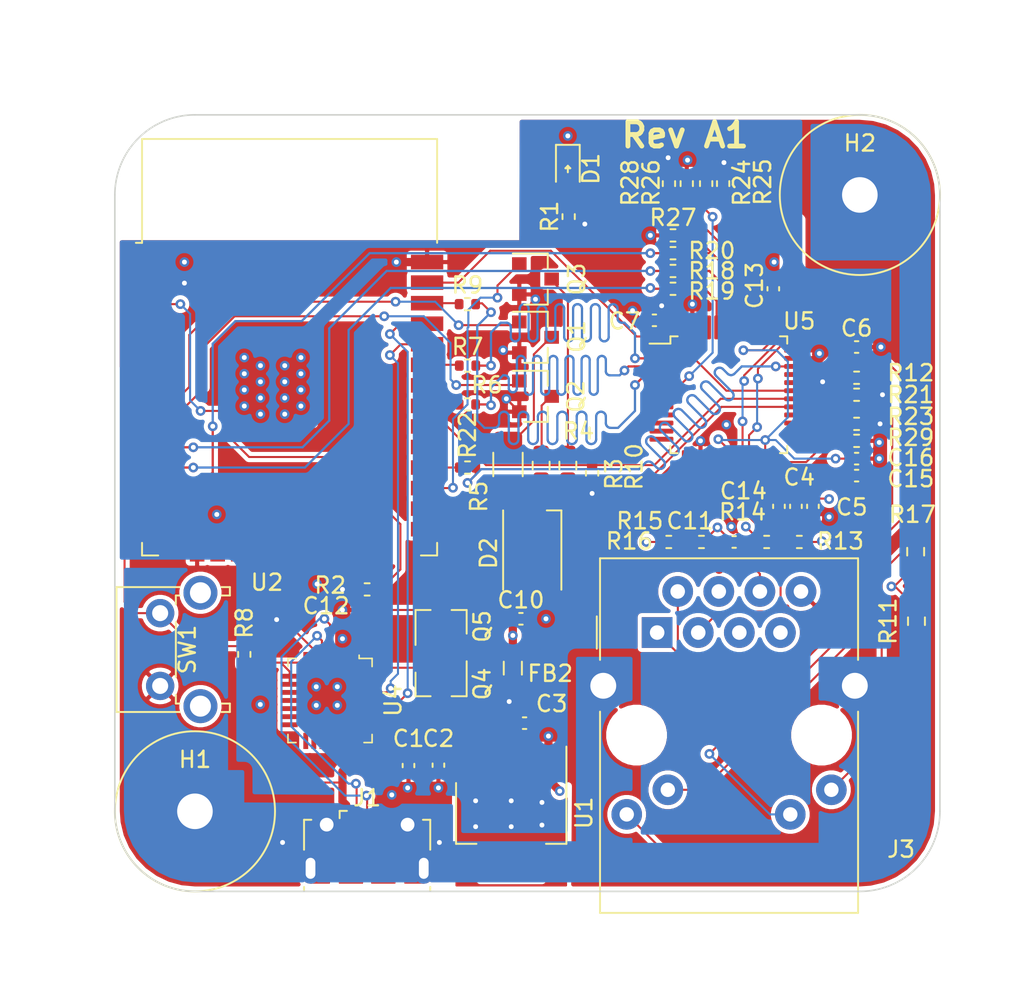
<source format=kicad_pcb>
(kicad_pcb (version 20171130) (host pcbnew "(5.1.7)-1")
  (layers (0 F.Cu signal) (1 In1.Cu signal) (2 In2.Cu signal) (31 B.Cu signal) (34 B.Paste user hide) (35 F.Paste user hide) (36 B.SilkS user hide) (37 F.SilkS user) (38 B.Mask user hide) (39 F.Mask user hide) (44 Edge.Cuts user))
  (net 0 "")
  (net 1 GND)
  (net 2 VBUS)
  (net 3 +3V3)
  (net 4 "Net-(D2-Pad2)")
  (net 5 EN)
  (net 6 RX)
  (net 7 TX)
  (net 8 RXD0)
  (net 9 RXD1)
  (net 10 MDIO)
  (net 11 TXD0)
  (net 12 TXEN)
  (net 13 TXD1)
  (net 14 MDC)
  (net 15 "Net-(U2-Pad4)")
  (net 16 Blue)
  (net 17 Green)
  (net 18 Block)
  (net 19 Red)
  (net 20 "Net-(D1-Pad2)")
  (net 21 "Net-(J1-Pad4)")
  (net 22 Earth)
  (net 23 "Net-(Q1-Pad3)")
  (net 24 "Net-(Q2-Pad3)")
  (net 25 "Net-(Q3-Pad3)")
  (net 26 "Net-(D2-Pad1)")
  (net 27 "Net-(D2-Pad3)")
  (net 28 "Net-(J3-PadR7)")
  (net 29 IO0)
  (net 30 "Net-(U2-Pad32)")
  (net 31 "Net-(U2-Pad29)")
  (net 32 "Net-(U2-Pad24)")
  (net 33 "Net-(U2-Pad22)")
  (net 34 "Net-(U2-Pad21)")
  (net 35 "Net-(U2-Pad20)")
  (net 36 "Net-(U2-Pad19)")
  (net 37 "Net-(U2-Pad18)")
  (net 38 "Net-(U2-Pad17)")
  (net 39 "Net-(U2-Pad5)")
  (net 40 CRS_DV)
  (net 41 nRST)
  (net 42 +3.3VA)
  (net 43 DTR)
  (net 44 RTS)
  (net 45 "Net-(U4-Pad27)")
  (net 46 "Net-(U4-Pad23)")
  (net 47 "Net-(U4-Pad21)")
  (net 48 "Net-(U4-Pad20)")
  (net 49 "Net-(U4-Pad19)")
  (net 50 "Net-(U4-Pad18)")
  (net 51 "Net-(U4-Pad17)")
  (net 52 "Net-(U4-Pad16)")
  (net 53 "Net-(U4-Pad14)")
  (net 54 "Net-(U4-Pad13)")
  (net 55 "Net-(U4-Pad12)")
  (net 56 "Net-(U4-Pad11)")
  (net 57 "Net-(U4-Pad10)")
  (net 58 "Net-(U4-Pad2)")
  (net 59 "Net-(U4-Pad1)")
  (net 60 "Net-(U4-Pad15)")
  (net 61 "Net-(U4-Pad22)")
  (net 62 /D+)
  (net 63 /D-)
  (net 64 /LEDY_A)
  (net 65 /RD-)
  (net 66 /RD+)
  (net 67 /TD-)
  (net 68 /TD+)
  (net 69 /TXD0_R)
  (net 70 /TXEN_R)
  (net 71 /TXD1_R)
  (net 72 /RX0_R)
  (net 73 /RX1_R)
  (net 74 /CRS_DV_R)
  (net 75 /CLK_R)
  (net 76 /RBIAS)
  (net 77 /MTMS)
  (net 78 /MTDI)
  (net 79 /MTCK)
  (net 80 /MTDO)
  (net 81 /PFB)
  (net 82 /LED_SPEED)
  (net 83 /LED_LINK)
  (net 84 /LEDG_A)
  (net 85 CLK_RMII)
  (net 86 /LED_ACT)
  (net 87 /RESERVED0)
  (net 88 /RESERVED1)
  (net 89 /MII_MODE)
  (net 90 /SNI_MODE)
  (net 91 "Net-(U2-Pad7)")
  (net 92 "Net-(U5-Pad46)")
  (net 93 "Net-(U5-Pad45)")
  (net 94 "Net-(U5-Pad42)")
  (net 95 "Net-(U5-Pad41)")
  (net 96 "Net-(U5-Pad38)")
  (net 97 "Net-(U5-Pad33)")
  (net 98 "Net-(U5-Pad25)")
  (net 99 "Net-(U5-Pad7)")
  (net 100 "Net-(U5-Pad5)")
  (net 101 "Net-(U5-Pad1)")
  (module Package_QFP:LQFP-48_7x7mm_P0.5mm (layer F.Cu) (at 12.45 -6.7)
    (fp_text reference U5 (at 4.35 -4.55) (layer F.SilkS))
    (fp_text value DP83848C)
    (pad 48 smd roundrect (at -2.75 -4.1625) (size 0.3 1.475) (layers F.Cu F.Paste F.Mask) (net 3 +3V3))
    (pad 47 smd roundrect (at -2.25 -4.1625) (size 0.3 1.475) (layers F.Cu F.Paste F.Mask) (net 1 GND))
    (pad 46 smd roundrect (at -1.75 -4.1625) (size 0.3 1.475) (layers F.Cu F.Paste F.Mask) (net 92 "Net-(U5-Pad46)"))
    (pad 45 smd roundrect (at -1.25 -4.1625) (size 0.3 1.475) (layers F.Cu F.Paste F.Mask) (net 93 "Net-(U5-Pad45)"))
    (pad 44 smd roundrect (at -0.75 -4.1625) (size 0.3 1.475) (layers F.Cu F.Paste F.Mask) (net 73 /RX1_R))
    (pad 43 smd roundrect (at -0.25 -4.1625) (size 0.3 1.475) (layers F.Cu F.Paste F.Mask) (net 72 /RX0_R))
    (pad 42 smd roundrect (at 0.25 -4.1625) (size 0.3 1.475) (layers F.Cu F.Paste F.Mask) (net 94 "Net-(U5-Pad42)"))
    (pad 41 smd roundrect (at 0.75 -4.1625) (size 0.3 1.475) (layers F.Cu F.Paste F.Mask) (net 95 "Net-(U5-Pad41)"))
    (pad 40 smd roundrect (at 1.25 -4.1625) (size 0.3 1.475) (layers F.Cu F.Paste F.Mask) (net 74 /CRS_DV_R))
    (pad 39 smd roundrect (at 1.75 -4.1625) (size 0.3 1.475) (layers F.Cu F.Paste F.Mask) (net 89 /MII_MODE))
    (pad 38 smd roundrect (at 2.25 -4.1625) (size 0.3 1.475) (layers F.Cu F.Paste F.Mask) (net 96 "Net-(U5-Pad38)"))
    (pad 37 smd roundrect (at 2.75 -4.1625) (size 0.3 1.475) (layers F.Cu F.Paste F.Mask) (net 81 /PFB))
    (pad 36 smd roundrect (at 4.1625 -2.75) (size 1.475 0.3) (layers F.Cu F.Paste F.Mask) (net 1 GND))
    (pad 35 smd roundrect (at 4.1625 -2.25) (size 1.475 0.3) (layers F.Cu F.Paste F.Mask) (net 1 GND))
    (pad 34 smd roundrect (at 4.1625 -1.75) (size 1.475 0.3) (layers F.Cu F.Paste F.Mask) (net 85 CLK_RMII))
    (pad 33 smd roundrect (at 4.1625 -1.25) (size 1.475 0.3) (layers F.Cu F.Paste F.Mask) (net 97 "Net-(U5-Pad33)"))
    (pad 32 smd roundrect (at 4.1625 -0.75) (size 1.475 0.3) (layers F.Cu F.Paste F.Mask) (net 3 +3V3))
    (pad 31 smd roundrect (at 4.1625 -0.25) (size 1.475 0.3) (layers F.Cu F.Paste F.Mask) (net 14 MDC))
    (pad 30 smd roundrect (at 4.1625 0.25) (size 1.475 0.3) (layers F.Cu F.Paste F.Mask) (net 10 MDIO))
    (pad 29 smd roundrect (at 4.1625 0.75) (size 1.475 0.3) (layers F.Cu F.Paste F.Mask) (net 41 nRST))
    (pad 28 smd roundrect (at 4.1625 1.25) (size 1.475 0.3) (layers F.Cu F.Paste F.Mask) (net 83 /LED_LINK))
    (pad 27 smd roundrect (at 4.1625 1.75) (size 1.475 0.3) (layers F.Cu F.Paste F.Mask) (net 82 /LED_SPEED))
    (pad 26 smd roundrect (at 4.1625 2.25) (size 1.475 0.3) (layers F.Cu F.Paste F.Mask) (net 86 /LED_ACT))
    (pad 25 smd roundrect (at 4.1625 2.75) (size 1.475 0.3) (layers F.Cu F.Paste F.Mask) (net 98 "Net-(U5-Pad25)"))
    (pad 24 smd roundrect (at 2.75 4.1625) (size 0.3 1.475) (layers F.Cu F.Paste F.Mask) (net 76 /RBIAS))
    (pad 23 smd roundrect (at 2.25 4.1625) (size 0.3 1.475) (layers F.Cu F.Paste F.Mask) (net 81 /PFB))
    (pad 22 smd roundrect (at 1.75 4.1625) (size 0.3 1.475) (layers F.Cu F.Paste F.Mask) (net 42 +3.3VA))
    (pad 21 smd roundrect (at 1.25 4.1625) (size 0.3 1.475) (layers F.Cu F.Paste F.Mask) (net 88 /RESERVED1))
    (pad 20 smd roundrect (at 0.75 4.1625) (size 0.3 1.475) (layers F.Cu F.Paste F.Mask) (net 87 /RESERVED0))
    (pad 19 smd roundrect (at 0.25 4.1625) (size 0.3 1.475) (layers F.Cu F.Paste F.Mask) (net 1 GND))
    (pad 18 smd roundrect (at -0.25 4.1625) (size 0.3 1.475) (layers F.Cu F.Paste F.Mask) (net 81 /PFB))
    (pad 17 smd roundrect (at -0.75 4.1625) (size 0.3 1.475) (layers F.Cu F.Paste F.Mask) (net 68 /TD+))
    (pad 16 smd roundrect (at -1.25 4.1625) (size 0.3 1.475) (layers F.Cu F.Paste F.Mask) (net 67 /TD-))
    (pad 15 smd roundrect (at -1.75 4.1625) (size 0.3 1.475) (layers F.Cu F.Paste F.Mask) (net 1 GND))
    (pad 14 smd roundrect (at -2.25 4.1625) (size 0.3 1.475) (layers F.Cu F.Paste F.Mask) (net 66 /RD+))
    (pad 13 smd roundrect (at -2.75 4.1625) (size 0.3 1.475) (layers F.Cu F.Paste F.Mask) (net 65 /RD-))
    (pad 12 smd roundrect (at -4.1625 2.75) (size 1.475 0.3) (layers F.Cu F.Paste F.Mask))
    (pad 11 smd roundrect (at -4.1625 2.25) (size 1.475 0.3) (layers F.Cu F.Paste F.Mask))
    (pad 10 smd roundrect (at -4.1625 1.75) (size 1.475 0.3) (layers F.Cu F.Paste F.Mask))
    (pad 9 smd roundrect (at -4.1625 1.25) (size 1.475 0.3) (layers F.Cu F.Paste F.Mask))
    (pad 8 smd roundrect (at -4.1625 0.75) (size 1.475 0.3) (layers F.Cu F.Paste F.Mask))
    (pad 7 smd roundrect (at -4.1625 0.25) (size 1.475 0.3) (layers F.Cu F.Paste F.Mask) (net 99 "Net-(U5-Pad7)"))
    (pad 6 smd roundrect (at -4.1625 -0.25) (size 1.475 0.3) (layers F.Cu F.Paste F.Mask) (net 90 /SNI_MODE))
    (pad 5 smd roundrect (at -4.1625 -0.75) (size 1.475 0.3) (layers F.Cu F.Paste F.Mask) (net 100 "Net-(U5-Pad5)"))
    (pad 4 smd roundrect (at -4.1625 -1.25) (size 1.475 0.3) (layers F.Cu F.Paste F.Mask) (net 13 TXD1))
    (pad 3 smd roundrect (at -4.1625 -1.75) (size 1.475 0.3) (layers F.Cu F.Paste F.Mask) (net 11 TXD0))
    (pad 2 smd roundrect (at -4.1625 -2.25) (size 1.475 0.3) (layers F.Cu F.Paste F.Mask) (net 12 TXEN))
    (pad 1 smd roundrect (at -4.1625 -2.75) (size 1.475 0.3) (layers F.Cu F.Paste F.Mask) (net 101 "Net-(U5-Pad1)"))
  )
  (module Capacitor_SMD:C_0402_1005Metric (layer F.Cu) (at 20.35 -9.65)
    (fp_text reference C6 (at 0 -1.16) (layer F.SilkS))
    (fp_text value 0.1uF)
    (pad 2 smd roundrect (at 0.48 0) (size 0.56 0.62) (layers F.Cu F.Paste F.Mask) (net 1 GND))
    (pad 1 smd roundrect (at -0.48 0) (size 0.56 0.62) (layers F.Cu F.Paste F.Mask) (net 3 +3V3))
  )
  (module Capacitor_SMD:C_0402_1005Metric (layer F.Cu) (at 20.35 -1.7)
    (fp_text reference C15 (at 3.35 0.2) (layer F.SilkS))
    (fp_text value 10uF)
    (pad 2 smd roundrect (at 0.48 0) (size 0.56 0.62) (layers F.Cu F.Paste F.Mask) (net 1 GND))
    (pad 1 smd roundrect (at -0.48 0) (size 0.56 0.62) (layers F.Cu F.Paste F.Mask) (net 81 /PFB))
  )
  (module Capacitor_SMD:C_0402_1005Metric (layer F.Cu) (at -0.4 7.15)
    (fp_text reference C10 (at 0 -1.16) (layer F.SilkS))
    (fp_text value 10uF)
    (pad 2 smd roundrect (at 0.48 0) (size 0.56 0.62) (layers F.Cu F.Paste F.Mask) (net 1 GND))
    (pad 1 smd roundrect (at -0.48 0) (size 0.56 0.62) (layers F.Cu F.Paste F.Mask) (net 42 +3.3VA))
  )
  (module Capacitor_SMD:C_0402_1005Metric (layer F.Cu) (at -0.175 13.6)
    (fp_text reference C3 (at 1.675 -1.2) (layer F.SilkS))
    (fp_text value 10uF)
    (pad 2 smd roundrect (at 0.48 0) (size 0.56 0.62) (layers F.Cu F.Paste F.Mask) (net 1 GND))
    (pad 1 smd roundrect (at -0.48 0) (size 0.56 0.62) (layers F.Cu F.Paste F.Mask) (net 3 +3V3))
  )
  (module Resistor_SMD:R_0402_1005Metric (layer F.Cu) (at 20.35 -3.85)
    (fp_text reference R29 (at 3.35 -0.2) (layer F.SilkS))
    (fp_text value 4.87)
    (pad 2 smd roundrect (at 0.51 0) (size 0.54 0.64) (layers F.Cu F.Paste F.Mask) (net 1 GND))
    (pad 1 smd roundrect (at -0.51 0) (size 0.54 0.64) (layers F.Cu F.Paste F.Mask) (net 76 /RBIAS))
  )
  (module Resistor_SMD:R_0402_1005Metric (layer F.Cu) (at 9.85 -19.75 90)
    (fp_text reference R28 (at 0.05 -3.5 90) (layer F.SilkS))
    (fp_text value 2.2k)
    (pad 2 smd roundrect (at 0.51 0 90) (size 0.54 0.64) (layers F.Cu F.Paste F.Mask) (net 1 GND))
    (pad 1 smd roundrect (at -0.51 0 90) (size 0.54 0.64) (layers F.Cu F.Paste F.Mask) (net 90 /SNI_MODE))
  )
  (module Resistor_SMD:R_0402_1005Metric (layer F.Cu) (at 9 -16.55 180)
    (fp_text reference R27 (at 0 1.1) (layer F.SilkS))
    (fp_text value 2.2k)
    (pad 2 smd roundrect (at 0.51 0 180) (size 0.54 0.64) (layers F.Cu F.Paste F.Mask) (net 1 GND))
    (pad 1 smd roundrect (at -0.51 0 180) (size 0.54 0.64) (layers F.Cu F.Paste F.Mask) (net 74 /CRS_DV_R))
  )
  (module Resistor_SMD:R_0402_1005Metric (layer F.Cu) (at 8.75 -19.75 270)
    (fp_text reference R26 (at -0.05 1.1 90) (layer F.SilkS))
    (fp_text value 2.2k)
    (pad 2 smd roundrect (at 0.51 0 270) (size 0.54 0.64) (layers F.Cu F.Paste F.Mask) (net 89 /MII_MODE))
    (pad 1 smd roundrect (at -0.51 0 270) (size 0.54 0.64) (layers F.Cu F.Paste F.Mask) (net 3 +3V3))
  )
  (module Resistor_SMD:R_0402_1005Metric (layer F.Cu) (at 12.1 -19.75 270)
    (fp_text reference R25 (at -0.1 -2.45 90) (layer F.SilkS))
    (fp_text value 2.2k)
    (pad 2 smd roundrect (at 0.51 0 270) (size 0.54 0.64) (layers F.Cu F.Paste F.Mask) (net 88 /RESERVED1))
    (pad 1 smd roundrect (at -0.51 0 270) (size 0.54 0.64) (layers F.Cu F.Paste F.Mask) (net 3 +3V3))
  )
  (module Resistor_SMD:R_0402_1005Metric (layer F.Cu) (at 11.05 -19.75 270)
    (fp_text reference R24 (at -0.05 -2.2 90) (layer F.SilkS))
    (fp_text value 2.2k)
    (pad 2 smd roundrect (at 0.51 0 270) (size 0.54 0.64) (layers F.Cu F.Paste F.Mask) (net 87 /RESERVED0))
    (pad 1 smd roundrect (at -0.51 0 270) (size 0.54 0.64) (layers F.Cu F.Paste F.Mask) (net 3 +3V3))
  )
  (module Resistor_SMD:R_0402_1005Metric (layer F.Cu) (at 20.35 -4.9 180)
    (fp_text reference R23 (at -3.35 0.45) (layer F.SilkS))
    (fp_text value 2.2k)
    (pad 2 smd roundrect (at 0.51 0 180) (size 0.54 0.64) (layers F.Cu F.Paste F.Mask) (net 86 /LED_ACT))
    (pad 1 smd roundrect (at -0.51 0 180) (size 0.54 0.64) (layers F.Cu F.Paste F.Mask) (net 3 +3V3))
  )
  (module Resistor_SMD:R_0402_1005Metric (layer F.Cu) (at 20.35 -6.7 180)
    (fp_text reference R21 (at -3.35 0) (layer F.SilkS))
    (fp_text value 2.2k)
    (pad 2 smd roundrect (at 0.51 0 180) (size 0.54 0.64) (layers F.Cu F.Paste F.Mask) (net 82 /LED_SPEED))
    (pad 1 smd roundrect (at -0.51 0 180) (size 0.54 0.64) (layers F.Cu F.Paste F.Mask) (net 3 +3V3))
  )
  (module Resistor_SMD:R_0402_1005Metric (layer F.Cu) (at 20.35 -7.75 180)
    (fp_text reference R12 (at -3.35 0.3) (layer F.SilkS))
    (fp_text value 2.2k)
    (pad 2 smd roundrect (at 0.51 0 180) (size 0.54 0.64) (layers F.Cu F.Paste F.Mask) (net 83 /LED_LINK))
    (pad 1 smd roundrect (at -0.51 0 180) (size 0.54 0.64) (layers F.Cu F.Paste F.Mask) (net 3 +3V3))
  )
  (module Resistor_SMD:R_0603_1608Metric (layer F.Cu) (at 24.05 7.3 270)
    (fp_text reference R11 (at 0 1.75 90) (layer F.SilkS))
    (fp_text value 270)
    (pad 2 smd roundrect (at 0.825 0 270) (size 0.8 0.95) (layers F.Cu F.Paste F.Mask) (net 84 /LEDG_A))
    (pad 1 smd roundrect (at -0.825 0 270) (size 0.8 0.95) (layers F.Cu F.Paste F.Mask) (net 42 +3.3VA))
  )
  (module Capacitor_SMD:C_0402_1005Metric (layer F.Cu) (at 20.35 -2.75)
    (fp_text reference C16 (at 3.35 -0.05) (layer F.SilkS))
    (fp_text value 0.1uF)
    (pad 2 smd roundrect (at 0.48 0) (size 0.56 0.62) (layers F.Cu F.Paste F.Mask) (net 1 GND))
    (pad 1 smd roundrect (at -0.48 0) (size 0.56 0.62) (layers F.Cu F.Paste F.Mask) (net 81 /PFB))
  )
  (module Capacitor_SMD:C_0402_1005Metric (layer F.Cu) (at 15.55 0.2 270)
    (fp_text reference C14 (at -0.95 2.2 180) (layer F.SilkS))
    (fp_text value 0.1uF)
    (pad 2 smd roundrect (at 0.48 0 270) (size 0.56 0.62) (layers F.Cu F.Paste F.Mask) (net 1 GND))
    (pad 1 smd roundrect (at -0.48 0 270) (size 0.56 0.62) (layers F.Cu F.Paste F.Mask) (net 81 /PFB))
  )
  (module Capacitor_SMD:C_0402_1005Metric (layer F.Cu) (at 15.2 -13.25 90)
    (fp_text reference C13 (at 0.2 -1.16 90) (layer F.SilkS))
    (fp_text value 0.1uF)
    (pad 2 smd roundrect (at 0.48 0 90) (size 0.56 0.62) (layers F.Cu F.Paste F.Mask) (net 1 GND))
    (pad 1 smd roundrect (at -0.48 0 90) (size 0.56 0.62) (layers F.Cu F.Paste F.Mask) (net 81 /PFB))
  )
  (module EsperFootprints:VFQFN-28-1EP_5x5mm (layer F.Cu) (at -12.2 12.2 270)
    (fp_text reference U4 (at 0 -3.9 90) (layer F.SilkS))
    (fp_text value CP2102-GMR_NRND)
    (pad 22 smd rect (at 1.5 -2.5 270) (size 0.3 1) (layers F.Cu F.Paste F.Mask) (net 61 "Net-(U4-Pad22)"))
    (pad 15 smd rect (at 2.5 1.5 270) (size 1 0.3) (layers F.Cu F.Paste F.Mask) (net 60 "Net-(U4-Pad15)"))
    (pad 8 smd rect (at -1.5 2.5 270) (size 0.3 1) (layers F.Cu F.Paste F.Mask) (net 2 VBUS))
    (pad 1 smd rect (at -2.5 -1.5 270) (size 1 0.3) (layers F.Cu F.Paste F.Mask) (net 59 "Net-(U4-Pad1)"))
    (pad 2 smd rect (at -2.5 -1 270) (size 1 0.3) (layers F.Cu F.Paste F.Mask) (net 58 "Net-(U4-Pad2)"))
    (pad 3 smd rect (at -2.5 -0.5 270) (size 1 0.3) (layers F.Cu F.Paste F.Mask) (net 1 GND))
    (pad 4 smd rect (at -2.5 0 270) (size 1 0.3) (layers F.Cu F.Paste F.Mask) (net 62 /D+))
    (pad 5 smd rect (at -2.5 0.5 270) (size 1 0.3) (layers F.Cu F.Paste F.Mask) (net 63 /D-))
    (pad 6 smd rect (at -2.5 1 270) (size 1 0.3) (layers F.Cu F.Paste F.Mask) (net 3 +3V3))
    (pad 7 smd rect (at -2.5 1.5 270) (size 1 0.3) (layers F.Cu F.Paste F.Mask) (net 2 VBUS))
    (pad 9 smd rect (at -1 2.5 270) (size 0.3 1) (layers F.Cu F.Paste F.Mask) (net 2 VBUS))
    (pad 10 smd rect (at -0.5 2.5 270) (size 0.3 1) (layers F.Cu F.Paste F.Mask) (net 57 "Net-(U4-Pad10)"))
    (pad 11 smd rect (at 0 2.5 270) (size 0.3 1) (layers F.Cu F.Paste F.Mask) (net 56 "Net-(U4-Pad11)"))
    (pad 12 smd rect (at 0.5 2.5 270) (size 0.3 1) (layers F.Cu F.Paste F.Mask) (net 55 "Net-(U4-Pad12)"))
    (pad 13 smd rect (at 1 2.5 270) (size 0.3 1) (layers F.Cu F.Paste F.Mask) (net 54 "Net-(U4-Pad13)"))
    (pad 14 smd rect (at 1.5 2.5 270) (size 0.3 1) (layers F.Cu F.Paste F.Mask) (net 53 "Net-(U4-Pad14)"))
    (pad 16 smd rect (at 2.5 1 270) (size 1 0.3) (layers F.Cu F.Paste F.Mask) (net 52 "Net-(U4-Pad16)"))
    (pad 17 smd rect (at 2.5 0.5 270) (size 1 0.3) (layers F.Cu F.Paste F.Mask) (net 51 "Net-(U4-Pad17)"))
    (pad 18 smd rect (at 2.5 0 270) (size 1 0.3) (layers F.Cu F.Paste F.Mask) (net 50 "Net-(U4-Pad18)"))
    (pad 19 smd rect (at 2.5 -0.5 270) (size 1 0.3) (layers F.Cu F.Paste F.Mask) (net 49 "Net-(U4-Pad19)"))
    (pad 20 smd rect (at 2.5 -1 270) (size 1 0.3) (layers F.Cu F.Paste F.Mask) (net 48 "Net-(U4-Pad20)"))
    (pad 21 smd rect (at 2.5 -1.5 270) (size 1 0.3) (layers F.Cu F.Paste F.Mask) (net 47 "Net-(U4-Pad21)"))
    (pad 23 smd rect (at 1 -2.5 270) (size 0.3 1) (layers F.Cu F.Paste F.Mask) (net 46 "Net-(U4-Pad23)"))
    (pad 24 smd rect (at 0.5 -2.5 270) (size 0.3 1) (layers F.Cu F.Paste F.Mask) (net 44 RTS))
    (pad 25 smd rect (at 0 -2.5 270) (size 0.3 1) (layers F.Cu F.Paste F.Mask) (net 6 RX))
    (pad 26 smd rect (at -0.5 -2.5 270) (size 0.3 1) (layers F.Cu F.Paste F.Mask) (net 7 TX))
    (pad 27 smd rect (at -1 -2.5 270) (size 0.3 1) (layers F.Cu F.Paste F.Mask) (net 45 "Net-(U4-Pad27)"))
    (pad 28 smd rect (at -1.5 -2.5 270) (size 0.3 1) (layers F.Cu F.Paste F.Mask) (net 43 DTR))
    (pad 29 smd rect (at 0 0 270) (size 3.4 3.4) (layers F.Cu F.Paste F.Mask) (net 1 GND))
  )
  (module Capacitor_SMD:C_0402_1005Metric (layer F.Cu) (at -9.906 6.604 180)
    (fp_text reference C12 (at 2.54 0.254) (layer F.SilkS))
    (fp_text value 1uF)
    (pad 1 smd roundrect (at -0.485 0 180) (size 0.59 0.64) (layers F.Cu F.Paste F.Mask) (net 5 EN))
    (pad 2 smd roundrect (at 0.485 0 180) (size 0.59 0.64) (layers F.Cu F.Paste F.Mask) (net 1 GND))
  )
  (module Connector_USB:USB_Micro-B_Molex-105017-0001 (layer F.Cu) (at -9.906 21.336)
    (fp_text reference J1 (at 0 -3.1125) (layer F.SilkS))
    (fp_text value USB_B_Micro)
    (pad 6 smd rect (at 1 1.2375) (size 1.5 1.9) (layers F.Cu F.Paste F.Mask) (net 22 Earth))
    (pad 6 thru_hole circle (at -2.5 -1.4625) (size 1.45 1.45) (drill 0.85) (layers *.Cu *.Mask) (net 22 Earth))
    (pad 2 smd rect (at -0.65 -1.4625) (size 0.4 1.35) (layers F.Cu F.Paste F.Mask) (net 63 /D-))
    (pad 1 smd rect (at -1.3 -1.4625) (size 0.4 1.35) (layers F.Cu F.Paste F.Mask) (net 2 VBUS))
    (pad 5 smd rect (at 1.3 -1.4625) (size 0.4 1.35) (layers F.Cu F.Paste F.Mask) (net 1 GND))
    (pad 4 smd rect (at 0.65 -1.4625) (size 0.4 1.35) (layers F.Cu F.Paste F.Mask) (net 21 "Net-(J1-Pad4)"))
    (pad 3 smd rect (at 0 -1.4625) (size 0.4 1.35) (layers F.Cu F.Paste F.Mask) (net 62 /D+))
    (pad 6 thru_hole circle (at 2.5 -1.4625) (size 1.45 1.45) (drill 0.85) (layers *.Cu *.Mask) (net 22 Earth))
    (pad 6 smd rect (at -1 1.2375) (size 1.5 1.9) (layers F.Cu F.Paste F.Mask) (net 22 Earth))
    (pad 6 thru_hole oval (at -3.5 1.2375 180) (size 1.2 1.9) (drill oval 0.6 1.3) (layers *.Cu *.Mask) (net 22 Earth))
    (pad 6 thru_hole oval (at 3.5 1.2375) (size 1.2 1.9) (drill oval 0.6 1.3) (layers *.Cu *.Mask) (net 22 Earth))
    (pad 6 smd rect (at 2.9 1.2375) (size 1.2 1.9) (layers F.Cu F.Mask) (net 22 Earth))
    (pad 6 smd rect (at -2.9 1.2375) (size 1.2 1.9) (layers F.Cu F.Mask) (net 22 Earth))
  )
  (module Package_TO_SOT_SMD:SOT-23 (layer F.Cu) (at -5.334 7.366 90)
    (fp_text reference Q5 (at -0.254 2.54 270) (layer F.SilkS))
    (fp_text value 2N7002)
    (pad 1 smd rect (at -1 -0.95 90) (size 0.9 0.8) (layers F.Cu F.Paste F.Mask) (net 43 DTR))
    (pad 2 smd rect (at -1 0.95 90) (size 0.9 0.8) (layers F.Cu F.Paste F.Mask) (net 44 RTS))
    (pad 3 smd rect (at 1 0 90) (size 0.9 0.8) (layers F.Cu F.Paste F.Mask) (net 5 EN))
  )
  (module Package_TO_SOT_SMD:SOT-23 (layer F.Cu) (at -5.334 11.176 270)
    (fp_text reference Q4 (at 0 -2.54 90) (layer F.SilkS))
    (fp_text value 2N7002)
    (pad 1 smd rect (at -1 -0.95 270) (size 0.9 0.8) (layers F.Cu F.Paste F.Mask) (net 44 RTS))
    (pad 2 smd rect (at -1 0.95 270) (size 0.9 0.8) (layers F.Cu F.Paste F.Mask) (net 43 DTR))
    (pad 3 smd rect (at 1 0 270) (size 0.9 0.8) (layers F.Cu F.Paste F.Mask) (net 29 IO0))
  )
  (module Resistor_SMD:R_0603_1608Metric (layer F.Cu) (at 24 3 90)
    (fp_text reference R17 (at 2.3 -0.2 180) (layer F.SilkS))
    (fp_text value 270)
    (pad 1 smd roundrect (at -0.825 0 90) (size 0.8 0.95) (layers F.Cu F.Paste F.Mask) (net 42 +3.3VA))
    (pad 2 smd roundrect (at 0.825 0 90) (size 0.8 0.95) (layers F.Cu F.Paste F.Mask) (net 64 /LEDY_A))
  )
  (module Inductor_SMD:L_0805_2012Metric (layer F.Cu) (at -0.9 10.2 270)
    (fp_text reference FB2 (at 0.33 -2.31 180) (layer F.SilkS))
    (fp_text value Ferrite_Bead)
    (pad 1 smd roundrect (at -1.0625 0 270) (size 0.875 1.2) (layers F.Cu F.Paste F.Mask) (net 42 +3.3VA))
    (pad 2 smd roundrect (at 1.0625 0 270) (size 0.875 1.2) (layers F.Cu F.Paste F.Mask) (net 3 +3V3))
  )
  (module Resistor_SMD:R_0402_1005Metric (layer F.Cu) (at -3.7 -2.2 180)
    (fp_text reference R22 (at 0 2 90) (layer F.SilkS))
    (fp_text value 49.9)
    (pad 1 smd roundrect (at -0.51 0 180) (size 0.54 0.64) (layers F.Cu F.Paste F.Mask) (net 85 CLK_RMII))
    (pad 2 smd roundrect (at 0.51 0 180) (size 0.54 0.64) (layers F.Cu F.Paste F.Mask) (net 75 /CLK_R))
  )
  (module RF_Module:ESP32-WROOM-32 (layer F.Cu) (at -14.7 -6.645)
    (fp_text reference U2 (at -1.4 11.545 180) (layer F.SilkS))
    (fp_text value ESP32-WROOM-32E)
    (pad 39 smd rect (at -1 -0.755) (size 5 5) (layers F.Cu F.Paste F.Mask) (net 1 GND))
    (pad 1 smd rect (at -8.5 -8.255) (size 2 0.9) (layers F.Cu F.Paste F.Mask) (net 1 GND))
    (pad 2 smd rect (at -8.5 -6.985) (size 2 0.9) (layers F.Cu F.Paste F.Mask) (net 3 +3V3))
    (pad 3 smd rect (at -8.5 -5.715) (size 2 0.9) (layers F.Cu F.Paste F.Mask) (net 5 EN))
    (pad 4 smd rect (at -8.5 -4.445) (size 2 0.9) (layers F.Cu F.Paste F.Mask) (net 15 "Net-(U2-Pad4)"))
    (pad 5 smd rect (at -8.5 -3.175) (size 2 0.9) (layers F.Cu F.Paste F.Mask) (net 39 "Net-(U2-Pad5)"))
    (pad 6 smd rect (at -8.5 -1.905) (size 2 0.9) (layers F.Cu F.Paste F.Mask) (net 18 Block))
    (pad 7 smd rect (at -8.5 -0.635) (size 2 0.9) (layers F.Cu F.Paste F.Mask) (net 91 "Net-(U2-Pad7)"))
    (pad 8 smd rect (at -8.5 0.635) (size 2 0.9) (layers F.Cu F.Paste F.Mask) (net 19 Red))
    (pad 9 smd rect (at -8.5 1.905) (size 2 0.9) (layers F.Cu F.Paste F.Mask) (net 17 Green))
    (pad 10 smd rect (at -8.5 3.175) (size 2 0.9) (layers F.Cu F.Paste F.Mask) (net 8 RXD0))
    (pad 11 smd rect (at -8.5 4.445) (size 2 0.9) (layers F.Cu F.Paste F.Mask) (net 9 RXD1))
    (pad 12 smd rect (at -8.5 5.715) (size 2 0.9) (layers F.Cu F.Paste F.Mask) (net 40 CRS_DV))
    (pad 13 smd rect (at -8.5 6.985) (size 2 0.9) (layers F.Cu F.Paste F.Mask) (net 77 /MTMS))
    (pad 14 smd rect (at -8.5 8.255) (size 2 0.9) (layers F.Cu F.Paste F.Mask) (net 78 /MTDI))
    (pad 15 smd rect (at -5.715 9.255 90) (size 2 0.9) (layers F.Cu F.Paste F.Mask) (net 1 GND))
    (pad 16 smd rect (at -4.445 9.255 90) (size 2 0.9) (layers F.Cu F.Paste F.Mask) (net 79 /MTCK))
    (pad 17 smd rect (at -3.175 9.255 90) (size 2 0.9) (layers F.Cu F.Paste F.Mask) (net 38 "Net-(U2-Pad17)"))
    (pad 18 smd rect (at -1.905 9.255 90) (size 2 0.9) (layers F.Cu F.Paste F.Mask) (net 37 "Net-(U2-Pad18)"))
    (pad 19 smd rect (at -0.635 9.255 90) (size 2 0.9) (layers F.Cu F.Paste F.Mask) (net 36 "Net-(U2-Pad19)"))
    (pad 20 smd rect (at 0.635 9.255 90) (size 2 0.9) (layers F.Cu F.Paste F.Mask) (net 35 "Net-(U2-Pad20)"))
    (pad 21 smd rect (at 1.905 9.255 90) (size 2 0.9) (layers F.Cu F.Paste F.Mask) (net 34 "Net-(U2-Pad21)"))
    (pad 22 smd rect (at 3.175 9.255 90) (size 2 0.9) (layers F.Cu F.Paste F.Mask) (net 33 "Net-(U2-Pad22)"))
    (pad 23 smd rect (at 4.445 9.255 90) (size 2 0.9) (layers F.Cu F.Paste F.Mask) (net 80 /MTDO))
    (pad 24 smd rect (at 5.715 9.255 90) (size 2 0.9) (layers F.Cu F.Paste F.Mask) (net 32 "Net-(U2-Pad24)"))
    (pad 25 smd rect (at 8.5 8.255) (size 2 0.9) (layers F.Cu F.Paste F.Mask) (net 29 IO0))
    (pad 26 smd rect (at 8.5 6.985) (size 2 0.9) (layers F.Cu F.Paste F.Mask) (net 41 nRST))
    (pad 27 smd rect (at 8.5 5.715) (size 2 0.9) (layers F.Cu F.Paste F.Mask) (net 16 Blue))
    (pad 28 smd rect (at 8.5 4.445) (size 2 0.9) (layers F.Cu F.Paste F.Mask) (net 75 /CLK_R))
    (pad 29 smd rect (at 8.5 3.175) (size 2 0.9) (layers F.Cu F.Paste F.Mask) (net 31 "Net-(U2-Pad29)"))
    (pad 30 smd rect (at 8.5 1.905) (size 2 0.9) (layers F.Cu F.Paste F.Mask) (net 10 MDIO))
    (pad 31 smd rect (at 8.5 0.635) (size 2 0.9) (layers F.Cu F.Paste F.Mask) (net 69 /TXD0_R))
    (pad 32 smd rect (at 8.5 -0.635) (size 2 0.9) (layers F.Cu F.Paste F.Mask) (net 30 "Net-(U2-Pad32)"))
    (pad 33 smd rect (at 8.5 -1.905) (size 2 0.9) (layers F.Cu F.Paste F.Mask) (net 70 /TXEN_R))
    (pad 34 smd rect (at 8.5 -3.175) (size 2 0.9) (layers F.Cu F.Paste F.Mask) (net 7 TX))
    (pad 35 smd rect (at 8.5 -4.445) (size 2 0.9) (layers F.Cu F.Paste F.Mask) (net 6 RX))
    (pad 36 smd rect (at 8.5 -5.715) (size 2 0.9) (layers F.Cu F.Paste F.Mask) (net 71 /TXD1_R))
    (pad 37 smd rect (at 8.5 -6.985) (size 2 0.9) (layers F.Cu F.Paste F.Mask) (net 14 MDC))
    (pad 38 smd rect (at 8.5 -8.255) (size 2 0.9) (layers F.Cu F.Paste F.Mask) (net 1 GND))
  )
  (module Package_TO_SOT_SMD:SOT-223 (layer F.Cu) (at -1 19.15 270)
    (fp_text reference U1 (at 0 -4.5 90) (layer F.SilkS))
    (fp_text value AZ1117EH-3.3TRG1)
    (pad 4 smd rect (at 3.15 0 270) (size 2 3.8) (layers F.Cu F.Paste F.Mask))
    (pad 2 smd rect (at -3.15 0 270) (size 2 1.5) (layers F.Cu F.Paste F.Mask) (net 3 +3V3))
    (pad 3 smd rect (at -3.15 2.3 270) (size 2 1.5) (layers F.Cu F.Paste F.Mask) (net 2 VBUS))
    (pad 1 smd rect (at -3.15 -2.3 270) (size 2 1.5) (layers F.Cu F.Paste F.Mask) (net 1 GND))
  )
  (module Button_Switch_THT:SW_Tactile_SPST_Angled_PTS645Vx83-2LFS (layer F.Cu) (at -22.7 11.3 90)
    (fp_text reference SW1 (at 2.25 1.68 90) (layer F.SilkS))
    (fp_text value "PTS645VH83-2 LFS")
    (pad "" thru_hole circle (at 5.76 2.49 90) (size 2.1 2.1) (drill 1.3) (layers *.Cu *.Mask))
    (pad 2 thru_hole circle (at 4.5 0 90) (size 1.75 1.75) (drill 0.99) (layers *.Cu *.Mask) (net 18 Block))
    (pad 1 thru_hole circle (at 0 0 90) (size 1.75 1.75) (drill 0.99) (layers *.Cu *.Mask) (net 1 GND))
    (pad "" thru_hole circle (at -1.25 2.49 90) (size 2.1 2.1) (drill 1.3) (layers *.Cu *.Mask))
  )
  (module Resistor_SMD:R_0402_1005Metric (layer F.Cu) (at 9 -15.45 180)
    (fp_text reference R20 (at -2.4 0.15 180) (layer F.SilkS))
    (fp_text value 49.9)
    (pad 1 smd roundrect (at -0.51 0 180) (size 0.54 0.64) (layers F.Cu F.Paste F.Mask) (net 74 /CRS_DV_R))
    (pad 2 smd roundrect (at 0.51 0 180) (size 0.54 0.64) (layers F.Cu F.Paste F.Mask) (net 40 CRS_DV))
  )
  (module Resistor_SMD:R_0402_1005Metric (layer F.Cu) (at 9 -13.25 180)
    (fp_text reference R19 (at -2.4 -0.15) (layer F.SilkS))
    (fp_text value 49.9)
    (pad 1 smd roundrect (at -0.51 0 180) (size 0.54 0.64) (layers F.Cu F.Paste F.Mask) (net 73 /RX1_R))
    (pad 2 smd roundrect (at 0.51 0 180) (size 0.54 0.64) (layers F.Cu F.Paste F.Mask) (net 9 RXD1))
  )
  (module Resistor_SMD:R_0402_1005Metric (layer F.Cu) (at 9 -14.35 180)
    (fp_text reference R18 (at -2.4 0) (layer F.SilkS))
    (fp_text value 49.9)
    (pad 1 smd roundrect (at -0.51 0 180) (size 0.54 0.64) (layers F.Cu F.Paste F.Mask) (net 72 /RX0_R))
    (pad 2 smd roundrect (at 0.51 0 180) (size 0.54 0.64) (layers F.Cu F.Paste F.Mask) (net 8 RXD0))
  )
  (module Resistor_SMD:R_0402_1005Metric (layer F.Cu) (at 8.74 2.4)
    (fp_text reference R16 (at -2.44 -0.05) (layer F.SilkS))
    (fp_text value 49.9)
    (pad 1 smd roundrect (at -0.51 0) (size 0.54 0.64) (layers F.Cu F.Paste F.Mask) (net 42 +3.3VA))
    (pad 2 smd roundrect (at 0.51 0) (size 0.54 0.64) (layers F.Cu F.Paste F.Mask) (net 65 /RD-))
  )
  (module Resistor_SMD:R_0402_1005Metric (layer F.Cu) (at 10.76 2.4 180)
    (fp_text reference R15 (at 3.81 1.3) (layer F.SilkS))
    (fp_text value 49.9)
    (pad 1 smd roundrect (at -0.51 0 180) (size 0.54 0.64) (layers F.Cu F.Paste F.Mask) (net 42 +3.3VA))
    (pad 2 smd roundrect (at 0.51 0 180) (size 0.54 0.64) (layers F.Cu F.Paste F.Mask) (net 66 /RD+))
  )
  (module Resistor_SMD:R_0402_1005Metric (layer F.Cu) (at 14.79 2.4)
    (fp_text reference R14 (at -1.49 -1.85) (layer F.SilkS))
    (fp_text value 49.9)
    (pad 1 smd roundrect (at -0.51 0) (size 0.54 0.64) (layers F.Cu F.Paste F.Mask) (net 42 +3.3VA))
    (pad 2 smd roundrect (at 0.51 0) (size 0.54 0.64) (layers F.Cu F.Paste F.Mask) (net 67 /TD-))
  )
  (module Resistor_SMD:R_0402_1005Metric (layer F.Cu) (at 16.81 2.4 180)
    (fp_text reference R13 (at -2.54 0.05) (layer F.SilkS))
    (fp_text value 49.9)
    (pad 1 smd roundrect (at -0.51 0 180) (size 0.54 0.64) (layers F.Cu F.Paste F.Mask) (net 42 +3.3VA))
    (pad 2 smd roundrect (at 0.51 0 180) (size 0.54 0.64) (layers F.Cu F.Paste F.Mask) (net 68 /TD+))
  )
  (module Resistor_SMD:R_0402_1005Metric (layer F.Cu) (at 4 -1.85 90)
    (fp_text reference R10 (at 0.4 2.6 270) (layer F.SilkS))
    (fp_text value 2.2k)
    (pad 1 smd roundrect (at -0.51 0 90) (size 0.54 0.64) (layers F.Cu F.Paste F.Mask) (net 3 +3V3))
    (pad 2 smd roundrect (at 0.51 0 90) (size 0.54 0.64) (layers F.Cu F.Paste F.Mask) (net 10 MDIO))
  )
  (module Resistor_SMD:R_0402_1005Metric (layer F.Cu) (at -3.71 -12.3)
    (fp_text reference R9 (at 0 -1.17) (layer F.SilkS))
    (fp_text value 49.9)
    (pad 1 smd roundrect (at -0.51 0) (size 0.54 0.64) (layers F.Cu F.Paste F.Mask) (net 71 /TXD1_R))
    (pad 2 smd roundrect (at 0.51 0) (size 0.54 0.64) (layers F.Cu F.Paste F.Mask) (net 13 TXD1))
  )
  (module Resistor_SMD:R_0402_1005Metric (layer F.Cu) (at -17.5 9.35 90)
    (fp_text reference R8 (at 1.95 0 90) (layer F.SilkS))
    (fp_text value 10K)
    (pad 1 smd roundrect (at -0.51 0 90) (size 0.54 0.64) (layers F.Cu F.Paste F.Mask) (net 2 VBUS))
    (pad 2 smd roundrect (at 0.51 0 90) (size 0.54 0.64) (layers F.Cu F.Paste F.Mask) (net 18 Block))
  )
  (module Resistor_SMD:R_0402_1005Metric (layer F.Cu) (at -3.7 -8.5)
    (fp_text reference R7 (at 0 -1.17) (layer F.SilkS))
    (fp_text value 49.9)
    (pad 1 smd roundrect (at -0.51 0) (size 0.54 0.64) (layers F.Cu F.Paste F.Mask) (net 70 /TXEN_R))
    (pad 2 smd roundrect (at 0.51 0) (size 0.54 0.64) (layers F.Cu F.Paste F.Mask) (net 12 TXEN))
  )
  (module Resistor_SMD:R_0402_1005Metric (layer F.Cu) (at -3.71 -6.1)
    (fp_text reference R6 (at 1.21 -1.2) (layer F.SilkS))
    (fp_text value 49.9)
    (pad 1 smd roundrect (at -0.51 0) (size 0.54 0.64) (layers F.Cu F.Paste F.Mask) (net 69 /TXD0_R))
    (pad 2 smd roundrect (at 0.51 0) (size 0.54 0.64) (layers F.Cu F.Paste F.Mask) (net 11 TXD0))
  )
  (module Resistor_SMD:R_1206_3216Metric (layer F.Cu) (at -1.2 -2.3875 90)
    (fp_text reference R5 (at -1.9875 -1.8 90) (layer F.SilkS))
    (fp_text value 82)
    (pad 1 smd roundrect (at -1.4625 0 90) (size 1.125 1.75) (layers F.Cu F.Paste F.Mask) (roundrect_rratio 0.2222204444444444) (net 27 "Net-(D2-Pad3)"))
    (pad 2 smd roundrect (at 1.4625 0 90) (size 1.125 1.75) (layers F.Cu F.Paste F.Mask) (roundrect_rratio 0.2222204444444444) (net 23 "Net-(Q1-Pad3)"))
  )
  (module Resistor_SMD:R_0603_1608Metric (layer F.Cu) (at 0.85 -2.325 90)
    (fp_text reference R4 (at 2.125 2.3) (layer F.SilkS))
    (fp_text value 47)
    (pad 1 smd roundrect (at -0.825 0 90) (size 0.8 0.95) (layers F.Cu F.Paste F.Mask) (net 4 "Net-(D2-Pad2)"))
    (pad 2 smd roundrect (at 0.825 0 90) (size 0.8 0.95) (layers F.Cu F.Paste F.Mask) (net 24 "Net-(Q2-Pad3)"))
  )
  (module Resistor_SMD:R_0603_1608Metric (layer F.Cu) (at 2.5 -2.325 90)
    (fp_text reference R3 (at -0.525 2.85 90) (layer F.SilkS))
    (fp_text value 47)
    (pad 1 smd roundrect (at -0.825 0 90) (size 0.8 0.95) (layers F.Cu F.Paste F.Mask) (net 26 "Net-(D2-Pad1)"))
    (pad 2 smd roundrect (at 0.825 0 90) (size 0.8 0.95) (layers F.Cu F.Paste F.Mask) (net 25 "Net-(Q3-Pad3)"))
  )
  (module Resistor_SMD:R_0402_1005Metric (layer F.Cu) (at -9.906 5.334 180)
    (fp_text reference R2 (at 2.286 0.254) (layer F.SilkS))
    (fp_text value 10K)
    (pad 1 smd roundrect (at -0.51 0 180) (size 0.54 0.64) (layers F.Cu F.Paste F.Mask) (net 5 EN))
    (pad 2 smd roundrect (at 0.51 0 180) (size 0.54 0.64) (layers F.Cu F.Paste F.Mask) (net 3 +3V3))
  )
  (module Resistor_SMD:R_0402_1005Metric (layer F.Cu) (at 2.55 -17.71 90)
    (fp_text reference R1 (at 0 -1.17 90) (layer F.SilkS))
    (fp_text value 470)
    (pad 1 smd roundrect (at -0.51 0 90) (size 0.54 0.64) (layers F.Cu F.Paste F.Mask) (net 3 +3V3))
    (pad 2 smd roundrect (at 0.51 0 90) (size 0.54 0.64) (layers F.Cu F.Paste F.Mask) (net 20 "Net-(D1-Pad2)"))
  )
  (module Package_TO_SOT_SMD:SOT-23 (layer F.Cu) (at 0.5 -13.85)
    (fp_text reference Q3 (at 2.55 0 90) (layer F.SilkS))
    (fp_text value 2N7002)
    (pad 1 smd rect (at -1 -0.95) (size 0.9 0.8) (layers F.Cu F.Paste F.Mask) (net 16 Blue))
    (pad 2 smd rect (at -1 0.95) (size 0.9 0.8) (layers F.Cu F.Paste F.Mask) (net 1 GND))
    (pad 3 smd rect (at 1 0) (size 0.9 0.8) (layers F.Cu F.Paste F.Mask) (net 25 "Net-(Q3-Pad3)"))
  )
  (module Package_TO_SOT_SMD:SOT-23 (layer F.Cu) (at 0.5 -6.6)
    (fp_text reference Q2 (at 2.5 0 90) (layer F.SilkS))
    (fp_text value 2N7002)
    (pad 1 smd rect (at -1 -0.95) (size 0.9 0.8) (layers F.Cu F.Paste F.Mask) (net 17 Green))
    (pad 2 smd rect (at -1 0.95) (size 0.9 0.8) (layers F.Cu F.Paste F.Mask) (net 1 GND))
    (pad 3 smd rect (at 1 0) (size 0.9 0.8) (layers F.Cu F.Paste F.Mask) (net 24 "Net-(Q2-Pad3)"))
  )
  (module Package_TO_SOT_SMD:SOT-23 (layer F.Cu) (at 0.5 -10.25)
    (fp_text reference Q1 (at 2.55 -0.05 90) (layer F.SilkS))
    (fp_text value 2N7002)
    (pad 1 smd rect (at -1 -0.95) (size 0.9 0.8) (layers F.Cu F.Paste F.Mask) (net 19 Red))
    (pad 2 smd rect (at -1 0.95) (size 0.9 0.8) (layers F.Cu F.Paste F.Mask) (net 1 GND))
    (pad 3 smd rect (at 1 0) (size 0.9 0.8) (layers F.Cu F.Paste F.Mask) (net 23 "Net-(Q1-Pad3)"))
  )
  (module Connector_RJ:RJ45_Amphenol_RJMG1BD3B8K1ANR (layer F.Cu) (at 8.02 8)
    (fp_text reference J3 (at 15.08 13.4) (layer F.SilkS))
    (fp_text value RJ45_Amphenol_RJMG1BD3B8K1ANR)
    (pad R1 thru_hole rect (at 0 0) (size 1.9 1.9) (drill 0.9) (layers *.Cu *.Mask) (net 68 /TD+))
    (pad R2 thru_hole circle (at 1.27 -2.54) (size 1.9 1.9) (drill 0.9) (layers *.Cu *.Mask) (net 67 /TD-))
    (pad R3 thru_hole circle (at 2.54 0) (size 1.9 1.9) (drill 0.9) (layers *.Cu *.Mask) (net 66 /RD+))
    (pad R4 thru_hole circle (at 3.81 -2.54) (size 1.9 1.9) (drill 0.9) (layers *.Cu *.Mask) (net 42 +3.3VA))
    (pad R5 thru_hole circle (at 5.08 0) (size 1.9 1.9) (drill 0.9) (layers *.Cu *.Mask) (net 42 +3.3VA))
    (pad R6 thru_hole circle (at 6.35 -2.54) (size 1.9 1.9) (drill 0.9) (layers *.Cu *.Mask) (net 65 /RD-))
    (pad R7 thru_hole circle (at 7.62 0) (size 1.9 1.9) (drill 0.9) (layers *.Cu *.Mask) (net 28 "Net-(J3-PadR7)"))
    (pad R8 thru_hole circle (at 8.89 -2.54) (size 1.9 1.9) (drill 0.9) (layers *.Cu *.Mask) (net 1 GND))
    (pad L1 thru_hole circle (at 10.77 9.72) (size 1.89 1.89) (drill 0.89) (layers *.Cu *.Mask) (net 64 /LEDY_A))
    (pad L2 thru_hole circle (at 8.23 11.24) (size 1.89 1.89) (drill 0.89) (layers *.Cu *.Mask) (net 82 /LED_SPEED))
    (pad L3 thru_hole circle (at 0.66 9.72) (size 1.89 1.89) (drill 0.89) (layers *.Cu *.Mask) (net 83 /LED_LINK))
    (pad L4 thru_hole circle (at -1.88 11.24) (size 1.89 1.89) (drill 0.89) (layers *.Cu *.Mask) (net 84 /LEDG_A))
    (pad 13 thru_hole circle (at -3.33 3.29) (size 2.6 2.6) (drill 1.6) (layers *.Cu *.Mask) (net 22 Earth))
    (pad 13 thru_hole circle (at 12.22 3.29) (size 2.6 2.6) (drill 1.6) (layers *.Cu *.Mask) (net 22 Earth))
    (pad "" np_thru_hole circle (at -1.27 6.34) (size 3.25 3.25) (drill 3.25) (layers *.Cu *.Mask))
    (pad "" np_thru_hole circle (at 10.16 6.34) (size 3.25 3.25) (drill 3.25) (layers *.Cu *.Mask))
  )
  (module MountingHole:MountingHole_2.2mm_M2_Pad (layer F.Cu) (at 20.55 -19.05)
    (fp_text reference H2 (at 0 -3.2) (layer F.SilkS))
    (fp_text value MountingHole)
    (pad 1 thru_hole circle (at 0 0) (size 4.4 4.4) (drill 2.2) (layers *.Cu *.Mask) (net 22 Earth))
  )
  (module MountingHole:MountingHole_2.2mm_M2_Pad (layer F.Cu) (at -20.55 19.05)
    (fp_text reference H1 (at 0 -3.2) (layer F.SilkS))
    (fp_text value MountingHole)
    (pad 1 thru_hole circle (at 0 0) (size 4.4 4.4) (drill 2.2) (layers *.Cu *.Mask) (net 22 Earth))
  )
  (module LED_SMD:LED_RGB_PLCC-6 (layer F.Cu) (at 0.3 3 270)
    (fp_text reference D2 (at 0.1 2.7 270) (layer F.SilkS))
    (fp_text value RS-3535MWAR)
    (pad 1 smd rect (at -1.55 -1.1) (size 0.7 1.3) (layers F.Cu F.Paste F.Mask) (net 26 "Net-(D2-Pad1)"))
    (pad 2 smd rect (at -1.55 0) (size 0.7 1.3) (layers F.Cu F.Paste F.Mask) (net 4 "Net-(D2-Pad2)"))
    (pad 3 smd rect (at -1.55 1.1) (size 0.7 1.3) (layers F.Cu F.Paste F.Mask) (net 27 "Net-(D2-Pad3)"))
    (pad 4 smd rect (at 1.55 1.1) (size 0.7 1.3) (layers F.Cu F.Paste F.Mask) (net 2 VBUS))
    (pad 5 smd rect (at 1.55 0) (size 0.7 1.3) (layers F.Cu F.Paste F.Mask) (net 2 VBUS))
    (pad 6 smd rect (at 1.55 -1.1) (size 0.7 1.3) (layers F.Cu F.Paste F.Mask) (net 2 VBUS))
  )
  (module Diode_SMD:D_0603_1608Metric (layer F.Cu) (at 2.5 -20.6625 270)
    (fp_text reference D1 (at 0 -1.43 90) (layer F.SilkS))
    (fp_text value GRN)
    (pad 1 smd roundrect (at -0.7875 0 270) (size 0.875 0.95) (layers F.Cu F.Paste F.Mask) (net 1 GND))
    (pad 2 smd roundrect (at 0.7875 0 270) (size 0.875 0.95) (layers F.Cu F.Paste F.Mask) (net 20 "Net-(D1-Pad2)"))
  )
  (module Capacitor_SMD:C_0402_1005Metric (layer F.Cu) (at 12.78 2.4)
    (fp_text reference C11 (at -2.73 -1.3) (layer F.SilkS))
    (fp_text value 0.1uF)
    (pad 1 smd roundrect (at -0.48 0) (size 0.56 0.62) (layers F.Cu F.Paste F.Mask) (net 42 +3.3VA))
    (pad 2 smd roundrect (at 0.48 0) (size 0.56 0.62) (layers F.Cu F.Paste F.Mask) (net 1 GND))
  )
  (module Capacitor_SMD:C_0402_1005Metric (layer F.Cu) (at 7.85 -11.3 180)
    (fp_text reference C7 (at 1.85 -0.05) (layer F.SilkS))
    (fp_text value 0.1uF)
    (pad 1 smd roundrect (at -0.48 0 180) (size 0.56 0.62) (layers F.Cu F.Paste F.Mask) (net 3 +3V3))
    (pad 2 smd roundrect (at 0.48 0 180) (size 0.56 0.62) (layers F.Cu F.Paste F.Mask) (net 1 GND))
  )
  (module Capacitor_SMD:C_0402_1005Metric (layer F.Cu) (at 17.65 0.2 270)
    (fp_text reference C5 (at 0.05 -2.4 180) (layer F.SilkS))
    (fp_text value 0.1uF)
    (pad 1 smd roundrect (at -0.48 0 270) (size 0.56 0.62) (layers F.Cu F.Paste F.Mask) (net 42 +3.3VA))
    (pad 2 smd roundrect (at 0.48 0 270) (size 0.56 0.62) (layers F.Cu F.Paste F.Mask) (net 1 GND))
  )
  (module Capacitor_SMD:C_0402_1005Metric (layer F.Cu) (at 16.6 0.2 270)
    (fp_text reference C4 (at -1.8 -0.2) (layer F.SilkS))
    (fp_text value 1uF)
    (pad 1 smd roundrect (at -0.48 0 270) (size 0.56 0.62) (layers F.Cu F.Paste F.Mask) (net 42 +3.3VA))
    (pad 2 smd roundrect (at 0.48 0 270) (size 0.56 0.62) (layers F.Cu F.Paste F.Mask) (net 1 GND))
  )
  (module Capacitor_SMD:C_0402_1005Metric (layer F.Cu) (at -5.5 16.2 270)
    (fp_text reference C2 (at -1.65 0 180) (layer F.SilkS))
    (fp_text value 0.1uF)
    (pad 1 smd roundrect (at -0.48 0 270) (size 0.56 0.62) (layers F.Cu F.Paste F.Mask) (net 2 VBUS))
    (pad 2 smd roundrect (at 0.48 0 270) (size 0.56 0.62) (layers F.Cu F.Paste F.Mask) (net 1 GND))
  )
  (module Capacitor_SMD:C_0402_1005Metric (layer F.Cu) (at -7.35 16.22 270)
    (fp_text reference C1 (at -1.67 0 180) (layer F.SilkS))
    (fp_text value 1uF)
    (pad 1 smd roundrect (at -0.48 0 270) (size 0.56 0.62) (layers F.Cu F.Paste F.Mask) (net 2 VBUS))
    (pad 2 smd roundrect (at 0.48 0 270) (size 0.56 0.62) (layers F.Cu F.Paste F.Mask) (net 1 GND))
  )
  (gr_text "Rev A1" (at 9.75 -22.75) (layer F.SilkS) (effects (font (size 1.5 1.5) (thickness 0.3))))
  (gr_arc (start -20.55 19.05) (end -20.55 24) (angle 90) (layer Edge.Cuts) (width 0.1))
  (gr_arc (start 20.55 19.05) (end 25.5 19.05) (angle 90) (layer Edge.Cuts) (width 0.1))
  (gr_arc (start 20.55 -19.05) (end 20.55 -24) (angle 90) (layer Edge.Cuts) (width 0.1))
  (gr_arc (start -20.55 -19.05) (end -25.5 -19.05) (angle 90) (layer Edge.Cuts) (width 0.1))
  (gr_circle (center -20.55 19.05) (end -15.6 19.05) (layer F.SilkS) (width 0.12))
  (gr_circle (center 20.55 -19.05) (end 25.5 -19.05) (layer F.SilkS) (width 0.12))
  (gr_line (start 2.35 -20.7) (end 2.5 -20.85) (layer F.SilkS) (width 0.12))
  (gr_line (start 2.65 -20.7) (end 2.35 -20.7) (layer F.SilkS) (width 0.12))
  (gr_line (start 2.5 -20.85) (end 2.65 -20.7) (layer F.SilkS) (width 0.12))
  (gr_line (start 2.5 -20.45) (end 2.5 -20.85) (layer F.SilkS) (width 0.12))
  (gr_line (start 25.5 -19.05) (end 25.5 19.05) (layer Edge.Cuts) (width 0.1))
  (gr_line (start -20.55 -24) (end 20.55 -24) (layer Edge.Cuts) (width 0.1))
  (gr_line (start -25.5 -19.05) (end -25.5 19.05) (layer Edge.Cuts) (width 0.1))
  (gr_line (start -20.55 24) (end 20.55 24) (layer Edge.Cuts) (width 0.1))
  (via (at -13.05 12.5) (size 0.6) (drill 0.3) (layers F.Cu B.Cu) (net 1))
  (via (at -11.75 12.5) (size 0.6) (drill 0.3) (layers F.Cu B.Cu) (net 1))
  (via (at -11.75 11.35) (size 0.6) (drill 0.3) (layers F.Cu B.Cu) (net 1))
  (via (at -13.05 11.35) (size 0.6) (drill 0.3) (layers F.Cu B.Cu) (net 1))
  (via (at -16.5 -5.5) (size 0.6) (drill 0.3) (layers F.Cu B.Cu) (net 1))
  (via (at -17.5 -6) (size 0.6) (drill 0.3) (layers F.Cu B.Cu) (net 1))
  (via (at -16.5 -6.5) (size 0.6) (drill 0.3) (layers F.Cu B.Cu) (net 1))
  (via (at -17.5 -7) (size 0.6) (drill 0.3) (layers F.Cu B.Cu) (net 1))
  (via (at -15 -5.5) (size 0.6) (drill 0.3) (layers F.Cu B.Cu) (net 1))
  (via (at -14 -6) (size 0.6) (drill 0.3) (layers F.Cu B.Cu) (net 1))
  (via (at -15 -6.5) (size 0.6) (drill 0.3) (layers F.Cu B.Cu) (net 1))
  (via (at -14 -7) (size 0.6) (drill 0.3) (layers F.Cu B.Cu) (net 1))
  (via (at -15 -7.5) (size 0.6) (drill 0.3) (layers F.Cu B.Cu) (net 1))
  (via (at -16.5 -7.5) (size 0.6) (drill 0.3) (layers F.Cu B.Cu) (net 1))
  (via (at -17.5 -8) (size 0.6) (drill 0.3) (layers F.Cu B.Cu) (net 1))
  (via (at -14 -8) (size 0.6) (drill 0.3) (layers F.Cu B.Cu) (net 1))
  (via (at -15 -8.5) (size 0.6) (drill 0.3) (layers F.Cu B.Cu) (net 1))
  (via (at -16.5 -8.5) (size 0.6) (drill 0.3) (layers F.Cu B.Cu) (net 1))
  (via (at -14 -9) (size 0.6) (drill 0.3) (layers F.Cu B.Cu) (net 1))
  (via (at -17.5 -9) (size 0.6) (drill 0.3) (layers F.Cu B.Cu) (net 1))
  (via (at 0.5 -12.6) (size 0.6) (drill 0.3) (layers F.Cu B.Cu) (net 1))
  (segment (start 0.2 -12.9) (end 0.5 -12.6) (width 0.127) (layer F.Cu) (net 1))
  (segment (start -0.6 -12.9) (end 0.2 -12.9) (width 0.127) (layer F.Cu) (net 1))
  (via (at -21.2 -14.9) (size 0.6) (drill 0.3) (layers F.Cu B.Cu) (net 1))
  (via (at 2.5 -22.7) (size 0.6) (drill 0.3) (layers F.Cu B.Cu) (net 1))
  (segment (start 2.5 -21.45) (end 2.5 -22.7) (width 0.127) (layer F.Cu) (net 1))
  (segment (start -23.2 -14.9) (end -21.2 -14.9) (width 0.508) (layer F.Cu) (net 1))
  (segment (start 1.3 17.1) (end 2 17.8) (width 0.508) (layer F.Cu) (net 1))
  (segment (start 1.3 16) (end 1.3 17.1) (width 0.508) (layer F.Cu) (net 1))
  (via (at 2 17.8) (size 0.6) (drill 0.3) (layers F.Cu B.Cu) (net 1))
  (via (at -5.5 17.6) (size 0.6) (drill 0.3) (layers F.Cu B.Cu) (net 1))
  (segment (start -5.5 16.68) (end -5.5 17.6) (width 0.127) (layer F.Cu) (net 1))
  (segment (start -7.35 17.55) (end -7.4 17.6) (width 0.127) (layer F.Cu) (net 1))
  (segment (start -7.35 16.7) (end -7.35 17.55) (width 0.127) (layer F.Cu) (net 1))
  (via (at -7.4 17.6) (size 0.6) (drill 0.3) (layers F.Cu B.Cu) (net 1))
  (segment (start 1.3 16) (end 1.3 14.4) (width 0.508) (layer F.Cu) (net 1))
  (segment (start 1.3 14.4) (end 1.3 14.3) (width 0.508) (layer F.Cu) (net 1))
  (via (at 1.3 14.4) (size 0.6) (drill 0.3) (layers F.Cu B.Cu) (net 1))
  (segment (start -6.2 -14.9) (end -8.1 -14.9) (width 0.508) (layer F.Cu) (net 1))
  (via (at -8.1 -14.9) (size 0.6) (drill 0.3) (layers F.Cu B.Cu) (net 1))
  (via (at -19.2 0.7) (size 0.6) (drill 0.3) (layers F.Cu B.Cu) (net 1))
  (segment (start -20.415 2.61) (end -20.415 1.102) (width 0.508) (layer F.Cu) (net 1))
  (segment (start -20.415 1.102) (end -20.013 0.7) (width 0.508) (layer F.Cu) (net 1))
  (segment (start -20.013 0.7) (end -19.2 0.7) (width 0.508) (layer F.Cu) (net 1))
  (via (at -13 5) (size 0.6) (drill 0.3) (layers F.Cu B.Cu) (net 1))
  (via (at -8.382 18.034) (size 0.6) (drill 0.3) (layers F.Cu B.Cu) (net 1))
  (segment (start -11.692 9.692) (end -11.692 8.644) (width 0.127) (layer F.Cu) (net 1))
  (segment (start -11.692 8.644) (end -11.43 8.382) (width 0.127) (layer F.Cu) (net 1))
  (via (at -11.43 8.382) (size 0.6) (drill 0.3) (layers F.Cu B.Cu) (net 1))
  (segment (start -8.606 18.258) (end -8.382 18.034) (width 0.508) (layer F.Cu) (net 1))
  (segment (start -8.606 19.8735) (end -8.606 18.258) (width 0.508) (layer F.Cu) (net 1))
  (segment (start -10.391 6.604) (end -11.43 6.604) (width 0.127) (layer F.Cu) (net 1))
  (via (at -11.43 6.604) (size 0.6) (drill 0.3) (layers F.Cu B.Cu) (net 1))
  (via (at -16.51 12.446) (size 0.6) (drill 0.3) (layers F.Cu B.Cu) (net 1))
  (via (at -1.3 -6.45) (size 0.6) (drill 0.3) (layers F.Cu B.Cu) (net 1))
  (segment (start -0.5 -5.65) (end -1.3 -6.45) (width 0.14) (layer F.Cu) (net 1))
  (via (at 10.2 -12.3) (size 0.6) (drill 0.3) (layers F.Cu B.Cu) (net 1))
  (segment (start 10.2 -10.8625) (end 10.2 -12.3) (width 0.254) (layer F.Cu) (net 1))
  (via (at 18.05 -9.25) (size 0.6) (drill 0.3) (layers F.Cu B.Cu) (net 1))
  (segment (start 17.75 -8.95) (end 18.05 -9.25) (width 0.254) (layer F.Cu) (net 1))
  (segment (start 16.6125 -8.95) (end 17.75 -8.95) (width 0.254) (layer F.Cu) (net 1))
  (segment (start 17.85 -9.45) (end 18.05 -9.25) (width 0.254) (layer F.Cu) (net 1))
  (segment (start 16.6125 -9.45) (end 17.85 -9.45) (width 0.254) (layer F.Cu) (net 1))
  (via (at 10.7 -3.85) (size 0.6) (drill 0.3) (layers F.Cu B.Cu) (net 1))
  (segment (start 10.7 -2.5375) (end 10.7 -3.85) (width 0.254) (layer F.Cu) (net 1))
  (via (at 1.15 7.15) (size 0.6) (drill 0.3) (layers F.Cu B.Cu) (net 1))
  (segment (start 0.03 7.15) (end 1.15 7.15) (width 0.508) (layer F.Cu) (net 1))
  (via (at 7.6 -16.55) (size 0.6) (drill 0.3) (layers F.Cu B.Cu) (net 1))
  (segment (start 8.49 -16.55) (end 7.6 -16.55) (width 0.127) (layer F.Cu) (net 1))
  (via (at -1.5 -9.45) (size 0.6) (drill 0.3) (layers F.Cu B.Cu) (net 1))
  (segment (start -1.35 -9.3) (end -1.5 -9.45) (width 0.127) (layer F.Cu) (net 1))
  (segment (start -0.5 -9.3) (end -1.35 -9.3) (width 0.127) (layer F.Cu) (net 1))
  (via (at 15.25 -14.9) (size 0.6) (drill 0.3) (layers F.Cu B.Cu) (net 1))
  (segment (start 15.2 -14.85) (end 15.25 -14.9) (width 0.127) (layer F.Cu) (net 1))
  (segment (start 15.2 -13.73) (end 15.2 -14.85) (width 0.127) (layer F.Cu) (net 1))
  (via (at 12.6 1.45) (size 0.6) (drill 0.3) (layers F.Cu B.Cu) (net 1))
  (segment (start 13.26 2.4) (end 13.26 2.11) (width 0.127) (layer F.Cu) (net 1))
  (segment (start 13.26 2.11) (end 12.6 1.45) (width 0.127) (layer F.Cu) (net 1))
  (segment (start 16.6 0.68) (end 17.65 0.68) (width 0.127) (layer F.Cu) (net 1))
  (via (at 18.65 0.85) (size 0.6) (drill 0.3) (layers F.Cu B.Cu) (net 1))
  (segment (start 18.48 0.68) (end 18.65 0.85) (width 0.127) (layer F.Cu) (net 1))
  (segment (start 17.65 0.68) (end 18.48 0.68) (width 0.127) (layer F.Cu) (net 1))
  (segment (start 20.83 -1.7) (end 20.83 -2.75) (width 0.127) (layer F.Cu) (net 1))
  (via (at 21.75 -2.75) (size 0.6) (drill 0.3) (layers F.Cu B.Cu) (net 1))
  (segment (start 20.83 -2.75) (end 21.75 -2.75) (width 0.127) (layer F.Cu) (net 1))
  (via (at 21.75 -3.75) (size 0.6) (drill 0.3) (layers F.Cu B.Cu) (net 1))
  (segment (start 21.65 -3.85) (end 21.75 -3.75) (width 0.127) (layer F.Cu) (net 1))
  (segment (start 20.86 -3.85) (end 21.65 -3.85) (width 0.127) (layer F.Cu) (net 1))
  (via (at 21.85 -9.65) (size 0.6) (drill 0.3) (layers F.Cu B.Cu) (net 1))
  (segment (start 20.83 -9.65) (end 21.85 -9.65) (width 0.127) (layer F.Cu) (net 1))
  (segment (start 12.7 -2.5375) (end 12.7 -3.95) (width 0.127) (layer F.Cu) (net 1))
  (via (at 12.3 -4.85) (size 0.6) (drill 0.3) (layers F.Cu B.Cu) (net 1))
  (segment (start 12.7 -3.95) (end 12.3 -4.35) (width 0.127) (layer F.Cu) (net 1))
  (segment (start 12.3 -4.35) (end 12.3 -4.85) (width 0.127) (layer F.Cu) (net 1))
  (segment (start 0.5 13.6) (end 1.3 14.4) (width 0.508) (layer F.Cu) (net 1))
  (segment (start 0.305 13.6) (end 0.5 13.6) (width 0.508) (layer F.Cu) (net 1))
  (via (at 9.9 -21.2) (size 0.6) (drill 0.3) (layers F.Cu B.Cu) (net 1))
  (segment (start 9.85 -21.15) (end 9.9 -21.2) (width 0.127) (layer F.Cu) (net 1))
  (segment (start 9.85 -20.26) (end 9.85 -21.15) (width 0.127) (layer F.Cu) (net 1))
  (via (at 6.5 -11.9) (size 0.6) (drill 0.3) (layers F.Cu B.Cu) (net 1))
  (segment (start 7.1 -11.3) (end 6.5 -11.9) (width 0.127) (layer F.Cu) (net 1))
  (segment (start 7.37 -11.3) (end 7.1 -11.3) (width 0.127) (layer F.Cu) (net 1))
  (segment (start 15.55 0.68) (end 16.6 0.68) (width 0.127) (layer F.Cu) (net 1))
  (segment (start 1.45 4.4) (end 0.35 4.4) (width 0.127) (layer F.Cu) (net 2))
  (segment (start 0.35 4.4) (end -0.75 4.4) (width 0.127) (layer F.Cu) (net 2))
  (segment (start -3.725 15.725) (end -3.55 15.55) (width 0.508) (layer F.Cu) (net 2))
  (segment (start -7.36 15.75) (end -7.35 15.74) (width 0.508) (layer F.Cu) (net 2))
  (segment (start -5.52 15.74) (end -5.5 15.72) (width 0.508) (layer F.Cu) (net 2))
  (segment (start -7.35 15.74) (end -5.52 15.74) (width 0.508) (layer F.Cu) (net 2))
  (segment (start -3.58 15.72) (end -3.3 16) (width 0.508) (layer F.Cu) (net 2))
  (segment (start -5.5 15.72) (end -3.58 15.72) (width 0.508) (layer F.Cu) (net 2))
  (segment (start -0.8 4.55) (end 0.3 4.55) (width 0.508) (layer F.Cu) (net 2))
  (segment (start 0.3 4.55) (end 1.4 4.55) (width 0.508) (layer F.Cu) (net 2))
  (segment (start -2.4 6.15) (end -0.8 4.55) (width 0.508) (layer F.Cu) (net 2))
  (segment (start -2.4 13.6) (end -2.4 6.15) (width 0.508) (layer F.Cu) (net 2))
  (segment (start -3.3 14.5) (end -2.4 13.6) (width 0.508) (layer F.Cu) (net 2))
  (segment (start -3.3 16) (end -3.3 14.5) (width 0.508) (layer F.Cu) (net 2))
  (segment (start -17.5 14.758) (end -14.986 17.272) (width 0.127) (layer F.Cu) (net 2))
  (segment (start -11.43 18.437) (end -11.43 17.272) (width 0.508) (layer F.Cu) (net 2))
  (segment (start -14.986 17.272) (end -11.43 17.272) (width 0.127) (layer F.Cu) (net 2))
  (segment (start -17.5 9.86) (end -17.5 14.758) (width 0.127) (layer F.Cu) (net 2))
  (segment (start -15.247 9.86) (end -17.5 9.86) (width 0.127) (layer F.Cu) (net 2))
  (segment (start -14.692 10.415) (end -15.247 9.86) (width 0.127) (layer F.Cu) (net 2))
  (segment (start -14.692 10.692) (end -14.692 10.415) (width 0.127) (layer F.Cu) (net 2))
  (segment (start -14.137 9.86) (end -15.247 9.86) (width 0.127) (layer F.Cu) (net 2))
  (segment (start -13.969 9.692) (end -14.137 9.86) (width 0.127) (layer F.Cu) (net 2))
  (segment (start -13.692 9.692) (end -13.969 9.692) (width 0.127) (layer F.Cu) (net 2))
  (segment (start -14.692 11.192) (end -14.692 10.692) (width 0.127) (layer F.Cu) (net 2))
  (segment (start -11.206 18.661) (end -11.43 18.437) (width 0.508) (layer F.Cu) (net 2))
  (segment (start -11.206 19.8735) (end -11.206 18.661) (width 0.508) (layer F.Cu) (net 2))
  (segment (start -7.66 15.74) (end -7.35 15.74) (width 0.508) (layer F.Cu) (net 2))
  (segment (start -10.587941 15.74) (end -7.66 15.74) (width 0.508) (layer F.Cu) (net 2))
  (segment (start -11.43 17.272) (end -11.43 16.582059) (width 0.508) (layer F.Cu) (net 2))
  (segment (start -11.43 16.582059) (end -10.587941 15.74) (width 0.508) (layer F.Cu) (net 2))
  (via (at -21.2 -13.6) (size 0.6) (drill 0.3) (layers F.Cu B.Cu) (net 3))
  (segment (start -23.2 -13.63) (end -21.23 -13.63) (width 0.508) (layer F.Cu) (net 3))
  (segment (start -1 16) (end -1 18.4) (width 1) (layer F.Cu) (net 3))
  (via (at 0.9 18.5) (size 0.6) (drill 0.3) (layers F.Cu B.Cu) (net 3))
  (via (at 0.9 19.9) (size 0.6) (drill 0.3) (layers F.Cu B.Cu) (net 3))
  (via (at -3.2 20) (size 0.6) (drill 0.3) (layers F.Cu B.Cu) (net 3))
  (via (at -3.2 18.4) (size 0.6) (drill 0.3) (layers F.Cu B.Cu) (net 3))
  (segment (start -21.2 -13.6) (end -21.23 -13.63) (width 0.508) (layer F.Cu) (net 3))
  (via (at -1 18.4) (size 0.6) (drill 0.3) (layers F.Cu B.Cu) (net 3))
  (via (at -1 20) (size 0.6) (drill 0.3) (layers F.Cu B.Cu) (net 3))
  (segment (start -0.95 11.3125) (end -0.9 11.2625) (width 0.508) (layer F.Cu) (net 3))
  (segment (start -1.125 11.4875) (end -0.9 11.2625) (width 0.508) (layer F.Cu) (net 3))
  (segment (start -1.125 12.265) (end -1.125 11.4875) (width 0.508) (layer F.Cu) (net 3))
  (via (at -1.125 12.265) (size 0.6) (drill 0.3) (layers F.Cu B.Cu) (net 3))
  (via (at -11.43 5.334) (size 0.6) (drill 0.3) (layers F.Cu B.Cu) (net 3))
  (segment (start -10.416 5.334) (end -11.43 5.334) (width 0.127) (layer F.Cu) (net 3))
  (segment (start -13.192 9.692) (end -13.192 9.065) (width 0.127) (layer F.Cu) (net 3))
  (segment (start 8.7675 -10.8625) (end 8.33 -11.3) (width 0.254) (layer F.Cu) (net 3))
  (segment (start 9.7 -10.8625) (end 8.7675 -10.8625) (width 0.254) (layer F.Cu) (net 3))
  (segment (start -0.655 15.655) (end -1 16) (width 0.508) (layer F.Cu) (net 3))
  (segment (start -0.655 13.6) (end -0.655 15.655) (width 0.508) (layer F.Cu) (net 3))
  (segment (start -0.655 12.735) (end -1.125 12.265) (width 0.508) (layer F.Cu) (net 3))
  (segment (start -0.655 13.6) (end -0.655 12.735) (width 0.508) (layer F.Cu) (net 3))
  (segment (start 0.3 -0.95) (end 0.85 -1.5) (width 0.127) (layer F.Cu) (net 4))
  (segment (start 0.3 1.45) (end 0.3 -0.95) (width 0.127) (layer F.Cu) (net 4))
  (segment (start -9.396 5.654) (end -9.396 5.334) (width 0.127) (layer F.Cu) (net 5))
  (segment (start -9.396 6.579) (end -9.421 6.604) (width 0.127) (layer F.Cu) (net 5))
  (segment (start -9.396 5.334) (end -9.396 6.579) (width 0.127) (layer F.Cu) (net 5))
  (segment (start -5.572 6.604) (end -5.334 6.366) (width 0.127) (layer F.Cu) (net 5))
  (segment (start -9.421 6.604) (end -5.572 6.604) (width 0.127) (layer F.Cu) (net 5))
  (segment (start -9.396 5.334) (end -9.084 5.334) (width 0.127) (layer F.Cu) (net 5))
  (segment (start -9.084 5.334) (end -7.85 4.1) (width 0.127) (layer F.Cu) (net 5))
  (segment (start -7.85 4.1) (end -7.85 1.3) (width 0.127) (layer F.Cu) (net 5))
  (segment (start -7.85 1.3) (end -12 -2.85) (width 0.127) (layer F.Cu) (net 5))
  (segment (start -12 -2.85) (end -17.2 -2.85) (width 0.127) (layer F.Cu) (net 5))
  (segment (start -17.2 -2.85) (end -18.25 -3.9) (width 0.127) (layer F.Cu) (net 5))
  (segment (start -18.25 -3.9) (end -18.390501 -4.040501) (width 0.127) (layer F.Cu) (net 5))
  (segment (start -18.390501 -4.040501) (end -18.75 -4.4) (width 0.127) (layer F.Cu) (net 5))
  (segment (start -18.75 -4.4) (end -18.75 -5.35) (width 0.127) (layer F.Cu) (net 5))
  (via (at -20.2 -5.7) (size 0.6) (drill 0.3) (layers F.Cu B.Cu) (net 5))
  (segment (start -19.1 -5.7) (end -20.2 -5.7) (width 0.127) (layer F.Cu) (net 5))
  (segment (start -18.75 -5.35) (end -19.1 -5.7) (width 0.127) (layer F.Cu) (net 5))
  (segment (start -20.2 -5.7) (end -20.85 -6.35) (width 0.127) (layer B.Cu) (net 5))
  (via (at -21.45 -12.3) (size 0.6) (drill 0.3) (layers F.Cu B.Cu) (net 5))
  (segment (start -20.85 -11.7) (end -21.45 -12.3) (width 0.127) (layer B.Cu) (net 5))
  (segment (start -20.85 -6.35) (end -20.85 -11.7) (width 0.127) (layer B.Cu) (net 5))
  (segment (start -23.14 -12.3) (end -23.2 -12.36) (width 0.127) (layer F.Cu) (net 5))
  (segment (start -21.45 -12.3) (end -23.14 -12.3) (width 0.127) (layer F.Cu) (net 5))
  (via (at -7.4 11.75) (size 0.6) (drill 0.3) (layers F.Cu B.Cu) (net 6))
  (segment (start -7.85 12.2) (end -7.4 11.75) (width 0.127) (layer F.Cu) (net 6))
  (segment (start -9.7 12.2) (end -7.85 12.2) (width 0.127) (layer F.Cu) (net 6))
  (via (at -8.5 -10.45) (size 0.6) (drill 0.3) (layers F.Cu B.Cu) (net 6))
  (segment (start -7.4 -9.35) (end -8.5 -10.45) (width 0.127) (layer B.Cu) (net 6))
  (segment (start -7.4 11.75) (end -7.4 -9.35) (width 0.127) (layer B.Cu) (net 6))
  (segment (start -7.86 -11.09) (end -6.2 -11.09) (width 0.127) (layer F.Cu) (net 6))
  (segment (start -8.5 -10.45) (end -7.86 -11.09) (width 0.127) (layer F.Cu) (net 6))
  (via (at -8.45 11.45) (size 0.6) (drill 0.3) (layers F.Cu B.Cu) (net 7))
  (segment (start -8.7 11.7) (end -8.45 11.45) (width 0.127) (layer F.Cu) (net 7))
  (segment (start -9.7 11.7) (end -8.7 11.7) (width 0.127) (layer F.Cu) (net 7))
  (segment (start -8.45 11.45) (end -8.45 11) (width 0.127) (layer B.Cu) (net 7))
  (segment (start -8.45 11) (end -8 10.55) (width 0.127) (layer B.Cu) (net 7))
  (via (at -8.5 -9.15) (size 0.6) (drill 0.3) (layers F.Cu B.Cu) (net 7))
  (segment (start -8 -8.65) (end -8.5 -9.15) (width 0.127) (layer B.Cu) (net 7))
  (segment (start -8 10.55) (end -8 -8.65) (width 0.127) (layer B.Cu) (net 7))
  (segment (start -7.83 -9.82) (end -6.2 -9.82) (width 0.127) (layer F.Cu) (net 7))
  (segment (start -8.5 -9.15) (end -7.83 -9.82) (width 0.127) (layer F.Cu) (net 7))
  (via (at 7.6 -14.35) (size 0.6) (drill 0.3) (layers F.Cu B.Cu) (net 8))
  (segment (start 8.49 -14.35) (end 7.6 -14.35) (width 0.14) (layer F.Cu) (net 8))
  (segment (start 7.6 -14.35) (end -8.7 -14.35) (width 0.14) (layer B.Cu) (net 8))
  (segment (start -8.7 -14.35) (end -12.25 -10.8) (width 0.14) (layer B.Cu) (net 8))
  (segment (start -12.25 -10.8) (end -12.25 -5.1) (width 0.14) (layer B.Cu) (net 8))
  (via (at -20.65 -3.45) (size 0.6) (drill 0.3) (layers F.Cu B.Cu) (net 8))
  (segment (start -13.9 -3.45) (end -20.65 -3.45) (width 0.14) (layer B.Cu) (net 8))
  (segment (start -12.25 -5.1) (end -13.9 -3.45) (width 0.14) (layer B.Cu) (net 8))
  (segment (start -23.18 -3.45) (end -23.2 -3.47) (width 0.14) (layer F.Cu) (net 8))
  (segment (start -20.65 -3.45) (end -23.18 -3.45) (width 0.14) (layer F.Cu) (net 8))
  (via (at 7.6 -13.3) (size 0.6) (drill 0.3) (layers F.Cu B.Cu) (net 9))
  (segment (start 7.65 -13.25) (end 7.6 -13.3) (width 0.14) (layer F.Cu) (net 9))
  (segment (start 8.49 -13.25) (end 7.65 -13.25) (width 0.14) (layer F.Cu) (net 9))
  (via (at -20.65 -2.2) (size 0.6) (drill 0.3) (layers F.Cu B.Cu) (net 9))
  (segment (start -20.65 -2.2) (end -23.2 -2.2) (width 0.14) (layer F.Cu) (net 9))
  (segment (start -13.75 -2.2) (end -20.65 -2.2) (width 0.14) (layer B.Cu) (net 9))
  (segment (start -11.05 -4.9) (end -13.75 -2.2) (width 0.14) (layer B.Cu) (net 9))
  (segment (start -11.05 -10.7) (end -11.05 -4.9) (width 0.14) (layer B.Cu) (net 9))
  (segment (start -8.45 -13.3) (end -11.05 -10.7) (width 0.14) (layer B.Cu) (net 9))
  (segment (start 7.6 -13.3) (end -8.45 -13.3) (width 0.14) (layer B.Cu) (net 9))
  (segment (start -4.949658 -4.74) (end -6.2 -4.74) (width 0.127) (layer F.Cu) (net 10))
  (segment (start -2.559658 -2.35) (end -4.949658 -4.74) (width 0.127) (layer F.Cu) (net 10))
  (segment (start 7.85 -2.35) (end -2.559658 -2.35) (width 0.127) (layer F.Cu) (net 10))
  (segment (start 11.95 -6.45) (end 7.85 -2.35) (width 0.127) (layer F.Cu) (net 10))
  (segment (start 16.6125 -6.45) (end 11.95 -6.45) (width 0.127) (layer F.Cu) (net 10))
  (segment (start -2.3 -6.1) (end -2.25 -6.05) (width 0.14) (layer F.Cu) (net 11))
  (via (at -2.25 -6.05) (size 0.6) (drill 0.3) (layers F.Cu B.Cu) (net 11))
  (segment (start -3.2 -6.1) (end -2.3 -6.1) (width 0.14) (layer F.Cu) (net 11))
  (via (at 6 -8.2) (size 0.6) (drill 0.3) (layers F.Cu B.Cu) (net 11))
  (segment (start 6.6 -8.45) (end 8.2875 -8.45) (width 0.14) (layer F.Cu) (net 11))
  (segment (start 6.25 -8.45) (end 6.6 -8.45) (width 0.14) (layer F.Cu) (net 11))
  (segment (start 6 -8.2) (end 6.25 -8.45) (width 0.14) (layer F.Cu) (net 11))
  (segment (start 5.787053 -7.987053) (end 6 -8.2) (width 0.14) (layer B.Cu) (net 11))
  (segment (start 5.7 -7.9) (end 5.787053 -7.987053) (width 0.14) (layer B.Cu) (net 11))
  (segment (start 5.100001 -7.9) (end 5.7 -7.9) (width 0.14) (layer B.Cu) (net 11))
  (segment (start 5.04437 -7.906269) (end 5.100001 -7.9) (width 0.14) (layer B.Cu) (net 11))
  (segment (start 4.99153 -7.924758) (end 5.04437 -7.906269) (width 0.14) (layer B.Cu) (net 11))
  (segment (start 4.944128 -7.954543) (end 4.99153 -7.924758) (width 0.14) (layer B.Cu) (net 11))
  (segment (start 4.904543 -7.994128) (end 4.944128 -7.954543) (width 0.14) (layer B.Cu) (net 11))
  (segment (start 4.874758 -8.04153) (end 4.904543 -7.994128) (width 0.14) (layer B.Cu) (net 11))
  (segment (start 4.856269 -8.09437) (end 4.874758 -8.04153) (width 0.14) (layer B.Cu) (net 11))
  (segment (start 4.850001 -8.15) (end 4.856269 -8.09437) (width 0.14) (layer B.Cu) (net 11))
  (segment (start 4.850001 -8.85) (end 4.850001 -8.15) (width 0.14) (layer B.Cu) (net 11))
  (segment (start 4.843732 -8.905631) (end 4.850001 -8.85) (width 0.14) (layer B.Cu) (net 11))
  (segment (start 4.825243 -8.958471) (end 4.843732 -8.905631) (width 0.14) (layer B.Cu) (net 11))
  (segment (start 4.795458 -9.005873) (end 4.825243 -8.958471) (width 0.14) (layer B.Cu) (net 11))
  (segment (start 4.755873 -9.045458) (end 4.795458 -9.005873) (width 0.14) (layer B.Cu) (net 11))
  (segment (start 4.708471 -9.075243) (end 4.755873 -9.045458) (width 0.14) (layer B.Cu) (net 11))
  (segment (start 4.655631 -9.093732) (end 4.708471 -9.075243) (width 0.14) (layer B.Cu) (net 11))
  (segment (start 4.600001 -9.1) (end 4.655631 -9.093732) (width 0.14) (layer B.Cu) (net 11))
  (segment (start 4.54437 -9.093732) (end 4.600001 -9.1) (width 0.14) (layer B.Cu) (net 11))
  (segment (start 4.49153 -9.075243) (end 4.54437 -9.093732) (width 0.14) (layer B.Cu) (net 11))
  (segment (start 4.444128 -9.045458) (end 4.49153 -9.075243) (width 0.14) (layer B.Cu) (net 11))
  (segment (start 4.404543 -9.005873) (end 4.444128 -9.045458) (width 0.14) (layer B.Cu) (net 11))
  (segment (start 4.374758 -8.958471) (end 4.404543 -9.005873) (width 0.14) (layer B.Cu) (net 11))
  (segment (start 4.356269 -8.905631) (end 4.374758 -8.958471) (width 0.14) (layer B.Cu) (net 11))
  (segment (start 4.350001 -8.85) (end 4.356269 -8.905631) (width 0.14) (layer B.Cu) (net 11))
  (segment (start 4.350001 -6.95) (end 4.350001 -8.85) (width 0.14) (layer B.Cu) (net 11))
  (segment (start 4.343732 -6.894369) (end 4.350001 -6.95) (width 0.14) (layer B.Cu) (net 11))
  (segment (start 4.325243 -6.841529) (end 4.343732 -6.894369) (width 0.14) (layer B.Cu) (net 11))
  (segment (start 4.295458 -6.794127) (end 4.325243 -6.841529) (width 0.14) (layer B.Cu) (net 11))
  (segment (start 4.255873 -6.754542) (end 4.295458 -6.794127) (width 0.14) (layer B.Cu) (net 11))
  (segment (start 4.208471 -6.724757) (end 4.255873 -6.754542) (width 0.14) (layer B.Cu) (net 11))
  (segment (start 4.155631 -6.706268) (end 4.208471 -6.724757) (width 0.14) (layer B.Cu) (net 11))
  (segment (start 4.100001 -6.7) (end 4.155631 -6.706268) (width 0.14) (layer B.Cu) (net 11))
  (segment (start 4.04437 -6.706268) (end 4.100001 -6.7) (width 0.14) (layer B.Cu) (net 11))
  (segment (start 3.99153 -6.724757) (end 4.04437 -6.706268) (width 0.14) (layer B.Cu) (net 11))
  (segment (start 3.944128 -6.754542) (end 3.99153 -6.724757) (width 0.14) (layer B.Cu) (net 11))
  (segment (start 3.904543 -6.794127) (end 3.944128 -6.754542) (width 0.14) (layer B.Cu) (net 11))
  (segment (start 3.874758 -6.841529) (end 3.904543 -6.794127) (width 0.14) (layer B.Cu) (net 11))
  (segment (start 3.856269 -6.894369) (end 3.874758 -6.841529) (width 0.14) (layer B.Cu) (net 11))
  (segment (start 3.850001 -6.95) (end 3.856269 -6.894369) (width 0.14) (layer B.Cu) (net 11))
  (segment (start 3.850001 -8.85) (end 3.850001 -6.95) (width 0.14) (layer B.Cu) (net 11))
  (segment (start 3.843732 -8.905631) (end 3.850001 -8.85) (width 0.14) (layer B.Cu) (net 11))
  (segment (start 3.825243 -8.958471) (end 3.843732 -8.905631) (width 0.14) (layer B.Cu) (net 11))
  (segment (start 3.795458 -9.005873) (end 3.825243 -8.958471) (width 0.14) (layer B.Cu) (net 11))
  (segment (start 3.755873 -9.045458) (end 3.795458 -9.005873) (width 0.14) (layer B.Cu) (net 11))
  (segment (start 3.708471 -9.075243) (end 3.755873 -9.045458) (width 0.14) (layer B.Cu) (net 11))
  (segment (start 3.655631 -9.093732) (end 3.708471 -9.075243) (width 0.14) (layer B.Cu) (net 11))
  (segment (start 3.600001 -9.1) (end 3.655631 -9.093732) (width 0.14) (layer B.Cu) (net 11))
  (segment (start 3.54437 -9.093732) (end 3.600001 -9.1) (width 0.14) (layer B.Cu) (net 11))
  (segment (start 3.49153 -9.075243) (end 3.54437 -9.093732) (width 0.14) (layer B.Cu) (net 11))
  (segment (start 3.444128 -9.045458) (end 3.49153 -9.075243) (width 0.14) (layer B.Cu) (net 11))
  (segment (start 3.404543 -9.005873) (end 3.444128 -9.045458) (width 0.14) (layer B.Cu) (net 11))
  (segment (start 3.374758 -8.958471) (end 3.404543 -9.005873) (width 0.14) (layer B.Cu) (net 11))
  (segment (start 3.356269 -8.905631) (end 3.374758 -8.958471) (width 0.14) (layer B.Cu) (net 11))
  (segment (start 3.350001 -8.85) (end 3.356269 -8.905631) (width 0.14) (layer B.Cu) (net 11))
  (segment (start 3.350001 -6.95) (end 3.350001 -8.85) (width 0.14) (layer B.Cu) (net 11))
  (segment (start 3.343732 -6.894369) (end 3.350001 -6.95) (width 0.14) (layer B.Cu) (net 11))
  (segment (start 3.325243 -6.841529) (end 3.343732 -6.894369) (width 0.14) (layer B.Cu) (net 11))
  (segment (start 3.295458 -6.794127) (end 3.325243 -6.841529) (width 0.14) (layer B.Cu) (net 11))
  (segment (start 3.255873 -6.754542) (end 3.295458 -6.794127) (width 0.14) (layer B.Cu) (net 11))
  (segment (start 3.208471 -6.724757) (end 3.255873 -6.754542) (width 0.14) (layer B.Cu) (net 11))
  (segment (start 3.155631 -6.706268) (end 3.208471 -6.724757) (width 0.14) (layer B.Cu) (net 11))
  (segment (start 3.100001 -6.7) (end 3.155631 -6.706268) (width 0.14) (layer B.Cu) (net 11))
  (segment (start 3.04437 -6.706268) (end 3.100001 -6.7) (width 0.14) (layer B.Cu) (net 11))
  (segment (start 2.99153 -6.724757) (end 3.04437 -6.706268) (width 0.14) (layer B.Cu) (net 11))
  (segment (start 2.944128 -6.754542) (end 2.99153 -6.724757) (width 0.14) (layer B.Cu) (net 11))
  (segment (start 2.904543 -6.794127) (end 2.944128 -6.754542) (width 0.14) (layer B.Cu) (net 11))
  (segment (start 2.874758 -6.841529) (end 2.904543 -6.794127) (width 0.14) (layer B.Cu) (net 11))
  (segment (start 2.856269 -6.894369) (end 2.874758 -6.841529) (width 0.14) (layer B.Cu) (net 11))
  (segment (start 2.850001 -6.95) (end 2.856269 -6.894369) (width 0.14) (layer B.Cu) (net 11))
  (segment (start 2.850001 -8.85) (end 2.850001 -6.95) (width 0.14) (layer B.Cu) (net 11))
  (segment (start 2.843732 -8.905631) (end 2.850001 -8.85) (width 0.14) (layer B.Cu) (net 11))
  (segment (start 2.825243 -8.958471) (end 2.843732 -8.905631) (width 0.14) (layer B.Cu) (net 11))
  (segment (start 2.795458 -9.005873) (end 2.825243 -8.958471) (width 0.14) (layer B.Cu) (net 11))
  (segment (start 0.374758 -8.958471) (end 0.404543 -9.005873) (width 0.14) (layer B.Cu) (net 11))
  (segment (start 0.356269 -8.905631) (end 0.374758 -8.958471) (width 0.14) (layer B.Cu) (net 11))
  (segment (start 0.350001 -8.85) (end 0.356269 -8.905631) (width 0.14) (layer B.Cu) (net 11))
  (segment (start -0.095456 -6.794127) (end -0.055871 -6.754542) (width 0.14) (layer B.Cu) (net 11))
  (segment (start 2.350001 -6.95) (end 2.350001 -8.85) (width 0.14) (layer B.Cu) (net 11))
  (segment (start -0.125241 -6.841529) (end -0.095456 -6.794127) (width 0.14) (layer B.Cu) (net 11))
  (segment (start -0.14373 -6.894369) (end -0.125241 -6.841529) (width 0.14) (layer B.Cu) (net 11))
  (segment (start 2.255873 -6.754542) (end 2.295458 -6.794127) (width 0.14) (layer B.Cu) (net 11))
  (segment (start -0.149998 -6.95) (end -0.14373 -6.894369) (width 0.14) (layer B.Cu) (net 11))
  (segment (start -0.15 -8.85) (end -0.149998 -6.95) (width 0.14) (layer B.Cu) (net 11))
  (segment (start 2.295458 -6.794127) (end 2.325243 -6.841529) (width 0.14) (layer B.Cu) (net 11))
  (segment (start 0.04437 -6.706268) (end 0.100001 -6.7) (width 0.14) (layer B.Cu) (net 11))
  (segment (start -0.156268 -8.905631) (end -0.15 -8.85) (width 0.14) (layer B.Cu) (net 11))
  (segment (start -0.174757 -8.958471) (end -0.156268 -8.905631) (width 0.14) (layer B.Cu) (net 11))
  (segment (start -0.204542 -9.005873) (end -0.174757 -8.958471) (width 0.14) (layer B.Cu) (net 11))
  (segment (start -0.244127 -9.045458) (end -0.204542 -9.005873) (width 0.14) (layer B.Cu) (net 11))
  (segment (start -0.291529 -9.075243) (end -0.244127 -9.045458) (width 0.14) (layer B.Cu) (net 11))
  (segment (start -0.344369 -9.093732) (end -0.291529 -9.075243) (width 0.14) (layer B.Cu) (net 11))
  (segment (start -0.4 -9.1) (end -0.344369 -9.093732) (width 0.14) (layer B.Cu) (net 11))
  (segment (start -0.45563 -9.093732) (end -0.4 -9.1) (width 0.14) (layer B.Cu) (net 11))
  (segment (start -0.50847 -9.075243) (end -0.45563 -9.093732) (width 0.14) (layer B.Cu) (net 11))
  (segment (start -0.555872 -9.045458) (end -0.50847 -9.075243) (width 0.14) (layer B.Cu) (net 11))
  (segment (start 0.325243 -6.841529) (end 0.343732 -6.894369) (width 0.14) (layer B.Cu) (net 11))
  (segment (start -0.595457 -9.005873) (end -0.555872 -9.045458) (width 0.14) (layer B.Cu) (net 11))
  (segment (start -1.15 -7.1) (end -1.143731 -7.044369) (width 0.14) (layer B.Cu) (net 11))
  (segment (start -2.25 -7.15) (end -1.5 -7.9) (width 0.14) (layer B.Cu) (net 11))
  (segment (start -1.15 -7.65) (end -1.15 -7.1) (width 0.14) (layer B.Cu) (net 11))
  (segment (start -1.204542 -7.805872) (end -1.174757 -7.75847) (width 0.14) (layer B.Cu) (net 11))
  (segment (start 2.54437 -9.093732) (end 2.600001 -9.1) (width 0.14) (layer B.Cu) (net 11))
  (segment (start -0.844369 -6.856268) (end -0.791529 -6.874757) (width 0.14) (layer B.Cu) (net 11))
  (segment (start -2.25 -6.05) (end -2.25 -7.15) (width 0.14) (layer B.Cu) (net 11))
  (segment (start 2.356269 -8.905631) (end 2.374758 -8.958471) (width 0.14) (layer B.Cu) (net 11))
  (segment (start -1.156268 -7.70563) (end -1.15 -7.65) (width 0.14) (layer B.Cu) (net 11))
  (segment (start 0.100001 -6.7) (end 0.155631 -6.706268) (width 0.14) (layer B.Cu) (net 11))
  (segment (start -1.143731 -7.044369) (end -1.125242 -6.991529) (width 0.14) (layer B.Cu) (net 11))
  (segment (start -1.244127 -7.845457) (end -1.204542 -7.805872) (width 0.14) (layer B.Cu) (net 11))
  (segment (start -0.95563 -6.856268) (end -0.9 -6.85) (width 0.14) (layer B.Cu) (net 11))
  (segment (start -1.344369 -7.893731) (end -1.291529 -7.875242) (width 0.14) (layer B.Cu) (net 11))
  (segment (start 0.295458 -6.794127) (end 0.325243 -6.841529) (width 0.14) (layer B.Cu) (net 11))
  (segment (start -1.291529 -7.875242) (end -1.244127 -7.845457) (width 0.14) (layer B.Cu) (net 11))
  (segment (start 2.600001 -9.1) (end 2.655631 -9.093732) (width 0.14) (layer B.Cu) (net 11))
  (segment (start -1.5 -7.9) (end -1.4 -7.9) (width 0.14) (layer B.Cu) (net 11))
  (segment (start 0.255873 -6.754542) (end 0.295458 -6.794127) (width 0.14) (layer B.Cu) (net 11))
  (segment (start -1.00847 -6.874757) (end -0.95563 -6.856268) (width 0.14) (layer B.Cu) (net 11))
  (segment (start 2.49153 -9.075243) (end 2.54437 -9.093732) (width 0.14) (layer B.Cu) (net 11))
  (segment (start 0.343732 -6.894369) (end 0.350001 -6.95) (width 0.14) (layer B.Cu) (net 11))
  (segment (start -1.174757 -7.75847) (end -1.156268 -7.70563) (width 0.14) (layer B.Cu) (net 11))
  (segment (start -1.4 -7.9) (end -1.344369 -7.893731) (width 0.14) (layer B.Cu) (net 11))
  (segment (start -0.055871 -6.754542) (end -0.008469 -6.724757) (width 0.14) (layer B.Cu) (net 11))
  (segment (start -1.125242 -6.991529) (end -1.095457 -6.944127) (width 0.14) (layer B.Cu) (net 11))
  (segment (start 2.208471 -6.724757) (end 2.255873 -6.754542) (width 0.14) (layer B.Cu) (net 11))
  (segment (start -1.095457 -6.944127) (end -1.055872 -6.904542) (width 0.14) (layer B.Cu) (net 11))
  (segment (start 2.343732 -6.894369) (end 2.350001 -6.95) (width 0.14) (layer B.Cu) (net 11))
  (segment (start 0.155631 -6.706268) (end 0.208471 -6.724757) (width 0.14) (layer B.Cu) (net 11))
  (segment (start -1.055872 -6.904542) (end -1.00847 -6.874757) (width 0.14) (layer B.Cu) (net 11))
  (segment (start 0.350001 -6.95) (end 0.350001 -8.85) (width 0.14) (layer B.Cu) (net 11))
  (segment (start -0.9 -6.85) (end -0.844369 -6.856268) (width 0.14) (layer B.Cu) (net 11))
  (segment (start -0.674757 -6.991529) (end -0.656268 -7.044369) (width 0.14) (layer B.Cu) (net 11))
  (segment (start -0.791529 -6.874757) (end -0.744127 -6.904542) (width 0.14) (layer B.Cu) (net 11))
  (segment (start -0.008469 -6.724757) (end 0.04437 -6.706268) (width 0.14) (layer B.Cu) (net 11))
  (segment (start -0.744127 -6.904542) (end -0.704542 -6.944127) (width 0.14) (layer B.Cu) (net 11))
  (segment (start 2.350001 -8.85) (end 2.356269 -8.905631) (width 0.14) (layer B.Cu) (net 11))
  (segment (start 0.208471 -6.724757) (end 0.255873 -6.754542) (width 0.14) (layer B.Cu) (net 11))
  (segment (start -0.704542 -6.944127) (end -0.674757 -6.991529) (width 0.14) (layer B.Cu) (net 11))
  (segment (start -0.656268 -7.044369) (end -0.65 -7.1) (width 0.14) (layer B.Cu) (net 11))
  (segment (start 2.325243 -6.841529) (end 2.343732 -6.894369) (width 0.14) (layer B.Cu) (net 11))
  (segment (start -0.65 -7.1) (end -0.65 -8.85) (width 0.14) (layer B.Cu) (net 11))
  (segment (start -0.65 -8.85) (end -0.643731 -8.905631) (width 0.14) (layer B.Cu) (net 11))
  (segment (start -0.643731 -8.905631) (end -0.625242 -8.958471) (width 0.14) (layer B.Cu) (net 11))
  (segment (start 2.155631 -6.706268) (end 2.208471 -6.724757) (width 0.14) (layer B.Cu) (net 11))
  (segment (start -0.625242 -8.958471) (end -0.595457 -9.005873) (width 0.14) (layer B.Cu) (net 11))
  (segment (start 0.404543 -9.005873) (end 0.444128 -9.045458) (width 0.14) (layer B.Cu) (net 11))
  (segment (start 0.444128 -9.045458) (end 0.49153 -9.075243) (width 0.14) (layer B.Cu) (net 11))
  (segment (start 0.49153 -9.075243) (end 0.54437 -9.093732) (width 0.14) (layer B.Cu) (net 11))
  (segment (start 0.54437 -9.093732) (end 0.600001 -9.1) (width 0.14) (layer B.Cu) (net 11))
  (segment (start 0.600001 -9.1) (end 0.655631 -9.093732) (width 0.14) (layer B.Cu) (net 11))
  (segment (start 0.655631 -9.093732) (end 0.708471 -9.075243) (width 0.14) (layer B.Cu) (net 11))
  (segment (start 0.708471 -9.075243) (end 0.755873 -9.045458) (width 0.14) (layer B.Cu) (net 11))
  (segment (start 0.755873 -9.045458) (end 0.795458 -9.005873) (width 0.14) (layer B.Cu) (net 11))
  (segment (start 0.795458 -9.005873) (end 0.825243 -8.958471) (width 0.14) (layer B.Cu) (net 11))
  (segment (start 0.825243 -8.958471) (end 0.843732 -8.905631) (width 0.14) (layer B.Cu) (net 11))
  (segment (start 0.843732 -8.905631) (end 0.850001 -8.85) (width 0.14) (layer B.Cu) (net 11))
  (segment (start 0.850001 -8.85) (end 0.850001 -6.95) (width 0.14) (layer B.Cu) (net 11))
  (segment (start 0.850001 -6.95) (end 0.856269 -6.894369) (width 0.14) (layer B.Cu) (net 11))
  (segment (start 0.856269 -6.894369) (end 0.874758 -6.841529) (width 0.14) (layer B.Cu) (net 11))
  (segment (start 0.874758 -6.841529) (end 0.904543 -6.794127) (width 0.14) (layer B.Cu) (net 11))
  (segment (start 0.904543 -6.794127) (end 0.944128 -6.754542) (width 0.14) (layer B.Cu) (net 11))
  (segment (start 0.944128 -6.754542) (end 0.99153 -6.724757) (width 0.14) (layer B.Cu) (net 11))
  (segment (start 0.99153 -6.724757) (end 1.04437 -6.706268) (width 0.14) (layer B.Cu) (net 11))
  (segment (start 1.04437 -6.706268) (end 1.100001 -6.7) (width 0.14) (layer B.Cu) (net 11))
  (segment (start 1.100001 -6.7) (end 1.155631 -6.706268) (width 0.14) (layer B.Cu) (net 11))
  (segment (start 1.155631 -6.706268) (end 1.208471 -6.724757) (width 0.14) (layer B.Cu) (net 11))
  (segment (start 1.208471 -6.724757) (end 1.255873 -6.754542) (width 0.14) (layer B.Cu) (net 11))
  (segment (start 1.255873 -6.754542) (end 1.295458 -6.794127) (width 0.14) (layer B.Cu) (net 11))
  (segment (start 1.295458 -6.794127) (end 1.325243 -6.841529) (width 0.14) (layer B.Cu) (net 11))
  (segment (start 1.325243 -6.841529) (end 1.343732 -6.894369) (width 0.14) (layer B.Cu) (net 11))
  (segment (start 1.343732 -6.894369) (end 1.350001 -6.95) (width 0.14) (layer B.Cu) (net 11))
  (segment (start 1.350001 -6.95) (end 1.350001 -8.85) (width 0.14) (layer B.Cu) (net 11))
  (segment (start 1.350001 -8.85) (end 1.356269 -8.905631) (width 0.14) (layer B.Cu) (net 11))
  (segment (start 1.356269 -8.905631) (end 1.374758 -8.958471) (width 0.14) (layer B.Cu) (net 11))
  (segment (start 1.374758 -8.958471) (end 1.404543 -9.005873) (width 0.14) (layer B.Cu) (net 11))
  (segment (start 1.404543 -9.005873) (end 1.444128 -9.045458) (width 0.14) (layer B.Cu) (net 11))
  (segment (start 1.444128 -9.045458) (end 1.49153 -9.075243) (width 0.14) (layer B.Cu) (net 11))
  (segment (start 1.49153 -9.075243) (end 1.54437 -9.093732) (width 0.14) (layer B.Cu) (net 11))
  (segment (start 1.54437 -9.093732) (end 1.600001 -9.1) (width 0.14) (layer B.Cu) (net 11))
  (segment (start 1.600001 -9.1) (end 1.655631 -9.093732) (width 0.14) (layer B.Cu) (net 11))
  (segment (start 1.655631 -9.093732) (end 1.708471 -9.075243) (width 0.14) (layer B.Cu) (net 11))
  (segment (start 1.708471 -9.075243) (end 1.755873 -9.045458) (width 0.14) (layer B.Cu) (net 11))
  (segment (start 1.755873 -9.045458) (end 1.795458 -9.005873) (width 0.14) (layer B.Cu) (net 11))
  (segment (start 1.795458 -9.005873) (end 1.825243 -8.958471) (width 0.14) (layer B.Cu) (net 11))
  (segment (start 1.825243 -8.958471) (end 1.843732 -8.905631) (width 0.14) (layer B.Cu) (net 11))
  (segment (start 1.843732 -8.905631) (end 1.850001 -8.85) (width 0.14) (layer B.Cu) (net 11))
  (segment (start 1.850001 -8.85) (end 1.850001 -6.95) (width 0.14) (layer B.Cu) (net 11))
  (segment (start 1.850001 -6.95) (end 1.856269 -6.894369) (width 0.14) (layer B.Cu) (net 11))
  (segment (start 1.856269 -6.894369) (end 1.874758 -6.841529) (width 0.14) (layer B.Cu) (net 11))
  (segment (start 1.874758 -6.841529) (end 1.904543 -6.794127) (width 0.14) (layer B.Cu) (net 11))
  (segment (start 1.904543 -6.794127) (end 1.944128 -6.754542) (width 0.14) (layer B.Cu) (net 11))
  (segment (start 1.944128 -6.754542) (end 1.99153 -6.724757) (width 0.14) (layer B.Cu) (net 11))
  (segment (start 1.99153 -6.724757) (end 2.04437 -6.706268) (width 0.14) (layer B.Cu) (net 11))
  (segment (start 2.04437 -6.706268) (end 2.100001 -6.7) (width 0.14) (layer B.Cu) (net 11))
  (segment (start 2.100001 -6.7) (end 2.155631 -6.706268) (width 0.14) (layer B.Cu) (net 11))
  (segment (start 2.374758 -8.958471) (end 2.404543 -9.005873) (width 0.14) (layer B.Cu) (net 11))
  (segment (start 2.404543 -9.005873) (end 2.444128 -9.045458) (width 0.14) (layer B.Cu) (net 11))
  (segment (start 2.444128 -9.045458) (end 2.49153 -9.075243) (width 0.14) (layer B.Cu) (net 11))
  (segment (start 2.655631 -9.093732) (end 2.708471 -9.075243) (width 0.14) (layer B.Cu) (net 11))
  (segment (start 2.708471 -9.075243) (end 2.755873 -9.045458) (width 0.14) (layer B.Cu) (net 11))
  (segment (start 2.755873 -9.045458) (end 2.795458 -9.005873) (width 0.14) (layer B.Cu) (net 11))
  (via (at -2.25 -8.5) (size 0.6) (drill 0.3) (layers F.Cu B.Cu) (net 12))
  (segment (start -3.19 -8.5) (end -2.25 -8.5) (width 0.14) (layer F.Cu) (net 12))
  (via (at 6.65 -8.95) (size 0.6) (drill 0.3) (layers F.Cu B.Cu) (net 12))
  (segment (start 6.65 -8.95) (end 8.2875 -8.95) (width 0.14) (layer F.Cu) (net 12))
  (segment (start -2.25 -10.55) (end -2.25 -8.5) (width 0.14) (layer B.Cu) (net 12))
  (segment (start -1.238807 -11.143106) (end -1.300001 -11.15) (width 0.14) (layer B.Cu) (net 12))
  (segment (start -1.180682 -11.122767) (end -1.238807 -11.143106) (width 0.14) (layer B.Cu) (net 12))
  (segment (start -1.65 -11.15) (end -2.25 -10.55) (width 0.14) (layer B.Cu) (net 12))
  (segment (start -1.025001 -10.275) (end -1.025001 -10.875) (width 0.14) (layer B.Cu) (net 12))
  (segment (start -1.018106 -10.213807) (end -1.025001 -10.275) (width 0.14) (layer B.Cu) (net 12))
  (segment (start -0.997767 -10.155682) (end -1.018106 -10.213807) (width 0.14) (layer B.Cu) (net 12))
  (segment (start -0.965004 -10.103541) (end -0.997767 -10.155682) (width 0.14) (layer B.Cu) (net 12))
  (segment (start -0.92146 -10.059997) (end -0.965004 -10.103541) (width 0.14) (layer B.Cu) (net 12))
  (segment (start -0.869319 -10.027234) (end -0.92146 -10.059997) (width 0.14) (layer B.Cu) (net 12))
  (segment (start -0.811194 -10.006895) (end -0.869319 -10.027234) (width 0.14) (layer B.Cu) (net 12))
  (segment (start -0.750001 -10) (end -0.811194 -10.006895) (width 0.14) (layer B.Cu) (net 12))
  (segment (start -0.688807 -10.006895) (end -0.750001 -10) (width 0.14) (layer B.Cu) (net 12))
  (segment (start -0.630682 -10.027234) (end -0.688807 -10.006895) (width 0.14) (layer B.Cu) (net 12))
  (segment (start -0.578541 -10.059997) (end -0.630682 -10.027234) (width 0.14) (layer B.Cu) (net 12))
  (segment (start -0.534997 -10.103541) (end -0.578541 -10.059997) (width 0.14) (layer B.Cu) (net 12))
  (segment (start -0.502234 -10.155682) (end -0.534997 -10.103541) (width 0.14) (layer B.Cu) (net 12))
  (segment (start -0.481895 -10.213807) (end -0.502234 -10.155682) (width 0.14) (layer B.Cu) (net 12))
  (segment (start -0.475001 -10.275) (end -0.481895 -10.213807) (width 0.14) (layer B.Cu) (net 12))
  (segment (start -0.475001 -12.025) (end -0.475001 -10.275) (width 0.14) (layer B.Cu) (net 12))
  (segment (start -0.468106 -12.086193) (end -0.475001 -12.025) (width 0.14) (layer B.Cu) (net 12))
  (segment (start -0.447767 -12.144318) (end -0.468106 -12.086193) (width 0.14) (layer B.Cu) (net 12))
  (segment (start -0.415004 -12.196459) (end -0.447767 -12.144318) (width 0.14) (layer B.Cu) (net 12))
  (segment (start -1.025001 -10.875) (end -1.031895 -10.936194) (width 0.14) (layer B.Cu) (net 12))
  (segment (start -0.37146 -12.240003) (end -0.415004 -12.196459) (width 0.14) (layer B.Cu) (net 12))
  (segment (start -1.300001 -11.15) (end -1.65 -11.15) (width 0.14) (layer B.Cu) (net 12))
  (segment (start -0.319319 -12.272766) (end -0.37146 -12.240003) (width 0.14) (layer B.Cu) (net 12))
  (segment (start -0.261194 -12.293105) (end -0.319319 -12.272766) (width 0.14) (layer B.Cu) (net 12))
  (segment (start -0.200001 -12.3) (end -0.261194 -12.293105) (width 0.14) (layer B.Cu) (net 12))
  (segment (start -0.138807 -12.293105) (end -0.200001 -12.3) (width 0.14) (layer B.Cu) (net 12))
  (segment (start -0.080682 -12.272766) (end -0.138807 -12.293105) (width 0.14) (layer B.Cu) (net 12))
  (segment (start -0.028541 -12.240003) (end -0.080682 -12.272766) (width 0.14) (layer B.Cu) (net 12))
  (segment (start 0.015002 -12.196459) (end -0.028541 -12.240003) (width 0.14) (layer B.Cu) (net 12))
  (segment (start 0.047765 -12.144318) (end 0.015002 -12.196459) (width 0.14) (layer B.Cu) (net 12))
  (segment (start -1.084997 -11.04646) (end -1.128541 -11.090004) (width 0.14) (layer B.Cu) (net 12))
  (segment (start 0.068104 -12.086193) (end 0.047765 -12.144318) (width 0.14) (layer B.Cu) (net 12))
  (segment (start -1.031895 -10.936194) (end -1.052234 -10.994319) (width 0.14) (layer B.Cu) (net 12))
  (segment (start 0.074998 -12.025) (end 0.068104 -12.086193) (width 0.14) (layer B.Cu) (net 12))
  (segment (start 0.075 -10.275) (end 0.074998 -12.025) (width 0.14) (layer B.Cu) (net 12))
  (segment (start -1.052234 -10.994319) (end -1.084997 -11.04646) (width 0.14) (layer B.Cu) (net 12))
  (segment (start 0.081894 -10.213807) (end 0.075 -10.275) (width 0.14) (layer B.Cu) (net 12))
  (segment (start -1.128541 -11.090004) (end -1.180682 -11.122767) (width 0.14) (layer B.Cu) (net 12))
  (segment (start 0.102233 -10.155682) (end 0.081894 -10.213807) (width 0.14) (layer B.Cu) (net 12))
  (segment (start 0.134996 -10.103541) (end 0.102233 -10.155682) (width 0.14) (layer B.Cu) (net 12))
  (segment (start 0.17854 -10.059997) (end 0.134996 -10.103541) (width 0.14) (layer B.Cu) (net 12))
  (segment (start 0.230681 -10.027234) (end 0.17854 -10.059997) (width 0.14) (layer B.Cu) (net 12))
  (segment (start 0.288806 -10.006895) (end 0.230681 -10.027234) (width 0.14) (layer B.Cu) (net 12))
  (segment (start 0.35 -10) (end 0.288806 -10.006895) (width 0.14) (layer B.Cu) (net 12))
  (segment (start 0.411193 -10.006895) (end 0.35 -10) (width 0.14) (layer B.Cu) (net 12))
  (segment (start 0.469318 -10.027234) (end 0.411193 -10.006895) (width 0.14) (layer B.Cu) (net 12))
  (segment (start 0.521459 -10.059997) (end 0.469318 -10.027234) (width 0.14) (layer B.Cu) (net 12))
  (segment (start 0.565003 -10.103541) (end 0.521459 -10.059997) (width 0.14) (layer B.Cu) (net 12))
  (segment (start 0.597766 -10.155682) (end 0.565003 -10.103541) (width 0.14) (layer B.Cu) (net 12))
  (segment (start 0.618105 -10.213807) (end 0.597766 -10.155682) (width 0.14) (layer B.Cu) (net 12))
  (segment (start 0.625 -10.275) (end 0.618105 -10.213807) (width 0.14) (layer B.Cu) (net 12))
  (segment (start 0.625 -11.925) (end 0.625 -10.275) (width 0.14) (layer B.Cu) (net 12))
  (segment (start 0.631894 -11.986193) (end 0.625 -11.925) (width 0.14) (layer B.Cu) (net 12))
  (segment (start 0.652233 -12.044318) (end 0.631894 -11.986193) (width 0.14) (layer B.Cu) (net 12))
  (segment (start 0.684996 -12.096459) (end 0.652233 -12.044318) (width 0.14) (layer B.Cu) (net 12))
  (segment (start 0.72854 -12.140003) (end 0.684996 -12.096459) (width 0.14) (layer B.Cu) (net 12))
  (segment (start 0.780681 -12.172766) (end 0.72854 -12.140003) (width 0.14) (layer B.Cu) (net 12))
  (segment (start 0.838806 -12.193105) (end 0.780681 -12.172766) (width 0.14) (layer B.Cu) (net 12))
  (segment (start 0.9 -12.2) (end 0.838806 -12.193105) (width 0.14) (layer B.Cu) (net 12))
  (segment (start 0.961193 -12.193105) (end 0.9 -12.2) (width 0.14) (layer B.Cu) (net 12))
  (segment (start 1.019318 -12.172766) (end 0.961193 -12.193105) (width 0.14) (layer B.Cu) (net 12))
  (segment (start 1.071459 -12.140003) (end 1.019318 -12.172766) (width 0.14) (layer B.Cu) (net 12))
  (segment (start 1.115003 -12.096459) (end 1.071459 -12.140003) (width 0.14) (layer B.Cu) (net 12))
  (segment (start 1.147766 -12.044318) (end 1.115003 -12.096459) (width 0.14) (layer B.Cu) (net 12))
  (segment (start 1.168105 -11.986193) (end 1.147766 -12.044318) (width 0.14) (layer B.Cu) (net 12))
  (segment (start 1.175 -11.925) (end 1.168105 -11.986193) (width 0.14) (layer B.Cu) (net 12))
  (segment (start 1.175 -10.275) (end 1.175 -11.925) (width 0.14) (layer B.Cu) (net 12))
  (segment (start 1.181894 -10.213807) (end 1.175 -10.275) (width 0.14) (layer B.Cu) (net 12))
  (segment (start 1.202233 -10.155682) (end 1.181894 -10.213807) (width 0.14) (layer B.Cu) (net 12))
  (segment (start 1.234996 -10.103541) (end 1.202233 -10.155682) (width 0.14) (layer B.Cu) (net 12))
  (segment (start 3.918105 -10.213807) (end 3.897766 -10.155682) (width 0.14) (layer B.Cu) (net 12))
  (segment (start 3.897766 -10.155682) (end 3.865003 -10.103541) (width 0.14) (layer B.Cu) (net 12))
  (segment (start 2.281894 -10.213807) (end 2.275 -10.275) (width 0.14) (layer B.Cu) (net 12))
  (segment (start 3.984996 -12.196459) (end 3.952233 -12.144318) (width 0.14) (layer B.Cu) (net 12))
  (segment (start 4.319318 -12.272766) (end 4.261193 -12.293105) (width 0.14) (layer B.Cu) (net 12))
  (segment (start 5.238806 -12.293105) (end 5.180681 -12.272766) (width 0.14) (layer B.Cu) (net 12))
  (segment (start 4.415003 -12.196459) (end 4.371459 -12.240003) (width 0.14) (layer B.Cu) (net 12))
  (segment (start 4.468105 -12.086193) (end 4.447766 -12.144318) (width 0.14) (layer B.Cu) (net 12))
  (segment (start 4.534996 -10.103541) (end 4.502233 -10.155682) (width 0.14) (layer B.Cu) (net 12))
  (segment (start 4.57854 -10.059997) (end 4.534996 -10.103541) (width 0.14) (layer B.Cu) (net 12))
  (segment (start 4.630681 -10.027234) (end 4.57854 -10.059997) (width 0.14) (layer B.Cu) (net 12))
  (segment (start 5.025 -10.275) (end 5.018105 -10.213807) (width 0.14) (layer B.Cu) (net 12))
  (segment (start 4.921459 -10.059997) (end 4.869318 -10.027234) (width 0.14) (layer B.Cu) (net 12))
  (segment (start 3.952233 -12.144318) (end 3.931894 -12.086193) (width 0.14) (layer B.Cu) (net 12))
  (segment (start 5.581894 -11.363806) (end 5.575 -11.425) (width 0.14) (layer B.Cu) (net 12))
  (segment (start 2.275 -12.025) (end 2.268105 -12.086193) (width 0.14) (layer B.Cu) (net 12))
  (segment (start 4.869318 -10.027234) (end 4.811193 -10.006895) (width 0.14) (layer B.Cu) (net 12))
  (segment (start 5.12854 -12.240003) (end 5.084996 -12.196459) (width 0.14) (layer B.Cu) (net 12))
  (segment (start 1.82854 -12.240003) (end 1.784996 -12.196459) (width 0.14) (layer B.Cu) (net 12))
  (segment (start 4.02854 -12.240003) (end 3.984996 -12.196459) (width 0.14) (layer B.Cu) (net 12))
  (segment (start 5.602233 -11.305681) (end 5.581894 -11.363806) (width 0.14) (layer B.Cu) (net 12))
  (segment (start 2.488806 -10.006895) (end 2.430681 -10.027234) (width 0.14) (layer B.Cu) (net 12))
  (segment (start 4.138806 -12.293105) (end 4.080681 -12.272766) (width 0.14) (layer B.Cu) (net 12))
  (segment (start 5.031894 -12.086193) (end 5.025 -12.025) (width 0.14) (layer B.Cu) (net 12))
  (segment (start 3.219318 -12.272766) (end 3.161193 -12.293105) (width 0.14) (layer B.Cu) (net 12))
  (segment (start 4.688806 -10.006895) (end 4.630681 -10.027234) (width 0.14) (layer B.Cu) (net 12))
  (segment (start 5.634996 -11.25354) (end 5.602233 -11.305681) (width 0.14) (layer B.Cu) (net 12))
  (segment (start 2.334996 -10.103541) (end 2.302233 -10.155682) (width 0.14) (layer B.Cu) (net 12))
  (segment (start 5.85 -11.15) (end 5.788806 -11.156894) (width 0.14) (layer B.Cu) (net 12))
  (segment (start 2.92854 -12.240003) (end 2.884996 -12.196459) (width 0.14) (layer B.Cu) (net 12))
  (segment (start 5.575 -12.025) (end 5.568105 -12.086193) (width 0.14) (layer B.Cu) (net 12))
  (segment (start 1.938806 -12.293105) (end 1.880681 -12.272766) (width 0.14) (layer B.Cu) (net 12))
  (segment (start 4.080681 -12.272766) (end 4.02854 -12.240003) (width 0.14) (layer B.Cu) (net 12))
  (segment (start 5.67854 -11.209996) (end 5.634996 -11.25354) (width 0.14) (layer B.Cu) (net 12))
  (segment (start 1.27854 -10.059997) (end 1.234996 -10.103541) (width 0.14) (layer B.Cu) (net 12))
  (segment (start 2.884996 -12.196459) (end 2.852233 -12.144318) (width 0.14) (layer B.Cu) (net 12))
  (segment (start 5.730681 -11.177233) (end 5.67854 -11.209996) (width 0.14) (layer B.Cu) (net 12))
  (segment (start 4.75 -10) (end 4.688806 -10.006895) (width 0.14) (layer B.Cu) (net 12))
  (segment (start 5.025 -12.025) (end 5.025 -10.275) (width 0.14) (layer B.Cu) (net 12))
  (segment (start 5.568105 -12.086193) (end 5.547766 -12.144318) (width 0.14) (layer B.Cu) (net 12))
  (segment (start 1.388806 -10.006895) (end 1.330681 -10.027234) (width 0.14) (layer B.Cu) (net 12))
  (segment (start 3.925 -10.275) (end 3.918105 -10.213807) (width 0.14) (layer B.Cu) (net 12))
  (segment (start 6.65 -10.5) (end 6 -11.15) (width 0.14) (layer B.Cu) (net 12))
  (segment (start 5.575 -11.425) (end 5.575 -12.025) (width 0.14) (layer B.Cu) (net 12))
  (segment (start 1.569318 -10.027234) (end 1.511193 -10.006895) (width 0.14) (layer B.Cu) (net 12))
  (segment (start 4.447766 -12.144318) (end 4.415003 -12.196459) (width 0.14) (layer B.Cu) (net 12))
  (segment (start 5.180681 -12.272766) (end 5.12854 -12.240003) (width 0.14) (layer B.Cu) (net 12))
  (segment (start 3.375 -10.275) (end 3.375 -12.025) (width 0.14) (layer B.Cu) (net 12))
  (segment (start 4.475 -10.275) (end 4.475 -12.025) (width 0.14) (layer B.Cu) (net 12))
  (segment (start 6 -11.15) (end 5.85 -11.15) (width 0.14) (layer B.Cu) (net 12))
  (segment (start 3.038806 -12.293105) (end 2.980681 -12.272766) (width 0.14) (layer B.Cu) (net 12))
  (segment (start 4.481894 -10.213807) (end 4.475 -10.275) (width 0.14) (layer B.Cu) (net 12))
  (segment (start 4.502233 -10.155682) (end 4.481894 -10.213807) (width 0.14) (layer B.Cu) (net 12))
  (segment (start 6.65 -8.95) (end 6.65 -10.5) (width 0.14) (layer B.Cu) (net 12))
  (segment (start 1.725 -10.275) (end 1.718105 -10.213807) (width 0.14) (layer B.Cu) (net 12))
  (segment (start 4.965003 -10.103541) (end 4.921459 -10.059997) (width 0.14) (layer B.Cu) (net 12))
  (segment (start 5.515003 -12.196459) (end 5.471459 -12.240003) (width 0.14) (layer B.Cu) (net 12))
  (segment (start 5.471459 -12.240003) (end 5.419318 -12.272766) (width 0.14) (layer B.Cu) (net 12))
  (segment (start 2.721459 -10.059997) (end 2.669318 -10.027234) (width 0.14) (layer B.Cu) (net 12))
  (segment (start 4.2 -12.3) (end 4.138806 -12.293105) (width 0.14) (layer B.Cu) (net 12))
  (segment (start 5.052233 -12.144318) (end 5.031894 -12.086193) (width 0.14) (layer B.Cu) (net 12))
  (segment (start 5.419318 -12.272766) (end 5.361193 -12.293105) (width 0.14) (layer B.Cu) (net 12))
  (segment (start 4.811193 -10.006895) (end 4.75 -10) (width 0.14) (layer B.Cu) (net 12))
  (segment (start 5.361193 -12.293105) (end 5.3 -12.3) (width 0.14) (layer B.Cu) (net 12))
  (segment (start 2.611193 -10.006895) (end 2.55 -10) (width 0.14) (layer B.Cu) (net 12))
  (segment (start 5.3 -12.3) (end 5.238806 -12.293105) (width 0.14) (layer B.Cu) (net 12))
  (segment (start 4.475 -12.025) (end 4.468105 -12.086193) (width 0.14) (layer B.Cu) (net 12))
  (segment (start 5.084996 -12.196459) (end 5.052233 -12.144318) (width 0.14) (layer B.Cu) (net 12))
  (segment (start 2.669318 -10.027234) (end 2.611193 -10.006895) (width 0.14) (layer B.Cu) (net 12))
  (segment (start 4.261193 -12.293105) (end 4.2 -12.3) (width 0.14) (layer B.Cu) (net 12))
  (segment (start 4.371459 -12.240003) (end 4.319318 -12.272766) (width 0.14) (layer B.Cu) (net 12))
  (segment (start 3.925 -12.025) (end 3.925 -10.275) (width 0.14) (layer B.Cu) (net 12))
  (segment (start 3.931894 -12.086193) (end 3.925 -12.025) (width 0.14) (layer B.Cu) (net 12))
  (segment (start 5.018105 -10.213807) (end 4.997766 -10.155682) (width 0.14) (layer B.Cu) (net 12))
  (segment (start 3.381894 -10.213807) (end 3.375 -10.275) (width 0.14) (layer B.Cu) (net 12))
  (segment (start 5.547766 -12.144318) (end 5.515003 -12.196459) (width 0.14) (layer B.Cu) (net 12))
  (segment (start 2.275 -10.275) (end 2.275 -12.025) (width 0.14) (layer B.Cu) (net 12))
  (segment (start 4.997766 -10.155682) (end 4.965003 -10.103541) (width 0.14) (layer B.Cu) (net 12))
  (segment (start 3.865003 -10.103541) (end 3.821459 -10.059997) (width 0.14) (layer B.Cu) (net 12))
  (segment (start 3.821459 -10.059997) (end 3.769318 -10.027234) (width 0.14) (layer B.Cu) (net 12))
  (segment (start 3.769318 -10.027234) (end 3.711193 -10.006895) (width 0.14) (layer B.Cu) (net 12))
  (segment (start 3.711193 -10.006895) (end 3.65 -10) (width 0.14) (layer B.Cu) (net 12))
  (segment (start 3.65 -10) (end 3.588806 -10.006895) (width 0.14) (layer B.Cu) (net 12))
  (segment (start 5.788806 -11.156894) (end 5.730681 -11.177233) (width 0.14) (layer B.Cu) (net 12))
  (segment (start 3.588806 -10.006895) (end 3.530681 -10.027234) (width 0.14) (layer B.Cu) (net 12))
  (segment (start 3.530681 -10.027234) (end 3.47854 -10.059997) (width 0.14) (layer B.Cu) (net 12))
  (segment (start 3.47854 -10.059997) (end 3.434996 -10.103541) (width 0.14) (layer B.Cu) (net 12))
  (segment (start 3.434996 -10.103541) (end 3.402233 -10.155682) (width 0.14) (layer B.Cu) (net 12))
  (segment (start 3.402233 -10.155682) (end 3.381894 -10.213807) (width 0.14) (layer B.Cu) (net 12))
  (segment (start 3.375 -12.025) (end 3.368105 -12.086193) (width 0.14) (layer B.Cu) (net 12))
  (segment (start 3.368105 -12.086193) (end 3.347766 -12.144318) (width 0.14) (layer B.Cu) (net 12))
  (segment (start 3.347766 -12.144318) (end 3.315003 -12.196459) (width 0.14) (layer B.Cu) (net 12))
  (segment (start 3.315003 -12.196459) (end 3.271459 -12.240003) (width 0.14) (layer B.Cu) (net 12))
  (segment (start 3.271459 -12.240003) (end 3.219318 -12.272766) (width 0.14) (layer B.Cu) (net 12))
  (segment (start 3.161193 -12.293105) (end 3.1 -12.3) (width 0.14) (layer B.Cu) (net 12))
  (segment (start 3.1 -12.3) (end 3.038806 -12.293105) (width 0.14) (layer B.Cu) (net 12))
  (segment (start 2.980681 -12.272766) (end 2.92854 -12.240003) (width 0.14) (layer B.Cu) (net 12))
  (segment (start 2.852233 -12.144318) (end 2.831894 -12.086193) (width 0.14) (layer B.Cu) (net 12))
  (segment (start 2.831894 -12.086193) (end 2.825 -12.025) (width 0.14) (layer B.Cu) (net 12))
  (segment (start 2.825 -12.025) (end 2.825 -10.275) (width 0.14) (layer B.Cu) (net 12))
  (segment (start 2.825 -10.275) (end 2.818105 -10.213807) (width 0.14) (layer B.Cu) (net 12))
  (segment (start 2.818105 -10.213807) (end 2.797766 -10.155682) (width 0.14) (layer B.Cu) (net 12))
  (segment (start 2.797766 -10.155682) (end 2.765003 -10.103541) (width 0.14) (layer B.Cu) (net 12))
  (segment (start 2.765003 -10.103541) (end 2.721459 -10.059997) (width 0.14) (layer B.Cu) (net 12))
  (segment (start 2.55 -10) (end 2.488806 -10.006895) (width 0.14) (layer B.Cu) (net 12))
  (segment (start 2.430681 -10.027234) (end 2.37854 -10.059997) (width 0.14) (layer B.Cu) (net 12))
  (segment (start 2.37854 -10.059997) (end 2.334996 -10.103541) (width 0.14) (layer B.Cu) (net 12))
  (segment (start 2.302233 -10.155682) (end 2.281894 -10.213807) (width 0.14) (layer B.Cu) (net 12))
  (segment (start 2.268105 -12.086193) (end 2.247766 -12.144318) (width 0.14) (layer B.Cu) (net 12))
  (segment (start 2.247766 -12.144318) (end 2.215003 -12.196459) (width 0.14) (layer B.Cu) (net 12))
  (segment (start 2.215003 -12.196459) (end 2.171459 -12.240003) (width 0.14) (layer B.Cu) (net 12))
  (segment (start 2.171459 -12.240003) (end 2.119318 -12.272766) (width 0.14) (layer B.Cu) (net 12))
  (segment (start 2.119318 -12.272766) (end 2.061193 -12.293105) (width 0.14) (layer B.Cu) (net 12))
  (segment (start 2.061193 -12.293105) (end 2 -12.3) (width 0.14) (layer B.Cu) (net 12))
  (segment (start 2 -12.3) (end 1.938806 -12.293105) (width 0.14) (layer B.Cu) (net 12))
  (segment (start 1.880681 -12.272766) (end 1.82854 -12.240003) (width 0.14) (layer B.Cu) (net 12))
  (segment (start 1.784996 -12.196459) (end 1.752233 -12.144318) (width 0.14) (layer B.Cu) (net 12))
  (segment (start 1.752233 -12.144318) (end 1.731894 -12.086193) (width 0.14) (layer B.Cu) (net 12))
  (segment (start 1.731894 -12.086193) (end 1.725 -12.025) (width 0.14) (layer B.Cu) (net 12))
  (segment (start 1.725 -12.025) (end 1.725 -10.275) (width 0.14) (layer B.Cu) (net 12))
  (segment (start 1.718105 -10.213807) (end 1.697766 -10.155682) (width 0.14) (layer B.Cu) (net 12))
  (segment (start 1.697766 -10.155682) (end 1.665003 -10.103541) (width 0.14) (layer B.Cu) (net 12))
  (segment (start 1.665003 -10.103541) (end 1.621459 -10.059997) (width 0.14) (layer B.Cu) (net 12))
  (segment (start 1.621459 -10.059997) (end 1.569318 -10.027234) (width 0.14) (layer B.Cu) (net 12))
  (segment (start 1.511193 -10.006895) (end 1.45 -10) (width 0.14) (layer B.Cu) (net 12))
  (segment (start 1.45 -10) (end 1.388806 -10.006895) (width 0.14) (layer B.Cu) (net 12))
  (segment (start 1.330681 -10.027234) (end 1.27854 -10.059997) (width 0.14) (layer B.Cu) (net 12))
  (via (at 6.65 -7.3) (size 0.6) (drill 0.3) (layers F.Cu B.Cu) (net 13))
  (segment (start 7.3 -7.95) (end 8.2875 -7.95) (width 0.14) (layer F.Cu) (net 13))
  (segment (start 6.65 -7.3) (end 7.3 -7.95) (width 0.14) (layer F.Cu) (net 13))
  (segment (start -3.1 -10.95) (end -2.55 -11.5) (width 0.14) (layer B.Cu) (net 13))
  (segment (start -3.1 -5.1) (end -3.1 -10.95) (width 0.14) (layer B.Cu) (net 13))
  (segment (start -2.65 -4.65) (end -3.1 -5.1) (width 0.14) (layer B.Cu) (net 13))
  (segment (start -2.050001 -4.65) (end -2.65 -4.65) (width 0.14) (layer B.Cu) (net 13))
  (segment (start -1.983244 -4.657521) (end -2.050001 -4.65) (width 0.14) (layer B.Cu) (net 13))
  (segment (start -1.919835 -4.679709) (end -1.983244 -4.657521) (width 0.14) (layer B.Cu) (net 13))
  (segment (start -1.862954 -4.71545) (end -1.919835 -4.679709) (width 0.14) (layer B.Cu) (net 13))
  (segment (start -1.815451 -4.762953) (end -1.862954 -4.71545) (width 0.14) (layer B.Cu) (net 13))
  (segment (start -1.77971 -4.819834) (end -1.815451 -4.762953) (width 0.14) (layer B.Cu) (net 13))
  (segment (start -1.757522 -4.883243) (end -1.77971 -4.819834) (width 0.14) (layer B.Cu) (net 13))
  (segment (start -1.750001 -4.95) (end -1.757522 -4.883243) (width 0.14) (layer B.Cu) (net 13))
  (segment (start -1.750001 -5.35) (end -1.750001 -4.95) (width 0.14) (layer B.Cu) (net 13))
  (segment (start -1.742479 -5.416756) (end -1.750001 -5.35) (width 0.14) (layer B.Cu) (net 13))
  (segment (start -1.720291 -5.480165) (end -1.742479 -5.416756) (width 0.14) (layer B.Cu) (net 13))
  (segment (start -1.68455 -5.537046) (end -1.720291 -5.480165) (width 0.14) (layer B.Cu) (net 13))
  (segment (start -1.637047 -5.584549) (end -1.68455 -5.537046) (width 0.14) (layer B.Cu) (net 13))
  (segment (start -1.580166 -5.62029) (end -1.637047 -5.584549) (width 0.14) (layer B.Cu) (net 13))
  (segment (start -1.516757 -5.642478) (end -1.580166 -5.62029) (width 0.14) (layer B.Cu) (net 13))
  (segment (start -1.450001 -5.65) (end -1.516757 -5.642478) (width 0.14) (layer B.Cu) (net 13))
  (segment (start -1.383244 -5.642478) (end -1.450001 -5.65) (width 0.14) (layer B.Cu) (net 13))
  (segment (start -1.319835 -5.62029) (end -1.383244 -5.642478) (width 0.14) (layer B.Cu) (net 13))
  (segment (start -1.262954 -5.584549) (end -1.319835 -5.62029) (width 0.14) (layer B.Cu) (net 13))
  (segment (start -1.215451 -5.537046) (end -1.262954 -5.584549) (width 0.14) (layer B.Cu) (net 13))
  (segment (start -1.17971 -5.480165) (end -1.215451 -5.537046) (width 0.14) (layer B.Cu) (net 13))
  (segment (start -1.157522 -5.416756) (end -1.17971 -5.480165) (width 0.14) (layer B.Cu) (net 13))
  (segment (start -1.150001 -5.35) (end -1.157522 -5.416756) (width 0.14) (layer B.Cu) (net 13))
  (segment (start -1.150001 -3.95) (end -1.150001 -5.35) (width 0.14) (layer B.Cu) (net 13))
  (segment (start -1.142479 -3.883244) (end -1.150001 -3.95) (width 0.14) (layer B.Cu) (net 13))
  (segment (start -1.120291 -3.819835) (end -1.142479 -3.883244) (width 0.14) (layer B.Cu) (net 13))
  (segment (start -1.08455 -3.762954) (end -1.120291 -3.819835) (width 0.14) (layer B.Cu) (net 13))
  (segment (start -1.037047 -3.715451) (end -1.08455 -3.762954) (width 0.14) (layer B.Cu) (net 13))
  (segment (start -0.980166 -3.67971) (end -1.037047 -3.715451) (width 0.14) (layer B.Cu) (net 13))
  (segment (start -0.916757 -3.657522) (end -0.980166 -3.67971) (width 0.14) (layer B.Cu) (net 13))
  (segment (start -0.850001 -3.65) (end -0.916757 -3.657522) (width 0.14) (layer B.Cu) (net 13))
  (segment (start -0.783244 -3.657522) (end -0.850001 -3.65) (width 0.14) (layer B.Cu) (net 13))
  (segment (start -0.719835 -3.67971) (end -0.783244 -3.657522) (width 0.14) (layer B.Cu) (net 13))
  (segment (start -0.662954 -3.715451) (end -0.719835 -3.67971) (width 0.14) (layer B.Cu) (net 13))
  (segment (start -0.615451 -3.762954) (end -0.662954 -3.715451) (width 0.14) (layer B.Cu) (net 13))
  (segment (start -0.57971 -3.819835) (end -0.615451 -3.762954) (width 0.14) (layer B.Cu) (net 13))
  (segment (start -0.557522 -3.883244) (end -0.57971 -3.819835) (width 0.14) (layer B.Cu) (net 13))
  (segment (start -0.550001 -3.95) (end -0.557522 -3.883244) (width 0.14) (layer B.Cu) (net 13))
  (segment (start -0.550001 -5.35) (end -0.550001 -3.95) (width 0.14) (layer B.Cu) (net 13))
  (segment (start -0.542479 -5.416756) (end -0.550001 -5.35) (width 0.14) (layer B.Cu) (net 13))
  (segment (start -0.520291 -5.480165) (end -0.542479 -5.416756) (width 0.14) (layer B.Cu) (net 13))
  (segment (start -0.48455 -5.537046) (end -0.520291 -5.480165) (width 0.14) (layer B.Cu) (net 13))
  (segment (start -0.437047 -5.584549) (end -0.48455 -5.537046) (width 0.14) (layer B.Cu) (net 13))
  (segment (start -0.380166 -5.62029) (end -0.437047 -5.584549) (width 0.14) (layer B.Cu) (net 13))
  (segment (start -0.316757 -5.642478) (end -0.380166 -5.62029) (width 0.14) (layer B.Cu) (net 13))
  (segment (start -0.250001 -5.65) (end -0.316757 -5.642478) (width 0.14) (layer B.Cu) (net 13))
  (segment (start -0.183244 -5.642478) (end -0.250001 -5.65) (width 0.14) (layer B.Cu) (net 13))
  (segment (start -0.119835 -5.62029) (end -0.183244 -5.642478) (width 0.14) (layer B.Cu) (net 13))
  (segment (start -0.062954 -5.584549) (end -0.119835 -5.62029) (width 0.14) (layer B.Cu) (net 13))
  (segment (start -0.015451 -5.537046) (end -0.062954 -5.584549) (width 0.14) (layer B.Cu) (net 13))
  (segment (start 0.020289 -5.480165) (end -0.015451 -5.537046) (width 0.14) (layer B.Cu) (net 13))
  (segment (start 0.042477 -5.416756) (end 0.020289 -5.480165) (width 0.14) (layer B.Cu) (net 13))
  (segment (start 0.049998 -5.35) (end 0.042477 -5.416756) (width 0.14) (layer B.Cu) (net 13))
  (segment (start 0.05 -3.95) (end 0.049998 -5.35) (width 0.14) (layer B.Cu) (net 13))
  (segment (start 0.057521 -3.883244) (end 0.05 -3.95) (width 0.14) (layer B.Cu) (net 13))
  (segment (start 0.079709 -3.819835) (end 0.057521 -3.883244) (width 0.14) (layer B.Cu) (net 13))
  (segment (start 0.11545 -3.762954) (end 0.079709 -3.819835) (width 0.14) (layer B.Cu) (net 13))
  (segment (start 3.02029 -3.819835) (end 2.984549 -3.762954) (width 0.14) (layer B.Cu) (net 13))
  (segment (start 3.05 -3.95) (end 3.042478 -3.883244) (width 0.14) (layer B.Cu) (net 13))
  (segment (start 3.079709 -5.480165) (end 3.057521 -5.416756) (width 0.14) (layer B.Cu) (net 13))
  (segment (start 3.11545 -5.537046) (end 3.079709 -5.480165) (width 0.14) (layer B.Cu) (net 13))
  (segment (start 3.162953 -5.584549) (end 3.11545 -5.537046) (width 0.14) (layer B.Cu) (net 13))
  (segment (start 3.219834 -5.62029) (end 3.162953 -5.584549) (width 0.14) (layer B.Cu) (net 13))
  (segment (start 3.283243 -5.642478) (end 3.219834 -5.62029) (width 0.14) (layer B.Cu) (net 13))
  (segment (start 3.35 -5.65) (end 3.283243 -5.642478) (width 0.14) (layer B.Cu) (net 13))
  (segment (start 3.416756 -5.642478) (end 3.35 -5.65) (width 0.14) (layer B.Cu) (net 13))
  (segment (start 3.480165 -5.62029) (end 3.416756 -5.642478) (width 0.14) (layer B.Cu) (net 13))
  (segment (start 3.537046 -5.584549) (end 3.480165 -5.62029) (width 0.14) (layer B.Cu) (net 13))
  (segment (start 3.584549 -5.537046) (end 3.537046 -5.584549) (width 0.14) (layer B.Cu) (net 13))
  (segment (start 3.642478 -5.416756) (end 3.62029 -5.480165) (width 0.14) (layer B.Cu) (net 13))
  (segment (start 3.65 -5.35) (end 3.642478 -5.416756) (width 0.14) (layer B.Cu) (net 13))
  (segment (start 3.65 -3.95) (end 3.65 -5.35) (width 0.14) (layer B.Cu) (net 13))
  (segment (start 3.657521 -3.883244) (end 3.65 -3.95) (width 0.14) (layer B.Cu) (net 13))
  (segment (start 3.679709 -3.819835) (end 3.657521 -3.883244) (width 0.14) (layer B.Cu) (net 13))
  (segment (start 3.762953 -3.715451) (end 3.71545 -3.762954) (width 0.14) (layer B.Cu) (net 13))
  (segment (start 3.883243 -3.657522) (end 3.819834 -3.67971) (width 0.14) (layer B.Cu) (net 13))
  (segment (start 3.95 -3.65) (end 3.883243 -3.657522) (width 0.14) (layer B.Cu) (net 13))
  (segment (start 4.016756 -3.657522) (end 3.95 -3.65) (width 0.14) (layer B.Cu) (net 13))
  (segment (start 4.080165 -3.67971) (end 4.016756 -3.657522) (width 0.14) (layer B.Cu) (net 13))
  (segment (start 4.137046 -3.715451) (end 4.080165 -3.67971) (width 0.14) (layer B.Cu) (net 13))
  (segment (start 4.184549 -3.762954) (end 4.137046 -3.715451) (width 0.14) (layer B.Cu) (net 13))
  (segment (start 4.842478 -5.416756) (end 4.82029 -5.480165) (width 0.14) (layer B.Cu) (net 13))
  (segment (start 4.279709 -5.480165) (end 4.257521 -5.416756) (width 0.14) (layer B.Cu) (net 13))
  (segment (start 4.85 -5.35) (end 4.842478 -5.416756) (width 0.14) (layer B.Cu) (net 13))
  (segment (start 3.819834 -3.67971) (end 3.762953 -3.715451) (width 0.14) (layer B.Cu) (net 13))
  (segment (start 4.25 -3.95) (end 4.242478 -3.883244) (width 0.14) (layer B.Cu) (net 13))
  (segment (start 3.057521 -5.416756) (end 3.05 -5.35) (width 0.14) (layer B.Cu) (net 13))
  (segment (start 4.85 -4.95) (end 4.85 -5.35) (width 0.14) (layer B.Cu) (net 13))
  (segment (start 2.457521 -3.883244) (end 2.45 -3.95) (width 0.14) (layer B.Cu) (net 13))
  (segment (start 3.042478 -3.883244) (end 3.02029 -3.819835) (width 0.14) (layer B.Cu) (net 13))
  (segment (start 5.6 -4.65) (end 5.15 -4.65) (width 0.14) (layer B.Cu) (net 13))
  (segment (start 2.083243 -5.642478) (end 2.019834 -5.62029) (width 0.14) (layer B.Cu) (net 13))
  (segment (start 4.857521 -4.883243) (end 4.85 -4.95) (width 0.14) (layer B.Cu) (net 13))
  (segment (start 5.019834 -4.679709) (end 4.962953 -4.71545) (width 0.14) (layer B.Cu) (net 13))
  (segment (start 5.083243 -4.657521) (end 5.019834 -4.679709) (width 0.14) (layer B.Cu) (net 13))
  (segment (start 4.879709 -4.819834) (end 4.857521 -4.883243) (width 0.14) (layer B.Cu) (net 13))
  (segment (start 5.15 -4.65) (end 5.083243 -4.657521) (width 0.14) (layer B.Cu) (net 13))
  (segment (start 1.25 -5.35) (end 1.242478 -5.416756) (width 0.14) (layer B.Cu) (net 13))
  (segment (start 4.962953 -4.71545) (end 4.91545 -4.762953) (width 0.14) (layer B.Cu) (net 13))
  (segment (start 4.55 -5.65) (end 4.483243 -5.642478) (width 0.14) (layer B.Cu) (net 13))
  (segment (start 3.05 -5.35) (end 3.05 -3.95) (width 0.14) (layer B.Cu) (net 13))
  (segment (start 6.65 -5.7) (end 5.6 -4.65) (width 0.14) (layer B.Cu) (net 13))
  (segment (start 0.65 -5.35) (end 0.65 -3.95) (width 0.14) (layer B.Cu) (net 13))
  (segment (start 4.616756 -5.642478) (end 4.55 -5.65) (width 0.14) (layer B.Cu) (net 13))
  (segment (start 4.91545 -4.762953) (end 4.879709 -4.819834) (width 0.14) (layer B.Cu) (net 13))
  (segment (start 6.65 -7.3) (end 6.65 -5.7) (width 0.14) (layer B.Cu) (net 13))
  (segment (start 0.35 -3.65) (end 0.283243 -3.657522) (width 0.14) (layer B.Cu) (net 13))
  (segment (start 4.82029 -5.480165) (end 4.784549 -5.537046) (width 0.14) (layer B.Cu) (net 13))
  (segment (start 4.737046 -5.584549) (end 4.680165 -5.62029) (width 0.14) (layer B.Cu) (net 13))
  (segment (start 3.71545 -3.762954) (end 3.679709 -3.819835) (width 0.14) (layer B.Cu) (net 13))
  (segment (start 4.784549 -5.537046) (end 4.737046 -5.584549) (width 0.14) (layer B.Cu) (net 13))
  (segment (start 1.257521 -3.883244) (end 1.25 -3.95) (width 0.14) (layer B.Cu) (net 13))
  (segment (start 4.680165 -5.62029) (end 4.616756 -5.642478) (width 0.14) (layer B.Cu) (net 13))
  (segment (start 3.62029 -5.480165) (end 3.584549 -5.537046) (width 0.14) (layer B.Cu) (net 13))
  (segment (start 4.483243 -5.642478) (end 4.419834 -5.62029) (width 0.14) (layer B.Cu) (net 13))
  (segment (start 4.22029 -3.819835) (end 4.184549 -3.762954) (width 0.14) (layer B.Cu) (net 13))
  (segment (start 4.419834 -5.62029) (end 4.362953 -5.584549) (width 0.14) (layer B.Cu) (net 13))
  (segment (start 4.362953 -5.584549) (end 4.31545 -5.537046) (width 0.14) (layer B.Cu) (net 13))
  (segment (start 4.242478 -3.883244) (end 4.22029 -3.819835) (width 0.14) (layer B.Cu) (net 13))
  (segment (start 4.31545 -5.537046) (end 4.279709 -5.480165) (width 0.14) (layer B.Cu) (net 13))
  (segment (start 4.257521 -5.416756) (end 4.25 -5.35) (width 0.14) (layer B.Cu) (net 13))
  (segment (start 4.25 -5.35) (end 4.25 -3.95) (width 0.14) (layer B.Cu) (net 13))
  (segment (start 2.984549 -3.762954) (end 2.937046 -3.715451) (width 0.14) (layer B.Cu) (net 13))
  (segment (start 2.937046 -3.715451) (end 2.880165 -3.67971) (width 0.14) (layer B.Cu) (net 13))
  (segment (start 2.880165 -3.67971) (end 2.816756 -3.657522) (width 0.14) (layer B.Cu) (net 13))
  (segment (start 2.816756 -3.657522) (end 2.75 -3.65) (width 0.14) (layer B.Cu) (net 13))
  (segment (start 2.75 -3.65) (end 2.683243 -3.657522) (width 0.14) (layer B.Cu) (net 13))
  (segment (start 2.683243 -3.657522) (end 2.619834 -3.67971) (width 0.14) (layer B.Cu) (net 13))
  (segment (start 2.619834 -3.67971) (end 2.562953 -3.715451) (width 0.14) (layer B.Cu) (net 13))
  (segment (start 2.562953 -3.715451) (end 2.51545 -3.762954) (width 0.14) (layer B.Cu) (net 13))
  (segment (start 2.51545 -3.762954) (end 2.479709 -3.819835) (width 0.14) (layer B.Cu) (net 13))
  (segment (start 2.479709 -3.819835) (end 2.457521 -3.883244) (width 0.14) (layer B.Cu) (net 13))
  (segment (start 2.45 -3.95) (end 2.45 -5.35) (width 0.14) (layer B.Cu) (net 13))
  (segment (start 2.45 -5.35) (end 2.442478 -5.416756) (width 0.14) (layer B.Cu) (net 13))
  (segment (start 2.442478 -5.416756) (end 2.42029 -5.480165) (width 0.14) (layer B.Cu) (net 13))
  (segment (start 2.42029 -5.480165) (end 2.384549 -5.537046) (width 0.14) (layer B.Cu) (net 13))
  (segment (start 2.384549 -5.537046) (end 2.337046 -5.584549) (width 0.14) (layer B.Cu) (net 13))
  (segment (start 2.337046 -5.584549) (end 2.280165 -5.62029) (width 0.14) (layer B.Cu) (net 13))
  (segment (start 2.280165 -5.62029) (end 2.216756 -5.642478) (width 0.14) (layer B.Cu) (net 13))
  (segment (start 2.216756 -5.642478) (end 2.15 -5.65) (width 0.14) (layer B.Cu) (net 13))
  (segment (start 2.15 -5.65) (end 2.083243 -5.642478) (width 0.14) (layer B.Cu) (net 13))
  (segment (start 2.019834 -5.62029) (end 1.962953 -5.584549) (width 0.14) (layer B.Cu) (net 13))
  (segment (start 1.962953 -5.584549) (end 1.91545 -5.537046) (width 0.14) (layer B.Cu) (net 13))
  (segment (start 1.91545 -5.537046) (end 1.879709 -5.480165) (width 0.14) (layer B.Cu) (net 13))
  (segment (start 1.879709 -5.480165) (end 1.857521 -5.416756) (width 0.14) (layer B.Cu) (net 13))
  (segment (start 1.857521 -5.416756) (end 1.85 -5.35) (width 0.14) (layer B.Cu) (net 13))
  (segment (start 1.85 -5.35) (end 1.85 -3.95) (width 0.14) (layer B.Cu) (net 13))
  (segment (start 1.85 -3.95) (end 1.842478 -3.883244) (width 0.14) (layer B.Cu) (net 13))
  (segment (start 1.842478 -3.883244) (end 1.82029 -3.819835) (width 0.14) (layer B.Cu) (net 13))
  (segment (start 1.82029 -3.819835) (end 1.784549 -3.762954) (width 0.14) (layer B.Cu) (net 13))
  (segment (start 1.784549 -3.762954) (end 1.737046 -3.715451) (width 0.14) (layer B.Cu) (net 13))
  (segment (start 1.737046 -3.715451) (end 1.680165 -3.67971) (width 0.14) (layer B.Cu) (net 13))
  (segment (start 1.680165 -3.67971) (end 1.616756 -3.657522) (width 0.14) (layer B.Cu) (net 13))
  (segment (start 1.616756 -3.657522) (end 1.55 -3.65) (width 0.14) (layer B.Cu) (net 13))
  (segment (start 1.55 -3.65) (end 1.483243 -3.657522) (width 0.14) (layer B.Cu) (net 13))
  (segment (start 1.483243 -3.657522) (end 1.419834 -3.67971) (width 0.14) (layer B.Cu) (net 13))
  (segment (start 1.419834 -3.67971) (end 1.362953 -3.715451) (width 0.14) (layer B.Cu) (net 13))
  (segment (start 1.362953 -3.715451) (end 1.31545 -3.762954) (width 0.14) (layer B.Cu) (net 13))
  (segment (start 1.31545 -3.762954) (end 1.279709 -3.819835) (width 0.14) (layer B.Cu) (net 13))
  (segment (start 1.279709 -3.819835) (end 1.257521 -3.883244) (width 0.14) (layer B.Cu) (net 13))
  (segment (start 1.25 -3.95) (end 1.25 -5.35) (width 0.14) (layer B.Cu) (net 13))
  (segment (start 1.242478 -5.416756) (end 1.22029 -5.480165) (width 0.14) (layer B.Cu) (net 13))
  (segment (start 1.22029 -5.480165) (end 1.184549 -5.537046) (width 0.14) (layer B.Cu) (net 13))
  (segment (start 1.184549 -5.537046) (end 1.137046 -5.584549) (width 0.14) (layer B.Cu) (net 13))
  (segment (start 1.137046 -5.584549) (end 1.080165 -5.62029) (width 0.14) (layer B.Cu) (net 13))
  (segment (start 1.080165 -5.62029) (end 1.016756 -5.642478) (width 0.14) (layer B.Cu) (net 13))
  (segment (start 1.016756 -5.642478) (end 0.95 -5.65) (width 0.14) (layer B.Cu) (net 13))
  (segment (start 0.95 -5.65) (end 0.883243 -5.642478) (width 0.14) (layer B.Cu) (net 13))
  (segment (start 0.883243 -5.642478) (end 0.819834 -5.62029) (width 0.14) (layer B.Cu) (net 13))
  (segment (start 0.819834 -5.62029) (end 0.762953 -5.584549) (width 0.14) (layer B.Cu) (net 13))
  (segment (start 0.762953 -5.584549) (end 0.71545 -5.537046) (width 0.14) (layer B.Cu) (net 13))
  (segment (start 0.71545 -5.537046) (end 0.679709 -5.480165) (width 0.14) (layer B.Cu) (net 13))
  (segment (start 0.679709 -5.480165) (end 0.657521 -5.416756) (width 0.14) (layer B.Cu) (net 13))
  (segment (start 0.657521 -5.416756) (end 0.65 -5.35) (width 0.14) (layer B.Cu) (net 13))
  (segment (start 0.65 -3.95) (end 0.642478 -3.883244) (width 0.14) (layer B.Cu) (net 13))
  (segment (start 0.642478 -3.883244) (end 0.62029 -3.819835) (width 0.14) (layer B.Cu) (net 13))
  (segment (start 0.62029 -3.819835) (end 0.584549 -3.762954) (width 0.14) (layer B.Cu) (net 13))
  (segment (start 0.584549 -3.762954) (end 0.537046 -3.715451) (width 0.14) (layer B.Cu) (net 13))
  (segment (start 0.537046 -3.715451) (end 0.480165 -3.67971) (width 0.14) (layer B.Cu) (net 13))
  (segment (start 0.480165 -3.67971) (end 0.416756 -3.657522) (width 0.14) (layer B.Cu) (net 13))
  (segment (start 0.416756 -3.657522) (end 0.35 -3.65) (width 0.14) (layer B.Cu) (net 13))
  (segment (start 0.283243 -3.657522) (end 0.219834 -3.67971) (width 0.14) (layer B.Cu) (net 13))
  (segment (start 0.219834 -3.67971) (end 0.162953 -3.715451) (width 0.14) (layer B.Cu) (net 13))
  (segment (start 0.162953 -3.715451) (end 0.11545 -3.762954) (width 0.14) (layer B.Cu) (net 13))
  (via (at -2.25 -11.8) (size 0.6) (drill 0.3) (layers F.Cu B.Cu) (net 13))
  (segment (start -2.55 -11.5) (end -2.25 -11.8) (width 0.127) (layer B.Cu) (net 13))
  (segment (start -2.25 -11.8) (end -2.8 -12.35) (width 0.127) (layer F.Cu) (net 13))
  (segment (start -3.15 -12.35) (end -3.2 -12.3) (width 0.127) (layer F.Cu) (net 13))
  (segment (start -2.8 -12.35) (end -3.15 -12.35) (width 0.127) (layer F.Cu) (net 13))
  (segment (start -4.27 -13.63) (end -6.2 -13.63) (width 0.127) (layer F.Cu) (net 14))
  (segment (start -2.3 -15.6) (end -4.27 -13.63) (width 0.127) (layer F.Cu) (net 14))
  (segment (start 6.75 -10.3) (end 1.45 -15.6) (width 0.127) (layer F.Cu) (net 14))
  (segment (start 1.45 -15.6) (end -2.3 -15.6) (width 0.127) (layer F.Cu) (net 14))
  (segment (start 8.95 -10.3) (end 6.75 -10.3) (width 0.127) (layer F.Cu) (net 14))
  (segment (start 12.3 -6.95) (end 8.95 -10.3) (width 0.127) (layer F.Cu) (net 14))
  (segment (start 16.6125 -6.95) (end 12.3 -6.95) (width 0.127) (layer F.Cu) (net 14))
  (via (at -4.6 -0.95) (size 0.6) (drill 0.3) (layers F.Cu B.Cu) (net 16))
  (segment (start -4.62 -0.93) (end -4.6 -0.95) (width 0.127) (layer F.Cu) (net 16))
  (segment (start -6.2 -0.93) (end -4.62 -0.93) (width 0.127) (layer F.Cu) (net 16))
  (via (at -1.85 -12.7) (size 0.6) (drill 0.3) (layers F.Cu B.Cu) (net 16))
  (segment (start -1.85 -13.45) (end -0.5 -14.8) (width 0.127) (layer F.Cu) (net 16))
  (segment (start -1.85 -12.7) (end -1.85 -13.45) (width 0.127) (layer F.Cu) (net 16))
  (segment (start -2.9 -12.7) (end -1.85 -12.7) (width 0.127) (layer B.Cu) (net 16))
  (segment (start -3.65 -11.95) (end -2.9 -12.7) (width 0.127) (layer B.Cu) (net 16))
  (segment (start -3.65 -10.874058) (end -3.65 -11.95) (width 0.127) (layer B.Cu) (net 16))
  (segment (start -3.7 -10.824058) (end -3.65 -10.874058) (width 0.127) (layer B.Cu) (net 16))
  (segment (start -3.7 -6.1) (end -3.7 -10.824058) (width 0.127) (layer B.Cu) (net 16))
  (segment (start -4.6 -5.2) (end -3.7 -6.1) (width 0.127) (layer B.Cu) (net 16))
  (segment (start -4.6 -0.95) (end -4.6 -5.2) (width 0.127) (layer B.Cu) (net 16))
  (via (at -8.85 -11.55) (size 0.6) (drill 0.3) (layers F.Cu B.Cu) (net 17))
  (segment (start -8.85 -11.55) (end -6.4 -11.55) (width 0.127) (layer B.Cu) (net 17))
  (segment (start -6.4 -11.55) (end -4.75 -9.9) (width 0.127) (layer B.Cu) (net 17))
  (via (at -4.4 -7.3) (size 0.6) (drill 0.3) (layers F.Cu B.Cu) (net 17))
  (segment (start -4.75 -7.65) (end -4.4 -7.3) (width 0.127) (layer B.Cu) (net 17))
  (segment (start -4.75 -9.9) (end -4.75 -7.65) (width 0.127) (layer B.Cu) (net 17))
  (segment (start -0.75 -7.3) (end -0.5 -7.55) (width 0.127) (layer F.Cu) (net 17))
  (segment (start -4.4 -7.3) (end -0.75 -7.3) (width 0.127) (layer F.Cu) (net 17))
  (segment (start -18.1 -11.55) (end -8.85 -11.55) (width 0.127) (layer F.Cu) (net 17))
  (segment (start -19.95 -7.15) (end -19.95 -9.7) (width 0.127) (layer F.Cu) (net 17))
  (segment (start -19.95 -9.7) (end -18.1 -11.55) (width 0.127) (layer F.Cu) (net 17))
  (segment (start -22.36 -4.74) (end -19.95 -7.15) (width 0.127) (layer F.Cu) (net 17))
  (segment (start -23.2 -4.74) (end -22.36 -4.74) (width 0.127) (layer F.Cu) (net 17))
  (segment (start -20.66 8.84) (end -22.7 6.8) (width 0.127) (layer F.Cu) (net 18))
  (segment (start -17.5 8.84) (end -20.66 8.84) (width 0.127) (layer F.Cu) (net 18))
  (segment (start -24.327 -8.55) (end -24.9 -7.977) (width 0.127) (layer F.Cu) (net 18))
  (segment (start -23.2 -8.55) (end -24.327 -8.55) (width 0.127) (layer F.Cu) (net 18))
  (segment (start -24.9 -7.977) (end -24.9 6.1) (width 0.127) (layer F.Cu) (net 18))
  (segment (start -24.2 6.8) (end -22.7 6.8) (width 0.127) (layer F.Cu) (net 18))
  (segment (start -24.9 6.1) (end -24.2 6.8) (width 0.127) (layer F.Cu) (net 18))
  (via (at -8.15 -12.45) (size 0.6) (drill 0.3) (layers F.Cu B.Cu) (net 19))
  (via (at -4.25 -11) (size 0.6) (drill 0.3) (layers F.Cu B.Cu) (net 19))
  (segment (start -5.7 -12.45) (end -4.25 -11) (width 0.127) (layer B.Cu) (net 19))
  (segment (start -8.15 -12.45) (end -5.7 -12.45) (width 0.127) (layer B.Cu) (net 19))
  (segment (start -0.7 -11) (end -0.5 -11.2) (width 0.127) (layer F.Cu) (net 19))
  (segment (start -4.25 -11) (end -0.7 -11) (width 0.127) (layer F.Cu) (net 19))
  (segment (start -18.85 -12.45) (end -8.15 -12.45) (width 0.127) (layer F.Cu) (net 19))
  (segment (start -20.9 -10.4) (end -18.85 -12.45) (width 0.127) (layer F.Cu) (net 19))
  (segment (start -20.9 -7.183) (end -20.9 -10.4) (width 0.127) (layer F.Cu) (net 19))
  (segment (start -22.073 -6.01) (end -20.9 -7.183) (width 0.127) (layer F.Cu) (net 19))
  (segment (start -23.2 -6.01) (end -22.073 -6.01) (width 0.127) (layer F.Cu) (net 19))
  (segment (start 2.55 -19.825) (end 2.5 -19.875) (width 0.127) (layer F.Cu) (net 20))
  (segment (start 2.55 -18.22) (end 2.55 -19.825) (width 0.127) (layer F.Cu) (net 20))
  (segment (start -7.006 22.5735) (end -8.906 22.5735) (width 0.508) (layer F.Cu) (net 22))
  (segment (start -8.906 22.5735) (end -10.906 22.5735) (width 0.508) (layer F.Cu) (net 22))
  (segment (start -10.906 22.5735) (end -12.806 22.5735) (width 0.508) (layer F.Cu) (net 22))
  (segment (start -12.806 20.2735) (end -12.406 19.8735) (width 0.508) (layer F.Cu) (net 22))
  (segment (start -7.006 20.2735) (end -7.406 19.8735) (width 0.508) (layer F.Cu) (net 22))
  (segment (start -12.806 20.976) (end -15.134 20.976) (width 0.508) (layer F.Cu) (net 22))
  (segment (start -12.806 20.976) (end -12.806 20.2735) (width 0.508) (layer F.Cu) (net 22))
  (segment (start -12.806 22.5735) (end -12.806 20.976) (width 0.508) (layer F.Cu) (net 22))
  (segment (start -7.006 20.976) (end -7.006 20.2735) (width 0.508) (layer F.Cu) (net 22))
  (segment (start -7.006 20.976) (end -5.44 20.976) (width 0.508) (layer F.Cu) (net 22))
  (segment (start -7.006 22.5735) (end -7.006 20.976) (width 0.508) (layer F.Cu) (net 22))
  (via (at -5.44 20.976) (size 0.6) (drill 0.3) (layers F.Cu B.Cu) (net 22))
  (via (at -15.134 20.976) (size 0.6) (drill 0.3) (layers F.Cu B.Cu) (net 22))
  (segment (start -1.045 -3.6575) (end 0.4 -5.1025) (width 0.127) (layer F.Cu) (net 23))
  (segment (start 0.4 -9.2) (end 1.4 -10.2) (width 0.127) (layer F.Cu) (net 23))
  (segment (start 0.4 -5.1025) (end 0.4 -9.2) (width 0.127) (layer F.Cu) (net 23))
  (segment (start 0.88 -6.03) (end 1.4 -6.55) (width 0.127) (layer F.Cu) (net 24))
  (segment (start 0.88 -3.0275) (end 0.88 -6.03) (width 0.127) (layer F.Cu) (net 24))
  (segment (start 2.505 -12.745) (end 1.4 -13.85) (width 0.127) (layer F.Cu) (net 25))
  (segment (start 2.505 -3.0275) (end 2.505 -12.745) (width 0.127) (layer F.Cu) (net 25))
  (segment (start 1.4 -0.4) (end 2.5 -1.5) (width 0.127) (layer F.Cu) (net 26))
  (segment (start 1.4 1.45) (end 1.4 -0.4) (width 0.127) (layer F.Cu) (net 26))
  (segment (start -0.8 -0.525) (end -1.2 -0.925) (width 0.127) (layer F.Cu) (net 27))
  (segment (start -0.8 1.45) (end -0.8 -0.525) (width 0.127) (layer F.Cu) (net 27))
  (segment (start -5.29 1.61) (end -6.2 1.61) (width 0.127) (layer F.Cu) (net 29))
  (segment (start -4.807 12.176) (end -3.556 10.925) (width 0.127) (layer F.Cu) (net 29))
  (segment (start -5.334 12.176) (end -4.807 12.176) (width 0.127) (layer F.Cu) (net 29))
  (segment (start -3.556 10.925) (end -3.556 3.302) (width 0.127) (layer F.Cu) (net 29))
  (segment (start -4.318 2.54) (end -5.29 1.61) (width 0.127) (layer F.Cu) (net 29))
  (segment (start -3.556 3.302) (end -4.318 2.54) (width 0.127) (layer F.Cu) (net 29))
  (segment (start 11.4 -15.45) (end 9.51 -15.45) (width 0.14) (layer F.Cu) (net 74))
  (segment (start 13.7 -13.15) (end 11.4 -15.45) (width 0.14) (layer F.Cu) (net 74))
  (segment (start 13.7 -10.8625) (end 13.7 -13.15) (width 0.14) (layer F.Cu) (net 74))
  (via (at 7.6 -15.45) (size 0.6) (drill 0.3) (layers F.Cu B.Cu) (net 40))
  (segment (start 8.49 -15.45) (end 7.6 -15.45) (width 0.14) (layer F.Cu) (net 40))
  (segment (start 7.6 -15.45) (end -9.75 -15.45) (width 0.14) (layer B.Cu) (net 40))
  (segment (start -9.75 -15.45) (end -13.95 -11.25) (width 0.14) (layer B.Cu) (net 40))
  (segment (start -13.95 -11.25) (end -18.05 -11.25) (width 0.14) (layer B.Cu) (net 40))
  (via (at -19.45 -4.75) (size 0.6) (drill 0.3) (layers F.Cu B.Cu) (net 40))
  (segment (start -19.45 -9.85) (end -19.45 -4.75) (width 0.14) (layer B.Cu) (net 40))
  (segment (start -18.05 -11.25) (end -19.45 -9.85) (width 0.14) (layer B.Cu) (net 40))
  (segment (start -20.42 -0.93) (end -23.2 -0.93) (width 0.14) (layer F.Cu) (net 40))
  (segment (start -19.45 -1.9) (end -20.42 -0.93) (width 0.14) (layer F.Cu) (net 40))
  (segment (start -19.45 -4.75) (end -19.45 -1.9) (width 0.14) (layer F.Cu) (net 40))
  (segment (start 10.3 -16.55) (end 9.51 -16.55) (width 0.127) (layer F.Cu) (net 74))
  (segment (start 11.4 -15.45) (end 10.3 -16.55) (width 0.127) (layer F.Cu) (net 74))
  (segment (start 11.99951 -5.95) (end 3.19951 2.85) (width 0.127) (layer F.Cu) (net 41))
  (segment (start 16.6125 -5.95) (end 11.99951 -5.95) (width 0.127) (layer F.Cu) (net 41))
  (segment (start 3.19951 2.85) (end -1.7 2.85) (width 0.127) (layer F.Cu) (net 41))
  (segment (start -4.21 0.34) (end -6.2 0.34) (width 0.127) (layer F.Cu) (net 41))
  (segment (start -1.7 2.85) (end -4.21 0.34) (width 0.127) (layer F.Cu) (net 41))
  (segment (start -0.9 9.1375) (end -0.9 8.18) (width 0.508) (layer F.Cu) (net 42))
  (segment (start -0.9 8.18) (end -0.9 7.25) (width 0.508) (layer F.Cu) (net 42))
  (via (at -0.9 8.18) (size 0.6) (drill 0.3) (layers F.Cu B.Cu) (net 42))
  (via (at 7.35 2.4) (size 0.6) (drill 0.3) (layers F.Cu B.Cu) (net 42))
  (segment (start 8.23 2.4) (end 7.35 2.4) (width 0.127) (layer F.Cu) (net 42))
  (via (at 4 -0.6) (size 0.6) (drill 0.3) (layers F.Cu B.Cu) (net 3))
  (segment (start 4 -1.34) (end 4 -0.6) (width 0.127) (layer F.Cu) (net 3))
  (via (at 21.949998 -6.7) (size 0.6) (drill 0.3) (layers F.Cu B.Cu) (net 3))
  (segment (start 20.86 -6.7) (end 21.949998 -6.7) (width 0.127) (layer F.Cu) (net 3))
  (segment (start 20.86 -4.9) (end 20.899998 -4.9) (width 0.127) (layer F.Cu) (net 3))
  (segment (start 20.86 -7.75) (end 21.91 -6.7) (width 0.127) (layer F.Cu) (net 3))
  (segment (start 21.91 -6.7) (end 21.949998 -6.7) (width 0.127) (layer F.Cu) (net 3))
  (via (at 18.25 -7.5) (size 0.6) (drill 0.3) (layers F.Cu B.Cu) (net 3))
  (segment (start 18.2 -7.45) (end 18.25 -7.5) (width 0.127) (layer F.Cu) (net 3))
  (segment (start 16.6125 -7.45) (end 18.2 -7.45) (width 0.127) (layer F.Cu) (net 3))
  (segment (start 19.6 -9.65) (end 19.87 -9.65) (width 0.127) (layer F.Cu) (net 3))
  (segment (start 18.25 -8.3) (end 19.6 -9.65) (width 0.127) (layer F.Cu) (net 3))
  (segment (start 18.25 -7.5) (end 18.25 -8.3) (width 0.127) (layer F.Cu) (net 3))
  (via (at 21.8 -4.9) (size 0.6) (drill 0.3) (layers F.Cu B.Cu) (net 3))
  (segment (start 20.86 -4.9) (end 21.8 -4.9) (width 0.127) (layer F.Cu) (net 3))
  (segment (start 11.05 -20.26) (end 12.1 -20.26) (width 0.127) (layer F.Cu) (net 3))
  (via (at 3.55 -17.25) (size 0.6) (drill 0.3) (layers F.Cu B.Cu) (net 3))
  (segment (start 3.5 -17.2) (end 3.55 -17.25) (width 0.127) (layer F.Cu) (net 3))
  (segment (start 2.55 -17.2) (end 3.5 -17.2) (width 0.127) (layer F.Cu) (net 3))
  (via (at 8.3 -12.2) (size 0.6) (drill 0.3) (layers F.Cu B.Cu) (net 3))
  (segment (start 8.33 -12.17) (end 8.3 -12.2) (width 0.127) (layer F.Cu) (net 3))
  (segment (start 8.33 -11.3) (end 8.33 -12.17) (width 0.127) (layer F.Cu) (net 3))
  (via (at -15.5 7.2) (size 0.6) (drill 0.3) (layers F.Cu B.Cu) (net 3))
  (segment (start -15.057 7.2) (end -15.5 7.2) (width 0.127) (layer F.Cu) (net 3))
  (segment (start -13.192 9.065) (end -15.057 7.2) (width 0.127) (layer F.Cu) (net 3))
  (via (at 8.7 -21.35) (size 0.6) (drill 0.3) (layers F.Cu B.Cu) (net 3))
  (segment (start 8.75 -20.26) (end 8.75 -21.3) (width 0.127) (layer F.Cu) (net 3))
  (segment (start 8.75 -21.3) (end 8.7 -21.35) (width 0.127) (layer F.Cu) (net 3))
  (segment (start 12.1 -21) (end 12.15 -21.05) (width 0.127) (layer F.Cu) (net 3))
  (segment (start 12.1 -20.26) (end 12.1 -21) (width 0.127) (layer F.Cu) (net 3))
  (via (at 12.15 -21.05) (size 0.6) (drill 0.3) (layers F.Cu B.Cu) (net 3))
  (via (at 11.75 1.5) (size 0.6) (drill 0.3) (layers F.Cu B.Cu) (net 42))
  (segment (start 11.27 1.98) (end 11.75 1.5) (width 0.127) (layer F.Cu) (net 42))
  (segment (start 11.27 2.4) (end 11.27 1.98) (width 0.127) (layer F.Cu) (net 42))
  (segment (start 12.3 2.05) (end 11.75 1.5) (width 0.127) (layer F.Cu) (net 42))
  (segment (start 12.3 2.4) (end 12.3 2.05) (width 0.127) (layer F.Cu) (net 42))
  (via (at 18.2 2.35) (size 0.6) (drill 0.3) (layers F.Cu B.Cu) (net 42))
  (segment (start 18.15 2.4) (end 18.2 2.35) (width 0.127) (layer F.Cu) (net 42))
  (segment (start 17.32 2.4) (end 18.15 2.4) (width 0.127) (layer F.Cu) (net 42))
  (segment (start 14.28 2.23) (end 13.5 1.45) (width 0.127) (layer F.Cu) (net 42))
  (segment (start 14.28 2.4) (end 14.28 2.23) (width 0.127) (layer F.Cu) (net 42))
  (via (at 13.5 1.45) (size 0.6) (drill 0.3) (layers F.Cu B.Cu) (net 42))
  (segment (start 14.2 -1.8) (end 14.8 -1.2) (width 0.127) (layer F.Cu) (net 42))
  (segment (start 14.2 -2.5375) (end 14.2 -1.8) (width 0.127) (layer F.Cu) (net 42))
  (segment (start 15.68 -1.2) (end 16.6 -0.28) (width 0.127) (layer F.Cu) (net 42))
  (segment (start 14.8 -1.2) (end 15.68 -1.2) (width 0.127) (layer F.Cu) (net 42))
  (segment (start 16.6 -0.28) (end 17.65 -0.28) (width 0.127) (layer F.Cu) (net 42))
  (via (at 18.65 -0.25) (size 0.6) (drill 0.3) (layers F.Cu B.Cu) (net 42))
  (segment (start 18.62 -0.28) (end 18.65 -0.25) (width 0.127) (layer F.Cu) (net 42))
  (segment (start 17.65 -0.28) (end 18.62 -0.28) (width 0.127) (layer F.Cu) (net 42))
  (via (at 22.5 5.15) (size 0.6) (drill 0.3) (layers F.Cu B.Cu) (net 42))
  (segment (start 22.675 5.15) (end 22.5 5.15) (width 0.127) (layer F.Cu) (net 42))
  (segment (start 24 3.825) (end 22.675 5.15) (width 0.127) (layer F.Cu) (net 42))
  (segment (start 24.05 6.475) (end 22.725 5.15) (width 0.127) (layer F.Cu) (net 42))
  (segment (start 22.725 5.15) (end 22.5 5.15) (width 0.127) (layer F.Cu) (net 42))
  (segment (start -9.453 10.176) (end -6.284 10.176) (width 0.127) (layer F.Cu) (net 43))
  (segment (start -9.692 10.415) (end -9.453 10.176) (width 0.127) (layer F.Cu) (net 43))
  (segment (start -9.692 10.692) (end -9.692 10.415) (width 0.127) (layer F.Cu) (net 43))
  (segment (start -6.284 10.176) (end -6.284 8.366) (width 0.127) (layer F.Cu) (net 43))
  (segment (start -4.384 10.176) (end -4.384 8.366) (width 0.127) (layer F.Cu) (net 44))
  (segment (start -7.427 12.692) (end -9.692 12.692) (width 0.127) (layer F.Cu) (net 44))
  (segment (start -4.911 10.176) (end -7.427 12.692) (width 0.127) (layer F.Cu) (net 44))
  (segment (start -4.384 10.176) (end -4.911 10.176) (width 0.127) (layer F.Cu) (net 44))
  (via (at -9.95 18.078) (size 0.6) (drill 0.3) (layers F.Cu B.Cu) (net 62))
  (segment (start -9.906 19.8735) (end -9.906 18.122) (width 0.127) (layer F.Cu) (net 62))
  (segment (start -9.906 18.122) (end -9.95 18.078) (width 0.127) (layer F.Cu) (net 62))
  (via (at -12.55 7.15) (size 0.6) (drill 0.3) (layers F.Cu B.Cu) (net 62))
  (segment (start -12.2 7.5) (end -12.55 7.15) (width 0.127) (layer F.Cu) (net 62))
  (segment (start -12.2 9.7) (end -12.2 7.5) (width 0.127) (layer F.Cu) (net 62))
  (segment (start -15.2 14.15) (end -11.272 18.078) (width 0.127) (layer B.Cu) (net 62))
  (segment (start -11.272 18.078) (end -9.95 18.078) (width 0.127) (layer B.Cu) (net 62))
  (segment (start -15.2 9.5) (end -15.2 14.15) (width 0.127) (layer B.Cu) (net 62))
  (segment (start -12.85 7.15) (end -15.2 9.5) (width 0.127) (layer B.Cu) (net 62))
  (segment (start -12.55 7.15) (end -12.85 7.15) (width 0.127) (layer B.Cu) (net 62))
  (via (at -10.6 17.34) (size 0.6) (drill 0.3) (layers F.Cu B.Cu) (net 63))
  (segment (start -10.556 19.8735) (end -10.556 17.384) (width 0.127) (layer F.Cu) (net 63))
  (segment (start -10.556 17.384) (end -10.6 17.34) (width 0.127) (layer F.Cu) (net 63))
  (segment (start -12.7 9.684) (end -12.692 9.692) (width 0.127) (layer F.Cu) (net 63))
  (segment (start -10.6 17.34) (end -11.06 17.34) (width 0.127) (layer B.Cu) (net 63))
  (segment (start -11.06 17.34) (end -14.6 13.8) (width 0.127) (layer B.Cu) (net 63))
  (via (at -13 8.2) (size 0.6) (drill 0.3) (layers F.Cu B.Cu) (net 63))
  (segment (start -14.6 9.8) (end -13 8.2) (width 0.127) (layer B.Cu) (net 63))
  (segment (start -14.6 13.8) (end -14.6 9.8) (width 0.127) (layer B.Cu) (net 63))
  (segment (start -12.7 8.5) (end -12.7 9.7) (width 0.127) (layer F.Cu) (net 63))
  (segment (start -13 8.2) (end -12.7 8.5) (width 0.127) (layer F.Cu) (net 63))
  (segment (start 21.9 4.275) (end 24 2.175) (width 0.127) (layer F.Cu) (net 64))
  (segment (start 21.9 14.61) (end 21.9 4.275) (width 0.127) (layer F.Cu) (net 64))
  (segment (start 18.79 17.72) (end 21.9 14.61) (width 0.127) (layer F.Cu) (net 64))
  (segment (start 9.25 2.8) (end 9.25 2.4) (width 0.127) (layer F.Cu) (net 65))
  (segment (start 9.566117 3.116116) (end 9.25 2.8) (width 0.127) (layer F.Cu) (net 65))
  (segment (start 9.590549 3.146753) (end 9.566117 3.116116) (width 0.127) (layer F.Cu) (net 65))
  (segment (start 9.607552 3.182061) (end 9.590549 3.146753) (width 0.127) (layer F.Cu) (net 65))
  (segment (start 9.616271 3.220265) (end 9.607552 3.182061) (width 0.127) (layer F.Cu) (net 65))
  (segment (start 9.616271 3.259453) (end 9.616271 3.220265) (width 0.127) (layer F.Cu) (net 65))
  (segment (start 9.607552 3.297659) (end 9.616271 3.259453) (width 0.127) (layer F.Cu) (net 65))
  (segment (start 9.59055 3.332965) (end 9.607552 3.297659) (width 0.127) (layer F.Cu) (net 65))
  (segment (start 9.541683 3.394242) (end 9.59055 3.332965) (width 0.127) (layer F.Cu) (net 65))
  (segment (start 9.52468 3.429548) (end 9.541683 3.394242) (width 0.127) (layer F.Cu) (net 65))
  (segment (start 9.515961 3.467754) (end 9.52468 3.429548) (width 0.127) (layer F.Cu) (net 65))
  (segment (start 9.515961 3.506942) (end 9.515961 3.467754) (width 0.127) (layer F.Cu) (net 65))
  (segment (start 9.52468 3.545146) (end 9.515961 3.506942) (width 0.127) (layer F.Cu) (net 65))
  (segment (start 9.541682 3.580452) (end 9.52468 3.545146) (width 0.127) (layer F.Cu) (net 65))
  (segment (start 9.566117 3.611092) (end 9.541682 3.580452) (width 0.127) (layer F.Cu) (net 65))
  (segment (start 9.596756 3.635525) (end 9.566117 3.611092) (width 0.127) (layer F.Cu) (net 65))
  (segment (start 9.632061 3.652527) (end 9.596756 3.635525) (width 0.127) (layer F.Cu) (net 65))
  (segment (start 9.670267 3.661248) (end 9.632061 3.652527) (width 0.127) (layer F.Cu) (net 65))
  (segment (start 9.709455 3.661248) (end 9.670267 3.661248) (width 0.127) (layer F.Cu) (net 65))
  (segment (start 9.747659 3.652527) (end 9.709455 3.661248) (width 0.127) (layer F.Cu) (net 65))
  (segment (start 9.782966 3.635524) (end 9.747659 3.652527) (width 0.127) (layer F.Cu) (net 65))
  (segment (start 9.813605 3.611092) (end 9.782966 3.635524) (width 0.127) (layer F.Cu) (net 65))
  (segment (start 9.937348 3.487348) (end 9.813605 3.611092) (width 0.127) (layer F.Cu) (net 65))
  (segment (start 10.061092 3.363604) (end 9.937348 3.487348) (width 0.127) (layer F.Cu) (net 65))
  (segment (start 10.09173 3.33917) (end 10.061092 3.363604) (width 0.127) (layer F.Cu) (net 65))
  (segment (start 10.127037 3.322168) (end 10.09173 3.33917) (width 0.127) (layer F.Cu) (net 65))
  (segment (start 10.165242 3.313448) (end 10.127037 3.322168) (width 0.127) (layer F.Cu) (net 65))
  (segment (start 10.20443 3.313448) (end 10.165242 3.313448) (width 0.127) (layer F.Cu) (net 65))
  (segment (start 10.242635 3.322168) (end 10.20443 3.313448) (width 0.127) (layer F.Cu) (net 65))
  (segment (start 10.277941 3.33917) (end 10.242635 3.322168) (width 0.127) (layer F.Cu) (net 65))
  (segment (start 10.30858 3.363604) (end 10.277941 3.33917) (width 0.127) (layer F.Cu) (net 65))
  (segment (start 10.333013 3.394242) (end 10.30858 3.363604) (width 0.127) (layer F.Cu) (net 65))
  (segment (start 10.350015 3.429549) (end 10.333013 3.394242) (width 0.127) (layer F.Cu) (net 65))
  (segment (start 10.358735 3.467754) (end 10.350015 3.429549) (width 0.127) (layer F.Cu) (net 65))
  (segment (start 10.358735 3.506942) (end 10.358735 3.467754) (width 0.127) (layer F.Cu) (net 65))
  (segment (start 10.350015 3.545147) (end 10.358735 3.506942) (width 0.127) (layer F.Cu) (net 65))
  (segment (start 10.333013 3.580453) (end 10.350015 3.545147) (width 0.127) (layer F.Cu) (net 65))
  (segment (start 10.284146 3.64173) (end 10.333013 3.580453) (width 0.127) (layer F.Cu) (net 65))
  (segment (start 10.267144 3.677037) (end 10.284146 3.64173) (width 0.127) (layer F.Cu) (net 65))
  (segment (start 10.258424 3.715242) (end 10.267144 3.677037) (width 0.127) (layer F.Cu) (net 65))
  (segment (start 10.258424 3.75443) (end 10.258424 3.715242) (width 0.127) (layer F.Cu) (net 65))
  (segment (start 10.267144 3.792635) (end 10.258424 3.75443) (width 0.127) (layer F.Cu) (net 65))
  (segment (start 10.284146 3.827941) (end 10.267144 3.792635) (width 0.127) (layer F.Cu) (net 65))
  (segment (start 10.30858 3.85858) (end 10.284146 3.827941) (width 0.127) (layer F.Cu) (net 65))
  (segment (start 10.45 4) (end 10.30858 3.85858) (width 0.127) (layer F.Cu) (net 65))
  (segment (start 10.8 4) (end 10.45 4) (width 0.127) (layer F.Cu) (net 65))
  (segment (start 10.838941 4.004388) (end 10.8 4) (width 0.127) (layer F.Cu) (net 65))
  (segment (start 10.875929 4.017331) (end 10.838941 4.004388) (width 0.127) (layer F.Cu) (net 65))
  (segment (start 10.90911 4.03818) (end 10.875929 4.017331) (width 0.127) (layer F.Cu) (net 65))
  (segment (start 10.93682 4.06589) (end 10.90911 4.03818) (width 0.127) (layer F.Cu) (net 65))
  (segment (start 10.957669 4.099071) (end 10.93682 4.06589) (width 0.127) (layer F.Cu) (net 65))
  (segment (start 10.970612 4.136059) (end 10.957669 4.099071) (width 0.127) (layer F.Cu) (net 65))
  (segment (start 10.979387 4.213942) (end 10.970612 4.136059) (width 0.127) (layer F.Cu) (net 65))
  (segment (start 10.99233 4.25093) (end 10.979387 4.213942) (width 0.127) (layer F.Cu) (net 65))
  (segment (start 11.013179 4.284111) (end 10.99233 4.25093) (width 0.127) (layer F.Cu) (net 65))
  (segment (start 11.040889 4.311821) (end 11.013179 4.284111) (width 0.127) (layer F.Cu) (net 65))
  (segment (start 11.07407 4.33267) (end 11.040889 4.311821) (width 0.127) (layer F.Cu) (net 65))
  (segment (start 11.111058 4.345613) (end 11.07407 4.33267) (width 0.127) (layer F.Cu) (net 65))
  (segment (start 12.720612 4.213942) (end 12.707669 4.25093) (width 0.127) (layer F.Cu) (net 65))
  (segment (start 12.725 4.175) (end 12.720612 4.213942) (width 0.127) (layer F.Cu) (net 65))
  (segment (start 12.725 3.875) (end 12.725 4.175) (width 0.127) (layer F.Cu) (net 65))
  (segment (start 12.728134 3.847184) (end 12.725 3.875) (width 0.127) (layer F.Cu) (net 65))
  (segment (start 11.15 4.35) (end 11.111058 4.345613) (width 0.127) (layer F.Cu) (net 65))
  (segment (start 12.737378 3.820764) (end 12.728134 3.847184) (width 0.127) (layer F.Cu) (net 65))
  (segment (start 12.752271 3.797063) (end 12.737378 3.820764) (width 0.127) (layer F.Cu) (net 65))
  (segment (start 12.772063 3.777271) (end 12.752271 3.797063) (width 0.127) (layer F.Cu) (net 65))
  (segment (start 12.795764 3.762378) (end 12.772063 3.777271) (width 0.127) (layer F.Cu) (net 65))
  (segment (start 12.822184 3.753134) (end 12.795764 3.762378) (width 0.127) (layer F.Cu) (net 65))
  (segment (start 12.85 3.75) (end 12.822184 3.753134) (width 0.127) (layer F.Cu) (net 65))
  (segment (start 12.95 3.75) (end 12.85 3.75) (width 0.127) (layer F.Cu) (net 65))
  (segment (start 11.28682 4.284111) (end 11.25911 4.311821) (width 0.127) (layer F.Cu) (net 65))
  (segment (start 12.977815 3.753134) (end 12.95 3.75) (width 0.127) (layer F.Cu) (net 65))
  (segment (start 13.004235 3.762378) (end 12.977815 3.753134) (width 0.127) (layer F.Cu) (net 65))
  (segment (start 13.027936 3.777271) (end 13.004235 3.762378) (width 0.127) (layer F.Cu) (net 65))
  (segment (start 13.047728 3.797063) (end 13.027936 3.777271) (width 0.127) (layer F.Cu) (net 65))
  (segment (start 13.071865 3.847184) (end 13.062621 3.820764) (width 0.127) (layer F.Cu) (net 65))
  (segment (start 13.075 3.875) (end 13.071865 3.847184) (width 0.127) (layer F.Cu) (net 65))
  (segment (start 13.075 4.175) (end 13.075 3.875) (width 0.127) (layer F.Cu) (net 65))
  (segment (start 13.079387 4.213942) (end 13.075 4.175) (width 0.127) (layer F.Cu) (net 65))
  (segment (start 13.09233 4.25093) (end 13.079387 4.213942) (width 0.127) (layer F.Cu) (net 65))
  (segment (start 13.113179 4.284111) (end 13.09233 4.25093) (width 0.127) (layer F.Cu) (net 65))
  (segment (start 12.052271 3.797063) (end 12.037378 3.820764) (width 0.127) (layer F.Cu) (net 65))
  (segment (start 13.140889 4.311821) (end 13.113179 4.284111) (width 0.127) (layer F.Cu) (net 65))
  (segment (start 11.25911 4.311821) (end 11.225929 4.33267) (width 0.127) (layer F.Cu) (net 65))
  (segment (start 13.17407 4.33267) (end 13.140889 4.311821) (width 0.127) (layer F.Cu) (net 65))
  (segment (start 13.211058 4.345613) (end 13.17407 4.33267) (width 0.127) (layer F.Cu) (net 65))
  (segment (start 13.288941 4.345613) (end 13.25 4.35) (width 0.127) (layer F.Cu) (net 65))
  (segment (start 13.325929 4.33267) (end 13.288941 4.345613) (width 0.127) (layer F.Cu) (net 65))
  (segment (start 11.225929 4.33267) (end 11.188941 4.345613) (width 0.127) (layer F.Cu) (net 65))
  (segment (start 13.35911 4.311821) (end 13.325929 4.33267) (width 0.127) (layer F.Cu) (net 65))
  (segment (start 13.747728 3.797063) (end 13.727936 3.777271) (width 0.127) (layer F.Cu) (net 65))
  (segment (start 13.872184 3.996865) (end 13.845764 3.987621) (width 0.127) (layer F.Cu) (net 65))
  (segment (start 13.771865 3.847184) (end 13.762621 3.820764) (width 0.127) (layer F.Cu) (net 65))
  (segment (start 13.778134 3.902815) (end 13.771865 3.847184) (width 0.127) (layer F.Cu) (net 65))
  (segment (start 13.845764 3.987621) (end 13.822063 3.972728) (width 0.127) (layer F.Cu) (net 65))
  (segment (start 13.9 4) (end 13.872184 3.996865) (width 0.127) (layer F.Cu) (net 65))
  (segment (start 13.65 3.75) (end 13.55 3.75) (width 0.127) (layer F.Cu) (net 65))
  (segment (start 13.802271 3.952936) (end 13.787378 3.929235) (width 0.127) (layer F.Cu) (net 65))
  (segment (start 14 4) (end 13.9 4) (width 0.127) (layer F.Cu) (net 65))
  (segment (start 13.420612 4.213942) (end 13.407669 4.25093) (width 0.127) (layer F.Cu) (net 65))
  (segment (start 13.822063 3.972728) (end 13.802271 3.952936) (width 0.127) (layer F.Cu) (net 65))
  (segment (start 14.37 4.37) (end 14 4) (width 0.127) (layer F.Cu) (net 65))
  (segment (start 13.762621 3.820764) (end 13.747728 3.797063) (width 0.127) (layer F.Cu) (net 65))
  (segment (start 11.188941 4.345613) (end 11.15 4.35) (width 0.127) (layer F.Cu) (net 65))
  (segment (start 14.37 5.46) (end 14.37 4.37) (width 0.127) (layer F.Cu) (net 65))
  (segment (start 13.727936 3.777271) (end 13.704235 3.762378) (width 0.127) (layer F.Cu) (net 65))
  (segment (start 13.425 4.175) (end 13.420612 4.213942) (width 0.127) (layer F.Cu) (net 65))
  (segment (start 13.704235 3.762378) (end 13.677815 3.753134) (width 0.127) (layer F.Cu) (net 65))
  (segment (start 13.787378 3.929235) (end 13.778134 3.902815) (width 0.127) (layer F.Cu) (net 65))
  (segment (start 13.677815 3.753134) (end 13.65 3.75) (width 0.127) (layer F.Cu) (net 65))
  (segment (start 13.38682 4.284111) (end 13.35911 4.311821) (width 0.127) (layer F.Cu) (net 65))
  (segment (start 13.55 3.75) (end 13.522184 3.753134) (width 0.127) (layer F.Cu) (net 65))
  (segment (start 13.522184 3.753134) (end 13.495764 3.762378) (width 0.127) (layer F.Cu) (net 65))
  (segment (start 13.495764 3.762378) (end 13.472063 3.777271) (width 0.127) (layer F.Cu) (net 65))
  (segment (start 13.472063 3.777271) (end 13.452271 3.797063) (width 0.127) (layer F.Cu) (net 65))
  (segment (start 13.452271 3.797063) (end 13.437378 3.820764) (width 0.127) (layer F.Cu) (net 65))
  (segment (start 12.707669 4.25093) (end 12.68682 4.284111) (width 0.127) (layer F.Cu) (net 65))
  (segment (start 13.25 4.35) (end 13.211058 4.345613) (width 0.127) (layer F.Cu) (net 65))
  (segment (start 13.437378 3.820764) (end 13.428134 3.847184) (width 0.127) (layer F.Cu) (net 65))
  (segment (start 13.062621 3.820764) (end 13.047728 3.797063) (width 0.127) (layer F.Cu) (net 65))
  (segment (start 13.428134 3.847184) (end 13.425 3.875) (width 0.127) (layer F.Cu) (net 65))
  (segment (start 13.425 3.875) (end 13.425 4.175) (width 0.127) (layer F.Cu) (net 65))
  (segment (start 13.407669 4.25093) (end 13.38682 4.284111) (width 0.127) (layer F.Cu) (net 65))
  (segment (start 12.68682 4.284111) (end 12.65911 4.311821) (width 0.127) (layer F.Cu) (net 65))
  (segment (start 12.65911 4.311821) (end 12.625929 4.33267) (width 0.127) (layer F.Cu) (net 65))
  (segment (start 12.625929 4.33267) (end 12.588941 4.345613) (width 0.127) (layer F.Cu) (net 65))
  (segment (start 12.588941 4.345613) (end 12.55 4.35) (width 0.127) (layer F.Cu) (net 65))
  (segment (start 12.55 4.35) (end 12.511058 4.345613) (width 0.127) (layer F.Cu) (net 65))
  (segment (start 12.511058 4.345613) (end 12.47407 4.33267) (width 0.127) (layer F.Cu) (net 65))
  (segment (start 12.47407 4.33267) (end 12.440889 4.311821) (width 0.127) (layer F.Cu) (net 65))
  (segment (start 12.440889 4.311821) (end 12.413179 4.284111) (width 0.127) (layer F.Cu) (net 65))
  (segment (start 12.413179 4.284111) (end 12.39233 4.25093) (width 0.127) (layer F.Cu) (net 65))
  (segment (start 12.39233 4.25093) (end 12.379387 4.213942) (width 0.127) (layer F.Cu) (net 65))
  (segment (start 12.379387 4.213942) (end 12.375 4.175) (width 0.127) (layer F.Cu) (net 65))
  (segment (start 12.375 4.175) (end 12.375 3.875) (width 0.127) (layer F.Cu) (net 65))
  (segment (start 12.375 3.875) (end 12.371865 3.847184) (width 0.127) (layer F.Cu) (net 65))
  (segment (start 12.371865 3.847184) (end 12.362621 3.820764) (width 0.127) (layer F.Cu) (net 65))
  (segment (start 12.362621 3.820764) (end 12.347728 3.797063) (width 0.127) (layer F.Cu) (net 65))
  (segment (start 12.347728 3.797063) (end 12.327936 3.777271) (width 0.127) (layer F.Cu) (net 65))
  (segment (start 12.327936 3.777271) (end 12.304235 3.762378) (width 0.127) (layer F.Cu) (net 65))
  (segment (start 12.304235 3.762378) (end 12.277815 3.753134) (width 0.127) (layer F.Cu) (net 65))
  (segment (start 12.277815 3.753134) (end 12.25 3.75) (width 0.127) (layer F.Cu) (net 65))
  (segment (start 12.25 3.75) (end 12.15 3.75) (width 0.127) (layer F.Cu) (net 65))
  (segment (start 12.15 3.75) (end 12.122184 3.753134) (width 0.127) (layer F.Cu) (net 65))
  (segment (start 12.122184 3.753134) (end 12.095764 3.762378) (width 0.127) (layer F.Cu) (net 65))
  (segment (start 12.095764 3.762378) (end 12.072063 3.777271) (width 0.127) (layer F.Cu) (net 65))
  (segment (start 12.072063 3.777271) (end 12.052271 3.797063) (width 0.127) (layer F.Cu) (net 65))
  (segment (start 12.037378 3.820764) (end 12.028134 3.847184) (width 0.127) (layer F.Cu) (net 65))
  (segment (start 12.028134 3.847184) (end 12.025 3.875) (width 0.127) (layer F.Cu) (net 65))
  (segment (start 12.025 3.875) (end 12.025 4.15) (width 0.127) (layer F.Cu) (net 65))
  (segment (start 12.025 4.15) (end 12.021239 4.183379) (width 0.127) (layer F.Cu) (net 65))
  (segment (start 12.021239 4.183379) (end 12.010145 4.215083) (width 0.127) (layer F.Cu) (net 65))
  (segment (start 12.010145 4.215083) (end 11.992274 4.243524) (width 0.127) (layer F.Cu) (net 65))
  (segment (start 11.992274 4.243524) (end 11.968523 4.267275) (width 0.127) (layer F.Cu) (net 65))
  (segment (start 11.968523 4.267275) (end 11.940082 4.285146) (width 0.127) (layer F.Cu) (net 65))
  (segment (start 11.940082 4.285146) (end 11.908378 4.29624) (width 0.127) (layer F.Cu) (net 65))
  (segment (start 11.908378 4.29624) (end 11.875 4.3) (width 0.127) (layer F.Cu) (net 65))
  (segment (start 11.875 4.3) (end 11.825 4.3) (width 0.127) (layer F.Cu) (net 65))
  (segment (start 11.825 4.3) (end 11.791621 4.29624) (width 0.127) (layer F.Cu) (net 65))
  (segment (start 11.791621 4.29624) (end 11.759917 4.285146) (width 0.127) (layer F.Cu) (net 65))
  (segment (start 11.759917 4.285146) (end 11.731476 4.267275) (width 0.127) (layer F.Cu) (net 65))
  (segment (start 11.731476 4.267275) (end 11.707725 4.243524) (width 0.127) (layer F.Cu) (net 65))
  (segment (start 11.707725 4.243524) (end 11.689854 4.215083) (width 0.127) (layer F.Cu) (net 65))
  (segment (start 11.689854 4.215083) (end 11.67876 4.183379) (width 0.127) (layer F.Cu) (net 65))
  (segment (start 11.67876 4.183379) (end 11.675 4.15) (width 0.127) (layer F.Cu) (net 65))
  (segment (start 11.675 4.15) (end 11.675 3.875) (width 0.127) (layer F.Cu) (net 65))
  (segment (start 11.675 3.875) (end 11.671865 3.847184) (width 0.127) (layer F.Cu) (net 65))
  (segment (start 11.671865 3.847184) (end 11.662621 3.820764) (width 0.127) (layer F.Cu) (net 65))
  (segment (start 11.662621 3.820764) (end 11.647728 3.797063) (width 0.127) (layer F.Cu) (net 65))
  (segment (start 11.647728 3.797063) (end 11.627936 3.777271) (width 0.127) (layer F.Cu) (net 65))
  (segment (start 11.627936 3.777271) (end 11.604235 3.762378) (width 0.127) (layer F.Cu) (net 65))
  (segment (start 11.604235 3.762378) (end 11.577815 3.753134) (width 0.127) (layer F.Cu) (net 65))
  (segment (start 11.577815 3.753134) (end 11.55 3.75) (width 0.127) (layer F.Cu) (net 65))
  (segment (start 11.55 3.75) (end 11.45 3.75) (width 0.127) (layer F.Cu) (net 65))
  (segment (start 11.45 3.75) (end 11.422184 3.753134) (width 0.127) (layer F.Cu) (net 65))
  (segment (start 11.422184 3.753134) (end 11.395764 3.762378) (width 0.127) (layer F.Cu) (net 65))
  (segment (start 11.395764 3.762378) (end 11.372063 3.777271) (width 0.127) (layer F.Cu) (net 65))
  (segment (start 11.372063 3.777271) (end 11.352271 3.797063) (width 0.127) (layer F.Cu) (net 65))
  (segment (start 11.352271 3.797063) (end 11.337378 3.820764) (width 0.127) (layer F.Cu) (net 65))
  (segment (start 11.337378 3.820764) (end 11.328134 3.847184) (width 0.127) (layer F.Cu) (net 65))
  (segment (start 11.328134 3.847184) (end 11.325 3.875) (width 0.127) (layer F.Cu) (net 65))
  (segment (start 11.325 3.875) (end 11.325 4.175) (width 0.127) (layer F.Cu) (net 65))
  (segment (start 11.325 4.175) (end 11.320612 4.213942) (width 0.127) (layer F.Cu) (net 65))
  (segment (start 11.320612 4.213942) (end 11.307669 4.25093) (width 0.127) (layer F.Cu) (net 65))
  (segment (start 11.307669 4.25093) (end 11.28682 4.284111) (width 0.127) (layer F.Cu) (net 65))
  (segment (start 9.5595 -1.2095) (end 9.7 -1.35) (width 0.127) (layer F.Cu) (net 65))
  (segment (start 9.5595 2.0905) (end 9.5595 -1.2095) (width 0.127) (layer F.Cu) (net 65))
  (segment (start 9.7 -1.35) (end 9.7 -2.5375) (width 0.127) (layer F.Cu) (net 65))
  (segment (start 9.25 2.4) (end 9.5595 2.0905) (width 0.127) (layer F.Cu) (net 65))
  (segment (start 10.56 8) (end 11.66 6.9) (width 0.127) (layer F.Cu) (net 66))
  (segment (start 11.66 6.9) (end 12.3 6.9) (width 0.127) (layer F.Cu) (net 66))
  (segment (start 12.3 6.9) (end 12.5 6.7) (width 0.127) (layer F.Cu) (net 66))
  (segment (start 12.5 6.7) (end 15.15 6.7) (width 0.127) (layer F.Cu) (net 66))
  (segment (start 15.15 6.7) (end 15.65 6.2) (width 0.127) (layer F.Cu) (net 66))
  (segment (start 15.65 6.2) (end 15.65 4.7) (width 0.127) (layer F.Cu) (net 66))
  (segment (start 15.65 4.7) (end 14.4 3.45) (width 0.127) (layer F.Cu) (net 66))
  (segment (start 11.3 3.45) (end 10.25 2.4) (width 0.127) (layer F.Cu) (net 66))
  (segment (start 14.4 3.45) (end 11.3 3.45) (width 0.127) (layer F.Cu) (net 66))
  (segment (start 10.2 -1.2595) (end 10.2 -2.5375) (width 0.127) (layer F.Cu) (net 66))
  (segment (start 9.9405 -1) (end 10.2 -1.2595) (width 0.127) (layer F.Cu) (net 66))
  (segment (start 9.9405 2.0905) (end 9.9405 -1) (width 0.127) (layer F.Cu) (net 66))
  (segment (start 10.25 2.4) (end 9.9405 2.0905) (width 0.127) (layer F.Cu) (net 66))
  (segment (start 10.4095 9.6595) (end 9.3 8.55) (width 0.127) (layer F.Cu) (net 67))
  (segment (start 9.3 8.55) (end 9.3 5.47) (width 0.127) (layer F.Cu) (net 67))
  (segment (start 16.671092 9.6595) (end 10.4095 9.6595) (width 0.127) (layer F.Cu) (net 67))
  (segment (start 9.3 5.47) (end 9.29 5.46) (width 0.127) (layer F.Cu) (net 67))
  (segment (start 18.5595 7.771092) (end 16.671092 9.6595) (width 0.127) (layer F.Cu) (net 67))
  (segment (start 17.371092 3.6405) (end 18.5595 4.828908) (width 0.127) (layer F.Cu) (net 67))
  (segment (start 16.1405 3.6405) (end 17.371092 3.6405) (width 0.127) (layer F.Cu) (net 67))
  (segment (start 15.3 2.8) (end 16.1405 3.6405) (width 0.127) (layer F.Cu) (net 67))
  (segment (start 18.5595 4.828908) (end 18.5595 7.771092) (width 0.127) (layer F.Cu) (net 67))
  (segment (start 15.3 2.4) (end 15.3 2.8) (width 0.127) (layer F.Cu) (net 67))
  (segment (start 11.2595 -2.478) (end 11.2 -2.5375) (width 0.127) (layer F.Cu) (net 67))
  (segment (start 11.2595 -0.871092) (end 11.2595 -2.478) (width 0.127) (layer F.Cu) (net 67))
  (segment (start 12.671092 0.5405) (end 11.2595 -0.871092) (width 0.127) (layer F.Cu) (net 67))
  (segment (start 13.3905 0.5405) (end 12.671092 0.5405) (width 0.127) (layer F.Cu) (net 67))
  (segment (start 15.25 2.4) (end 13.3905 0.5405) (width 0.127) (layer F.Cu) (net 67))
  (segment (start 15.3 2.4) (end 15.25 2.4) (width 0.127) (layer F.Cu) (net 67))
  (segment (start 18.9405 7.928908) (end 16.828908 10.0405) (width 0.127) (layer F.Cu) (net 68))
  (segment (start 18.9405 4.671092) (end 18.9405 7.928908) (width 0.127) (layer F.Cu) (net 68))
  (segment (start 17.528908 3.2595) (end 18.9405 4.671092) (width 0.127) (layer F.Cu) (net 68))
  (segment (start 16.698316 3.2595) (end 17.528908 3.2595) (width 0.127) (layer F.Cu) (net 68))
  (segment (start 16.3 2.861184) (end 16.698316 3.2595) (width 0.127) (layer F.Cu) (net 68))
  (segment (start 10.0605 10.0405) (end 8.02 8) (width 0.127) (layer F.Cu) (net 68))
  (segment (start 16.828908 10.0405) (end 10.0605 10.0405) (width 0.127) (layer F.Cu) (net 68))
  (segment (start 16.3 2.4) (end 16.3 2.861184) (width 0.127) (layer F.Cu) (net 68))
  (segment (start 11.6405 -1.028908) (end 11.6405 -2.478) (width 0.127) (layer F.Cu) (net 68))
  (segment (start 12.828908 0.1595) (end 11.6405 -1.028908) (width 0.127) (layer F.Cu) (net 68))
  (segment (start 13.7095 0.1595) (end 12.828908 0.1595) (width 0.127) (layer F.Cu) (net 68))
  (segment (start 15.375 1.825) (end 13.7095 0.1595) (width 0.127) (layer F.Cu) (net 68))
  (segment (start 11.6405 -2.478) (end 11.7 -2.5375) (width 0.127) (layer F.Cu) (net 68))
  (segment (start 15.725 1.825) (end 15.375 1.825) (width 0.127) (layer F.Cu) (net 68))
  (segment (start 16.3 2.4) (end 15.725 1.825) (width 0.127) (layer F.Cu) (net 68))
  (segment (start -4.31 -6.01) (end -4.22 -6.1) (width 0.127) (layer F.Cu) (net 69))
  (segment (start -6.2 -6.01) (end -4.31 -6.01) (width 0.127) (layer F.Cu) (net 69))
  (segment (start -4.26 -8.55) (end -4.21 -8.5) (width 0.127) (layer F.Cu) (net 70))
  (segment (start -6.2 -8.55) (end -4.26 -8.55) (width 0.127) (layer F.Cu) (net 70))
  (segment (start -4.28 -12.36) (end -4.22 -12.3) (width 0.127) (layer F.Cu) (net 71))
  (segment (start -6.2 -12.36) (end -4.28 -12.36) (width 0.127) (layer F.Cu) (net 71))
  (segment (start 11.25 -14.35) (end 9.51 -14.35) (width 0.14) (layer F.Cu) (net 72))
  (segment (start 12.2 -13.4) (end 11.25 -14.35) (width 0.14) (layer F.Cu) (net 72))
  (segment (start 12.2 -10.8625) (end 12.2 -13.4) (width 0.14) (layer F.Cu) (net 72))
  (segment (start 10.95 -13.25) (end 9.51 -13.25) (width 0.14) (layer F.Cu) (net 73))
  (segment (start 11.7 -12.5) (end 10.95 -13.25) (width 0.14) (layer F.Cu) (net 73))
  (segment (start 11.7 -10.8625) (end 11.7 -12.5) (width 0.14) (layer F.Cu) (net 73))
  (segment (start -6.2 -2.2) (end -4.31 -2.2) (width 0.127) (layer F.Cu) (net 75))
  (segment (start 15.2 -2.5375) (end 17.2375 -2.5375) (width 0.127) (layer F.Cu) (net 76))
  (segment (start 18.55 -3.85) (end 19.84 -3.85) (width 0.127) (layer F.Cu) (net 76))
  (segment (start 17.2375 -2.5375) (end 18.55 -3.85) (width 0.127) (layer F.Cu) (net 76))
  (via (at 11.8 -3.95) (size 0.6) (drill 0.3) (layers F.Cu B.Cu) (net 81))
  (segment (start 12.2 -3.55) (end 11.8 -3.95) (width 0.127) (layer F.Cu) (net 81))
  (segment (start 12.2 -2.5375) (end 12.2 -3.55) (width 0.127) (layer F.Cu) (net 81))
  (via (at 14.7 -3.9) (size 0.6) (drill 0.3) (layers F.Cu B.Cu) (net 81))
  (segment (start 19.87 -2.75) (end 19.87 -1.7) (width 0.127) (layer F.Cu) (net 81))
  (segment (start 14.7 -2.5375) (end 14.7 -3.9) (width 0.127) (layer F.Cu) (net 81))
  (segment (start 15.2 -10.8625) (end 15.2 -12.77) (width 0.127) (layer F.Cu) (net 81))
  (segment (start 15.23 -0.6) (end 15.55 -0.28) (width 0.127) (layer F.Cu) (net 81))
  (segment (start 13.3 -0.6) (end 15.23 -0.6) (width 0.127) (layer F.Cu) (net 81))
  (segment (start 12.2 -1.7) (end 13.3 -0.6) (width 0.127) (layer F.Cu) (net 81))
  (segment (start 12.2 -2.5375) (end 12.2 -1.7) (width 0.127) (layer F.Cu) (net 81))
  (segment (start 14.7 -3.9) (end 15.35 -3.9) (width 0.127) (layer B.Cu) (net 81))
  (via (at 19.05 -2.75) (size 0.6) (drill 0.3) (layers F.Cu B.Cu) (net 81))
  (segment (start 16.5 -2.75) (end 19.05 -2.75) (width 0.127) (layer B.Cu) (net 81))
  (segment (start 15.35 -3.9) (end 16.5 -2.75) (width 0.127) (layer B.Cu) (net 81))
  (segment (start 19.05 -2.75) (end 19.87 -2.75) (width 0.127) (layer F.Cu) (net 81))
  (segment (start 11.85 -3.9) (end 14.7 -3.9) (width 0.127) (layer B.Cu) (net 81))
  (segment (start 11.8 -3.95) (end 11.85 -3.9) (width 0.127) (layer B.Cu) (net 81))
  (via (at 13.35 -9.45) (size 0.6) (drill 0.3) (layers F.Cu B.Cu) (net 81))
  (segment (start 14.525 -9.45) (end 13.35 -9.45) (width 0.127) (layer F.Cu) (net 81))
  (segment (start 15.2 -10.125) (end 14.525 -9.45) (width 0.127) (layer F.Cu) (net 81))
  (segment (start 15.2 -10.8625) (end 15.2 -10.125) (width 0.127) (layer F.Cu) (net 81))
  (segment (start 16.1 -5.3) (end 14.7 -3.9) (width 0.127) (layer B.Cu) (net 81))
  (segment (start 16.1 -8.75) (end 16.1 -5.3) (width 0.127) (layer B.Cu) (net 81))
  (segment (start 15.4 -9.45) (end 16.1 -8.75) (width 0.127) (layer B.Cu) (net 81))
  (segment (start 13.35 -9.45) (end 15.4 -9.45) (width 0.127) (layer B.Cu) (net 81))
  (segment (start 17.725 -4.95) (end 19.475 -6.7) (width 0.127) (layer F.Cu) (net 82))
  (segment (start 19.475 -6.7) (end 19.84 -6.7) (width 0.127) (layer F.Cu) (net 82))
  (segment (start 16.6125 -4.95) (end 17.725 -4.95) (width 0.127) (layer F.Cu) (net 82))
  (segment (start 19.84 -6.7) (end 20.79 -5.75) (width 0.127) (layer F.Cu) (net 82))
  (segment (start 20.79 -5.75) (end 22.15 -5.75) (width 0.127) (layer F.Cu) (net 82))
  (segment (start 22.15 -5.75) (end 22.55 -5.35) (width 0.127) (layer F.Cu) (net 82))
  (segment (start 22.55 -5.35) (end 22.55 0.1) (width 0.127) (layer F.Cu) (net 82))
  (segment (start 22.55 0.1) (end 19.55 3.1) (width 0.127) (layer F.Cu) (net 82))
  (segment (start 19.55 3.1) (end 19.55 8.1) (width 0.127) (layer F.Cu) (net 82))
  (segment (start 19.55 8.1) (end 16.8 10.85) (width 0.127) (layer F.Cu) (net 82))
  (via (at 11.25 15.5) (size 0.6) (drill 0.3) (layers F.Cu B.Cu) (net 82))
  (segment (start 15.9 10.85) (end 11.25 15.5) (width 0.127) (layer F.Cu) (net 82))
  (segment (start 16.8 10.85) (end 15.9 10.85) (width 0.127) (layer F.Cu) (net 82))
  (segment (start 14.99 19.24) (end 16.25 19.24) (width 0.127) (layer B.Cu) (net 82))
  (segment (start 11.25 15.5) (end 14.99 19.24) (width 0.127) (layer B.Cu) (net 82))
  (segment (start 19.75 -7.75) (end 19.84 -7.75) (width 0.127) (layer F.Cu) (net 83))
  (segment (start 17.45 -5.45) (end 19.75 -7.75) (width 0.127) (layer F.Cu) (net 83))
  (segment (start 16.6125 -5.45) (end 17.45 -5.45) (width 0.127) (layer F.Cu) (net 83))
  (segment (start 19.84 -7.75) (end 19.84 -8.09) (width 0.127) (layer F.Cu) (net 83))
  (segment (start 19.84 -8.09) (end 20.35 -8.6) (width 0.127) (layer F.Cu) (net 83))
  (segment (start 20.35 -8.6) (end 22.35 -8.6) (width 0.127) (layer F.Cu) (net 83))
  (segment (start 22.35 -8.6) (end 23.55 -7.4) (width 0.127) (layer F.Cu) (net 83))
  (segment (start 23.55 -7.4) (end 23.55 0.55) (width 0.127) (layer F.Cu) (net 83))
  (segment (start 23.55 0.55) (end 20.2 3.9) (width 0.127) (layer F.Cu) (net 83))
  (segment (start 20.2 3.9) (end 20.2 8.35) (width 0.127) (layer F.Cu) (net 83))
  (segment (start 10.83 17.72) (end 8.68 17.72) (width 0.127) (layer F.Cu) (net 83))
  (segment (start 20.2 8.35) (end 10.83 17.72) (width 0.127) (layer F.Cu) (net 83))
  (segment (start 24.1 8.175) (end 24.05 8.125) (width 0.127) (layer F.Cu) (net 84))
  (segment (start 24.1 19.35) (end 24.1 8.175) (width 0.127) (layer F.Cu) (net 84))
  (segment (start 8.9 22) (end 21.45 22) (width 0.127) (layer F.Cu) (net 84))
  (segment (start 21.45 22) (end 24.1 19.35) (width 0.127) (layer F.Cu) (net 84))
  (segment (start 6.14 19.24) (end 8.9 22) (width 0.127) (layer F.Cu) (net 84))
  (via (at -3.7 -1.25) (size 0.6) (drill 0.3) (layers F.Cu B.Cu) (net 85))
  (segment (start -3.19 -1.76) (end -3.7 -1.25) (width 0.14) (layer F.Cu) (net 85))
  (segment (start -3.19 -2.2) (end -3.19 -1.76) (width 0.14) (layer F.Cu) (net 85))
  (segment (start -2.85 -2.1) (end -3.7 -1.25) (width 0.14) (layer B.Cu) (net 85))
  (segment (start 6.9 -2.1) (end -2.85 -2.1) (width 0.14) (layer B.Cu) (net 85))
  (segment (start 7.337081 -2.526445) (end 7.28456 -2.484561) (width 0.14) (layer B.Cu) (net 85))
  (segment (start 7.397607 -2.555593) (end 7.337081 -2.526445) (width 0.14) (layer B.Cu) (net 85))
  (segment (start 7.463102 -2.570543) (end 7.397607 -2.555593) (width 0.14) (layer B.Cu) (net 85))
  (segment (start 7.53028 -2.570542) (end 7.463102 -2.570543) (width 0.14) (layer B.Cu) (net 85))
  (segment (start 7.595775 -2.555594) (end 7.53028 -2.570542) (width 0.14) (layer B.Cu) (net 85))
  (segment (start 7.656301 -2.526446) (end 7.595775 -2.555594) (width 0.14) (layer B.Cu) (net 85))
  (segment (start 7.708824 -2.484561) (end 7.656301 -2.526446) (width 0.14) (layer B.Cu) (net 85))
  (segment (start 7.991666 -2.201718) (end 7.708824 -2.484561) (width 0.14) (layer B.Cu) (net 85))
  (segment (start 8.104715 -2.130685) (end 8.04419 -2.159833) (width 0.14) (layer B.Cu) (net 85))
  (segment (start 8.17021 -2.115737) (end 8.104715 -2.130685) (width 0.14) (layer B.Cu) (net 85))
  (segment (start 8.415932 -2.201719) (end 8.363408 -2.159832) (width 0.14) (layer B.Cu) (net 85))
  (segment (start 7.384097 -3.668454) (end 7.425983 -3.615931) (width 0.14) (layer B.Cu) (net 85))
  (segment (start 7.340001 -3.861653) (end 7.340001 -3.794474) (width 0.14) (layer B.Cu) (net 85))
  (segment (start 7.35495 -3.927147) (end 7.340001 -3.861653) (width 0.14) (layer B.Cu) (net 85))
  (segment (start 7.539031 -4.111229) (end 7.478505 -4.082081) (width 0.14) (layer B.Cu) (net 85))
  (segment (start 7.604525 -4.126178) (end 7.539031 -4.111229) (width 0.14) (layer B.Cu) (net 85))
  (segment (start 7.671704 -4.126178) (end 7.604525 -4.126178) (width 0.14) (layer B.Cu) (net 85))
  (segment (start 7.797724 -4.082081) (end 7.737198 -4.111229) (width 0.14) (layer B.Cu) (net 85))
  (segment (start 7.850247 -4.040196) (end 7.797724 -4.082081) (width 0.14) (layer B.Cu) (net 85))
  (segment (start 8.840195 -3.050247) (end 7.850247 -4.040196) (width 0.14) (layer B.Cu) (net 85))
  (segment (start 9.018739 -2.964266) (end 8.953244 -2.979214) (width 0.14) (layer B.Cu) (net 85))
  (segment (start 9.085917 -2.964265) (end 9.018739 -2.964266) (width 0.14) (layer B.Cu) (net 85))
  (segment (start 9.151412 -2.979215) (end 9.085917 -2.964265) (width 0.14) (layer B.Cu) (net 85))
  (segment (start 9.211937 -3.008361) (end 9.151412 -2.979215) (width 0.14) (layer B.Cu) (net 85))
  (segment (start 9.335493 -3.163295) (end 9.306345 -3.102769) (width 0.14) (layer B.Cu) (net 85))
  (segment (start 9.350443 -3.22879) (end 9.335493 -3.163295) (width 0.14) (layer B.Cu) (net 85))
  (segment (start 9.335494 -3.361463) (end 9.350442 -3.295968) (width 0.14) (layer B.Cu) (net 85))
  (segment (start 9.306346 -3.421989) (end 9.335494 -3.361463) (width 0.14) (layer B.Cu) (net 85))
  (segment (start 9.264461 -3.474512) (end 9.306346 -3.421989) (width 0.14) (layer B.Cu) (net 85))
  (segment (start 8.274512 -4.46446) (end 9.264461 -3.474512) (width 0.14) (layer B.Cu) (net 85))
  (segment (start 8.232626 -4.516983) (end 8.274512 -4.46446) (width 0.14) (layer B.Cu) (net 85))
  (segment (start 8.18853 -4.643003) (end 8.203479 -4.577509) (width 0.14) (layer B.Cu) (net 85))
  (segment (start 8.18853 -4.710182) (end 8.18853 -4.643003) (width 0.14) (layer B.Cu) (net 85))
  (segment (start 8.203479 -4.775676) (end 8.18853 -4.710182) (width 0.14) (layer B.Cu) (net 85))
  (segment (start 8.327034 -4.93061) (end 8.274512 -4.888725) (width 0.14) (layer B.Cu) (net 85))
  (segment (start 8.38756 -4.959758) (end 8.327034 -4.93061) (width 0.14) (layer B.Cu) (net 85))
  (segment (start 8.453054 -4.974707) (end 8.38756 -4.959758) (width 0.14) (layer B.Cu) (net 85))
  (segment (start 8.520233 -4.974707) (end 8.453054 -4.974707) (width 0.14) (layer B.Cu) (net 85))
  (segment (start 8.646253 -4.93061) (end 8.585727 -4.959758) (width 0.14) (layer B.Cu) (net 85))
  (segment (start 9.688724 -3.898776) (end 8.698776 -4.888725) (width 0.14) (layer B.Cu) (net 85))
  (segment (start 9.741248 -3.856891) (end 9.688724 -3.898776) (width 0.14) (layer B.Cu) (net 85))
  (segment (start 9.801773 -3.827743) (end 9.741248 -3.856891) (width 0.14) (layer B.Cu) (net 85))
  (segment (start 11.896029 -5.841555) (end 11.89603 -5.774377) (width 0.14) (layer B.Cu) (net 85))
  (segment (start 11.047501 -4.925848) (end 11.032551 -4.860353) (width 0.14) (layer B.Cu) (net 85))
  (segment (start 7.28456 -2.484561) (end 6.9 -2.1) (width 0.14) (layer B.Cu) (net 85))
  (segment (start 11.881081 -5.90705) (end 11.896029 -5.841555) (width 0.14) (layer B.Cu) (net 85))
  (segment (start 11.564326 -5.509853) (end 11.498831 -5.524801) (width 0.14) (layer B.Cu) (net 85))
  (segment (start 11.851933 -5.967576) (end 11.881081 -5.90705) (width 0.14) (layer B.Cu) (net 85))
  (segment (start 10.217291 -6.671765) (end 10.150112 -6.671765) (width 0.14) (layer B.Cu) (net 85))
  (segment (start 8.237388 -2.115736) (end 8.17021 -2.115737) (width 0.14) (layer B.Cu) (net 85))
  (segment (start 10.778213 -7.06257) (end 10.820099 -7.010047) (width 0.14) (layer B.Cu) (net 85))
  (segment (start 8.486965 -2.512934) (end 8.501913 -2.447439) (width 0.14) (layer B.Cu) (net 85))
  (segment (start 10.749066 -7.123096) (end 10.778213 -7.06257) (width 0.14) (layer B.Cu) (net 85))
  (segment (start 10.734117 -7.18859) (end 10.749066 -7.123096) (width 0.14) (layer B.Cu) (net 85))
  (segment (start 11.757524 -5.553948) (end 11.696999 -5.524802) (width 0.14) (layer B.Cu) (net 85))
  (segment (start 9.306345 -3.102769) (end 9.264461 -3.050248) (width 0.14) (layer B.Cu) (net 85))
  (segment (start 10.734117 -7.255769) (end 10.734117 -7.18859) (width 0.14) (layer B.Cu) (net 85))
  (segment (start 7.478505 -4.082081) (end 7.425983 -4.040196) (width 0.14) (layer B.Cu) (net 85))
  (segment (start 10.749066 -7.321263) (end 10.734117 -7.255769) (width 0.14) (layer B.Cu) (net 85))
  (segment (start 9.350442 -3.295968) (end 9.350443 -3.22879) (width 0.14) (layer B.Cu) (net 85))
  (segment (start 10.778213 -7.381789) (end 10.749066 -7.321263) (width 0.14) (layer B.Cu) (net 85))
  (segment (start 10.820099 -7.434312) (end 10.778213 -7.381789) (width 0.14) (layer B.Cu) (net 85))
  (segment (start 10.184023 -4.209992) (end 10.198971 -4.144497) (width 0.14) (layer B.Cu) (net 85))
  (segment (start 10.820099 -7.010047) (end 11.810048 -6.020099) (width 0.14) (layer B.Cu) (net 85))
  (segment (start 9.97157 -6.585783) (end 9.929684 -6.53326) (width 0.14) (layer B.Cu) (net 85))
  (segment (start 7.384097 -3.987673) (end 7.35495 -3.927147) (width 0.14) (layer B.Cu) (net 85))
  (segment (start 10.933147 -7.505345) (end 10.872621 -7.476197) (width 0.14) (layer B.Cu) (net 85))
  (segment (start 8.501914 -2.380261) (end 8.486964 -2.314766) (width 0.14) (layer B.Cu) (net 85))
  (segment (start 11.06582 -7.520294) (end 10.998641 -7.520294) (width 0.14) (layer B.Cu) (net 85))
  (segment (start 8.457817 -2.57346) (end 8.486965 -2.512934) (width 0.14) (layer B.Cu) (net 85))
  (segment (start 11.131314 -7.505345) (end 11.06582 -7.520294) (width 0.14) (layer B.Cu) (net 85))
  (segment (start 8.457816 -2.25424) (end 8.415932 -2.201719) (width 0.14) (layer B.Cu) (net 85))
  (segment (start 11.244363 -7.434312) (end 11.19184 -7.476197) (width 0.14) (layer B.Cu) (net 85))
  (segment (start 12.234311 -6.444363) (end 11.244363 -7.434312) (width 0.14) (layer B.Cu) (net 85))
  (segment (start 9.052008 -5.426038) (end 9.081155 -5.365512) (width 0.14) (layer B.Cu) (net 85))
  (segment (start 12.34736 -6.37333) (end 12.286835 -6.402478) (width 0.14) (layer B.Cu) (net 85))
  (segment (start 10.282785 -6.656816) (end 10.217291 -6.671765) (width 0.14) (layer B.Cu) (net 85))
  (segment (start 12.412855 -6.358382) (end 12.34736 -6.37333) (width 0.14) (layer B.Cu) (net 85))
  (segment (start 10.715797 -4.661324) (end 10.650302 -4.676272) (width 0.14) (layer B.Cu) (net 85))
  (segment (start 9.264461 -3.050248) (end 9.211937 -3.008361) (width 0.14) (layer B.Cu) (net 85))
  (segment (start 12.480033 -6.358381) (end 12.412855 -6.358382) (width 0.14) (layer B.Cu) (net 85))
  (segment (start 8.302883 -2.130686) (end 8.237388 -2.115736) (width 0.14) (layer B.Cu) (net 85))
  (segment (start 12.545528 -6.373331) (end 12.480033 -6.358381) (width 0.14) (layer B.Cu) (net 85))
  (segment (start 7.425983 -3.615931) (end 8.415932 -2.625983) (width 0.14) (layer B.Cu) (net 85))
  (segment (start 12.606053 -6.402477) (end 12.545528 -6.373331) (width 0.14) (layer B.Cu) (net 85))
  (segment (start 12.658577 -6.444364) (end 12.606053 -6.402477) (width 0.14) (layer B.Cu) (net 85))
  (segment (start 10.589777 -4.70542) (end 10.537253 -4.747305) (width 0.14) (layer B.Cu) (net 85))
  (segment (start 12.700461 -6.496885) (end 12.658577 -6.444364) (width 0.14) (layer B.Cu) (net 85))
  (segment (start 10.024092 -6.627668) (end 9.97157 -6.585783) (width 0.14) (layer B.Cu) (net 85))
  (segment (start 12.729609 -6.557411) (end 12.700461 -6.496885) (width 0.14) (layer B.Cu) (net 85))
  (segment (start 9.494782 -5.779139) (end 9.434256 -5.808287) (width 0.14) (layer B.Cu) (net 85))
  (segment (start 12.744559 -6.622906) (end 12.729609 -6.557411) (width 0.14) (layer B.Cu) (net 85))
  (segment (start 10.11299 -4.323041) (end 10.154875 -4.270518) (width 0.14) (layer B.Cu) (net 85))
  (segment (start 8.953244 -2.979214) (end 8.892719 -3.008362) (width 0.14) (layer B.Cu) (net 85))
  (segment (start 11.979843 -8.353875) (end 11.914349 -8.368824) (width 0.14) (layer B.Cu) (net 85))
  (segment (start 8.203479 -4.577509) (end 8.232626 -4.516983) (width 0.14) (layer B.Cu) (net 85))
  (segment (start 12.428258 -7.958114) (end 12.375735 -8) (width 0.14) (layer B.Cu) (net 85))
  (segment (start 12.554278 -7.914018) (end 12.488784 -7.928967) (width 0.14) (layer B.Cu) (net 85))
  (segment (start 11.385782 -5.595834) (end 10.395834 -6.585783) (width 0.14) (layer B.Cu) (net 85))
  (segment (start 12.040369 -8.324727) (end 11.979843 -8.353875) (width 0.14) (layer B.Cu) (net 85))
  (segment (start 10.184022 -4.011824) (end 10.154874 -3.951298) (width 0.14) (layer B.Cu) (net 85))
  (segment (start 7.35495 -3.72898) (end 7.384097 -3.668454) (width 0.14) (layer B.Cu) (net 85))
  (segment (start 12.686951 -7.928967) (end 12.621457 -7.914018) (width 0.14) (layer B.Cu) (net 85))
  (segment (start 8.501913 -2.447439) (end 8.501914 -2.380261) (width 0.14) (layer B.Cu) (net 85))
  (segment (start 12.092892 -8.282842) (end 12.040369 -8.324727) (width 0.14) (layer B.Cu) (net 85))
  (segment (start 8.415932 -2.625983) (end 8.457817 -2.57346) (width 0.14) (layer B.Cu) (net 85))
  (segment (start 12.286835 -6.402478) (end 12.234311 -6.444363) (width 0.14) (layer B.Cu) (net 85))
  (segment (start 9.123041 -5.737254) (end 9.081155 -5.684731) (width 0.14) (layer B.Cu) (net 85))
  (segment (start 8.274512 -4.888725) (end 8.232626 -4.836202) (width 0.14) (layer B.Cu) (net 85))
  (segment (start 11.668628 -8.282842) (end 11.626742 -8.230319) (width 0.14) (layer B.Cu) (net 85))
  (segment (start 7.425983 -4.040196) (end 7.384097 -3.987673) (width 0.14) (layer B.Cu) (net 85))
  (segment (start 12.375735 -8) (end 12.092892 -8.282842) (width 0.14) (layer B.Cu) (net 85))
  (segment (start 8.486964 -2.314766) (end 8.457816 -2.25424) (width 0.14) (layer B.Cu) (net 85))
  (segment (start 10.872621 -7.476197) (end 10.820099 -7.434312) (width 0.14) (layer B.Cu) (net 85))
  (segment (start 11.84717 -8.368824) (end 11.781676 -8.353875) (width 0.14) (layer B.Cu) (net 85))
  (segment (start 11.851932 -5.648356) (end 11.810048 -5.595835) (width 0.14) (layer B.Cu) (net 85))
  (segment (start 10.84847 -4.676273) (end 10.782975 -4.661323) (width 0.14) (layer B.Cu) (net 85))
  (segment (start 12.747477 -7.958114) (end 12.686951 -7.928967) (width 0.14) (layer B.Cu) (net 85))
  (segment (start 10.537253 -4.747305) (end 9.547305 -5.737254) (width 0.14) (layer B.Cu) (net 85))
  (segment (start 12.72961 -6.755579) (end 12.744558 -6.690084) (width 0.14) (layer B.Cu) (net 85))
  (segment (start 11.498831 -5.524801) (end 11.438306 -5.553949) (width 0.14) (layer B.Cu) (net 85))
  (segment (start 11.19184 -7.476197) (end 11.131314 -7.505345) (width 0.14) (layer B.Cu) (net 85))
  (segment (start 10.154874 -3.951298) (end 10.11299 -3.898777) (width 0.14) (layer B.Cu) (net 85))
  (segment (start 11.597595 -8.169793) (end 11.582646 -8.104299) (width 0.14) (layer B.Cu) (net 85))
  (segment (start 12.8 -8) (end 12.747477 -7.958114) (width 0.14) (layer B.Cu) (net 85))
  (segment (start 11.582646 -8.104299) (end 11.582646 -8.03712) (width 0.14) (layer B.Cu) (net 85))
  (segment (start 10.961519 -4.747306) (end 10.908995 -4.705419) (width 0.14) (layer B.Cu) (net 85))
  (segment (start 12.488784 -7.928967) (end 12.428258 -7.958114) (width 0.14) (layer B.Cu) (net 85))
  (segment (start 11.810048 -6.020099) (end 11.851933 -5.967576) (width 0.14) (layer B.Cu) (net 85))
  (segment (start 9.037059 -5.558711) (end 9.037059 -5.491532) (width 0.14) (layer B.Cu) (net 85))
  (segment (start 7.737198 -4.111229) (end 7.671704 -4.126178) (width 0.14) (layer B.Cu) (net 85))
  (segment (start 12.621457 -7.914018) (end 12.554278 -7.914018) (width 0.14) (layer B.Cu) (net 85))
  (segment (start 7.340001 -3.794474) (end 7.35495 -3.72898) (width 0.14) (layer B.Cu) (net 85))
  (segment (start 11.914349 -8.368824) (end 11.84717 -8.368824) (width 0.14) (layer B.Cu) (net 85))
  (segment (start 10.395834 -6.585783) (end 10.343311 -6.627668) (width 0.14) (layer B.Cu) (net 85))
  (segment (start 11.781676 -8.353875) (end 11.72115 -8.324727) (width 0.14) (layer B.Cu) (net 85))
  (segment (start 11.631504 -5.509852) (end 11.564326 -5.509853) (width 0.14) (layer B.Cu) (net 85))
  (segment (start 12.744558 -6.690084) (end 12.744559 -6.622906) (width 0.14) (layer B.Cu) (net 85))
  (segment (start 13.25 -8.45) (end 12.8 -8) (width 0.14) (layer B.Cu) (net 85))
  (segment (start 11.032552 -5.058521) (end 11.0475 -4.993026) (width 0.14) (layer B.Cu) (net 85))
  (segment (start 8.232626 -4.836202) (end 8.203479 -4.775676) (width 0.14) (layer B.Cu) (net 85))
  (segment (start 11.72115 -8.324727) (end 11.668628 -8.282842) (width 0.14) (layer B.Cu) (net 85))
  (segment (start 11.626742 -8.230319) (end 11.597595 -8.169793) (width 0.14) (layer B.Cu) (net 85))
  (segment (start 9.081155 -5.684731) (end 9.052008 -5.624205) (width 0.14) (layer B.Cu) (net 85))
  (segment (start 8.698776 -4.888725) (end 8.646253 -4.93061) (width 0.14) (layer B.Cu) (net 85))
  (segment (start 10.998641 -7.520294) (end 10.933147 -7.505345) (width 0.14) (layer B.Cu) (net 85))
  (segment (start 15 -8.45) (end 13.25 -8.45) (width 0.14) (layer B.Cu) (net 85))
  (segment (start 11.582646 -8.03712) (end 11.597595 -7.971626) (width 0.14) (layer B.Cu) (net 85))
  (segment (start 9.301583 -5.823236) (end 9.236089 -5.808287) (width 0.14) (layer B.Cu) (net 85))
  (segment (start 8.892719 -3.008362) (end 8.840195 -3.050247) (width 0.14) (layer B.Cu) (net 85))
  (segment (start 11.597595 -7.971626) (end 11.626742 -7.9111) (width 0.14) (layer B.Cu) (net 85))
  (segment (start 11.626742 -7.9111) (end 11.668628 -7.858577) (width 0.14) (layer B.Cu) (net 85))
  (segment (start 10.084618 -6.656816) (end 10.024092 -6.627668) (width 0.14) (layer B.Cu) (net 85))
  (segment (start 8.585727 -4.959758) (end 8.520233 -4.974707) (width 0.14) (layer B.Cu) (net 85))
  (segment (start 11.668628 -7.858577) (end 12.658577 -6.868628) (width 0.14) (layer B.Cu) (net 85))
  (segment (start 12.658577 -6.868628) (end 12.700462 -6.816105) (width 0.14) (layer B.Cu) (net 85))
  (segment (start 9.123041 -5.312989) (end 10.11299 -4.323041) (width 0.14) (layer B.Cu) (net 85))
  (segment (start 12.700462 -6.816105) (end 12.72961 -6.755579) (width 0.14) (layer B.Cu) (net 85))
  (segment (start 9.236089 -5.808287) (end 9.175563 -5.779139) (width 0.14) (layer B.Cu) (net 85))
  (segment (start 8.363408 -2.159832) (end 8.302883 -2.130686) (width 0.14) (layer B.Cu) (net 85))
  (segment (start 11.89603 -5.774377) (end 11.88108 -5.708882) (width 0.14) (layer B.Cu) (net 85))
  (segment (start 8.04419 -2.159833) (end 7.991666 -2.201718) (width 0.14) (layer B.Cu) (net 85))
  (segment (start 11.88108 -5.708882) (end 11.851932 -5.648356) (width 0.14) (layer B.Cu) (net 85))
  (segment (start 11.810048 -5.595835) (end 11.757524 -5.553948) (width 0.14) (layer B.Cu) (net 85))
  (segment (start 9.052008 -5.624205) (end 9.037059 -5.558711) (width 0.14) (layer B.Cu) (net 85))
  (segment (start 11.696999 -5.524802) (end 11.631504 -5.509852) (width 0.14) (layer B.Cu) (net 85))
  (segment (start 11.438306 -5.553949) (end 11.385782 -5.595834) (width 0.14) (layer B.Cu) (net 85))
  (segment (start 10.343311 -6.627668) (end 10.282785 -6.656816) (width 0.14) (layer B.Cu) (net 85))
  (segment (start 10.150112 -6.671765) (end 10.084618 -6.656816) (width 0.14) (layer B.Cu) (net 85))
  (segment (start 9.929684 -6.53326) (end 9.900537 -6.472734) (width 0.14) (layer B.Cu) (net 85))
  (segment (start 9.900537 -6.472734) (end 9.885588 -6.40724) (width 0.14) (layer B.Cu) (net 85))
  (segment (start 9.885588 -6.40724) (end 9.885588 -6.340061) (width 0.14) (layer B.Cu) (net 85))
  (segment (start 9.885588 -6.340061) (end 9.900537 -6.274567) (width 0.14) (layer B.Cu) (net 85))
  (segment (start 9.900537 -6.274567) (end 9.929684 -6.214041) (width 0.14) (layer B.Cu) (net 85))
  (segment (start 9.929684 -6.214041) (end 9.97157 -6.161518) (width 0.14) (layer B.Cu) (net 85))
  (segment (start 9.97157 -6.161518) (end 10.961519 -5.17157) (width 0.14) (layer B.Cu) (net 85))
  (segment (start 10.961519 -5.17157) (end 11.003404 -5.119047) (width 0.14) (layer B.Cu) (net 85))
  (segment (start 11.003404 -5.119047) (end 11.032552 -5.058521) (width 0.14) (layer B.Cu) (net 85))
  (segment (start 11.0475 -4.993026) (end 11.047501 -4.925848) (width 0.14) (layer B.Cu) (net 85))
  (segment (start 11.032551 -4.860353) (end 11.003403 -4.799827) (width 0.14) (layer B.Cu) (net 85))
  (segment (start 11.003403 -4.799827) (end 10.961519 -4.747306) (width 0.14) (layer B.Cu) (net 85))
  (segment (start 10.908995 -4.705419) (end 10.84847 -4.676273) (width 0.14) (layer B.Cu) (net 85))
  (segment (start 10.782975 -4.661323) (end 10.715797 -4.661324) (width 0.14) (layer B.Cu) (net 85))
  (segment (start 10.650302 -4.676272) (end 10.589777 -4.70542) (width 0.14) (layer B.Cu) (net 85))
  (segment (start 9.547305 -5.737254) (end 9.494782 -5.779139) (width 0.14) (layer B.Cu) (net 85))
  (segment (start 9.434256 -5.808287) (end 9.368762 -5.823236) (width 0.14) (layer B.Cu) (net 85))
  (segment (start 9.368762 -5.823236) (end 9.301583 -5.823236) (width 0.14) (layer B.Cu) (net 85))
  (segment (start 9.175563 -5.779139) (end 9.123041 -5.737254) (width 0.14) (layer B.Cu) (net 85))
  (segment (start 9.037059 -5.491532) (end 9.052008 -5.426038) (width 0.14) (layer B.Cu) (net 85))
  (segment (start 9.081155 -5.365512) (end 9.123041 -5.312989) (width 0.14) (layer B.Cu) (net 85))
  (segment (start 10.154875 -4.270518) (end 10.184023 -4.209992) (width 0.14) (layer B.Cu) (net 85))
  (segment (start 10.198971 -4.144497) (end 10.198972 -4.077319) (width 0.14) (layer B.Cu) (net 85))
  (segment (start 10.198972 -4.077319) (end 10.184022 -4.011824) (width 0.14) (layer B.Cu) (net 85))
  (segment (start 10.11299 -3.898777) (end 10.060466 -3.85689) (width 0.14) (layer B.Cu) (net 85))
  (segment (start 10.060466 -3.85689) (end 9.999941 -3.827744) (width 0.14) (layer B.Cu) (net 85))
  (segment (start 9.999941 -3.827744) (end 9.934446 -3.812794) (width 0.14) (layer B.Cu) (net 85))
  (segment (start 9.934446 -3.812794) (end 9.867268 -3.812795) (width 0.14) (layer B.Cu) (net 85))
  (segment (start 9.867268 -3.812795) (end 9.801773 -3.827743) (width 0.14) (layer B.Cu) (net 85))
  (via (at 15.35 -8.45) (size 0.6) (drill 0.3) (layers F.Cu B.Cu) (net 85))
  (segment (start 15 -8.45) (end 15.35 -8.45) (width 0.127) (layer B.Cu) (net 85))
  (segment (start 15.35 -8.45) (end 16.6125 -8.45) (width 0.127) (layer F.Cu) (net 85))
  (segment (start 19.2 -4.9) (end 19.84 -4.9) (width 0.127) (layer F.Cu) (net 86))
  (segment (start 18.75 -4.45) (end 19.2 -4.9) (width 0.127) (layer F.Cu) (net 86))
  (segment (start 16.6125 -4.45) (end 18.75 -4.45) (width 0.127) (layer F.Cu) (net 86))
  (via (at 13.3 -5.05) (size 0.6) (drill 0.3) (layers F.Cu B.Cu) (net 87))
  (via (at 13.4 -7.55) (size 0.6) (drill 0.3) (layers F.Cu B.Cu) (net 87))
  (segment (start 13.3 -7.45) (end 13.4 -7.55) (width 0.127) (layer B.Cu) (net 87))
  (segment (start 13.3 -5.05) (end 13.3 -7.45) (width 0.127) (layer B.Cu) (net 87))
  (segment (start 13.3 -2.6375) (end 13.3 -5.05) (width 0.127) (layer F.Cu) (net 87))
  (segment (start 13.2 -2.5375) (end 13.3 -2.6375) (width 0.127) (layer F.Cu) (net 87))
  (segment (start 12.84 -17.45) (end 11.05 -19.24) (width 0.127) (layer F.Cu) (net 87))
  (segment (start 15.3 -17.45) (end 12.84 -17.45) (width 0.127) (layer F.Cu) (net 87))
  (segment (start 15.9 -10.4) (end 15.9 -16.85) (width 0.127) (layer F.Cu) (net 87))
  (segment (start 13.4 -7.9) (end 15.9 -10.4) (width 0.127) (layer F.Cu) (net 87))
  (segment (start 15.9 -16.85) (end 15.3 -17.45) (width 0.127) (layer F.Cu) (net 87))
  (segment (start 13.4 -7.55) (end 13.4 -7.9) (width 0.127) (layer F.Cu) (net 87))
  (via (at 14.2 -4.7) (size 0.6) (drill 0.3) (layers F.Cu B.Cu) (net 88))
  (segment (start 13.7 -4.2) (end 14.2 -4.7) (width 0.127) (layer F.Cu) (net 88))
  (segment (start 13.7 -2.5375) (end 13.7 -4.2) (width 0.127) (layer F.Cu) (net 88))
  (via (at 14.25 -7.7) (size 0.6) (drill 0.3) (layers F.Cu B.Cu) (net 88))
  (segment (start 14.2 -7.65) (end 14.25 -7.7) (width 0.127) (layer B.Cu) (net 88))
  (segment (start 14.2 -4.7) (end 14.2 -7.65) (width 0.127) (layer B.Cu) (net 88))
  (segment (start 16.874058 -10.924058) (end 16.874058 -17.524058) (width 0.127) (layer F.Cu) (net 88))
  (segment (start 14.25 -8.3) (end 16.874058 -10.924058) (width 0.127) (layer F.Cu) (net 88))
  (segment (start 14.25 -7.7) (end 14.25 -8.3) (width 0.127) (layer F.Cu) (net 88))
  (segment (start 15.158116 -19.24) (end 12.1 -19.24) (width 0.127) (layer F.Cu) (net 88))
  (segment (start 16.874058 -17.524058) (end 15.158116 -19.24) (width 0.127) (layer F.Cu) (net 88))
  (segment (start 14.2 -10.8625) (end 14.2 -14) (width 0.127) (layer F.Cu) (net 89))
  (segment (start 13.99 -14) (end 8.75 -19.24) (width 0.127) (layer F.Cu) (net 89))
  (segment (start 14.2 -14) (end 13.99 -14) (width 0.127) (layer F.Cu) (net 89))
  (via (at 10 -7.85) (size 0.6) (drill 0.3) (layers F.Cu B.Cu) (net 90))
  (segment (start 9.1 -6.95) (end 10 -7.85) (width 0.127) (layer F.Cu) (net 90))
  (segment (start 8.2875 -6.95) (end 9.1 -6.95) (width 0.127) (layer F.Cu) (net 90))
  (via (at 11.45 -17.7) (size 0.6) (drill 0.3) (layers F.Cu B.Cu) (net 90))
  (segment (start 11.45 -9.3) (end 11.45 -17.7) (width 0.127) (layer B.Cu) (net 90))
  (segment (start 10 -7.85) (end 11.45 -9.3) (width 0.127) (layer B.Cu) (net 90))
  (segment (start 9.91 -19.24) (end 9.85 -19.24) (width 0.127) (layer F.Cu) (net 90))
  (segment (start 11.45 -17.7) (end 9.91 -19.24) (width 0.127) (layer F.Cu) (net 90))
  (zone (net 0) (net_name "") (layers F.Cu In1.Cu In2.Cu B.Cu) (connect_pads (clearance 0.2032)) (min_thickness 0.254)
    (keepout (tracks not_allowed) (vias not_allowed) (copperpour not_allowed))
    (fill (arc_segments 32) (thermal_gap 0.508) (thermal_bridge_width 0.508))
    (polygon (pts (xy -28.916014 -27.8) (xy -0.466014 -27.8) (xy -0.5 -16.25) (xy -29 -16.25)))
  )
  (zone (net 22) (net_name Earth) (layer B.Cu) (priority 10) (connect_pads (clearance 0.508)) (min_thickness 0.254) (fill yes (arc_segments 32) (thermal_gap -0.1) (thermal_bridge_width 1))
    (polygon (pts (xy -18.5 16.5) (xy -17.5 16.5) (xy -17.5 18.5) (xy -4.6 18.6) (xy -4.6 20.9) (xy 3 20.9) (xy 3 9.5) (xy 6.5 9.5) (xy 6.5 21) (xy 18 21) (xy 18 9.5) (xy 23 9.5) (xy 23 -15) (xy 17.5 -15) (xy 17.5 -24) (xy 25.5 -24) (xy 25.5 9.5) (xy 25.5 24) (xy -25.5 24) (xy -25.5 4) (xy -18.5 4)))
  )
  (zone (net 3) (net_name +3V3) (layer F.Cu) (priority 5) (connect_pads (clearance 0.254)) (min_thickness 0.127) (fill yes (arc_segments 32) (thermal_gap 0.254) (thermal_bridge_width 1))
    (polygon (pts (xy 2.45 24) (xy -4.45 24) (xy -4.4 17.5) (xy 2.5 17.5)))
  )
  (zone (net 3) (net_name +3V3) (layer B.Cu) (connect_pads (clearance 0.254)) (min_thickness 0.254) (fill yes (arc_segments 32) (thermal_gap 0.255) (thermal_bridge_width 0.255))
    (polygon (pts (xy 29.65 28.45) (xy -30.7 28.55) (xy -30.95 -29.75) (xy 29.65 -29.75)))
  )
  (zone (net 1) (net_name GND) (layer F.Cu) (connect_pads (clearance 0.254)) (min_thickness 0.254) (fill yes (arc_segments 32) (thermal_gap 0.255) (thermal_bridge_width 0.255))
    (polygon (pts (xy 30.05 -30.85) (xy 30.7 29) (xy -31.85 29.55) (xy -32.6 -31.1)))
  )
)
</source>
